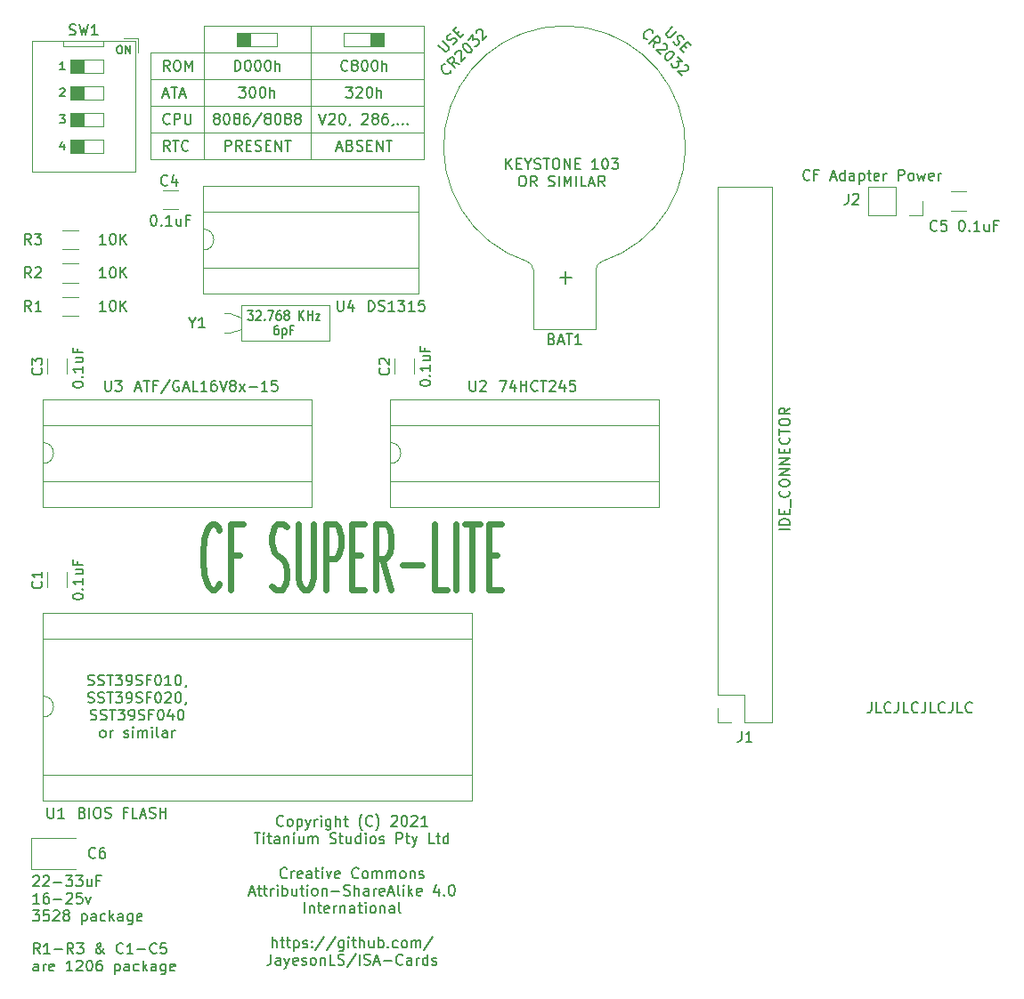
<source format=gto>
%TF.GenerationSoftware,KiCad,Pcbnew,(5.1.9)-1*%
%TF.CreationDate,2021-10-08T09:35:20+08:00*%
%TF.ProjectId,CFSuperLite,43465375-7065-4724-9c69-74652e6b6963,rev?*%
%TF.SameCoordinates,Original*%
%TF.FileFunction,Legend,Top*%
%TF.FilePolarity,Positive*%
%FSLAX46Y46*%
G04 Gerber Fmt 4.6, Leading zero omitted, Abs format (unit mm)*
G04 Created by KiCad (PCBNEW (5.1.9)-1) date 2021-10-08 09:35:20*
%MOMM*%
%LPD*%
G01*
G04 APERTURE LIST*
%ADD10C,0.150000*%
%ADD11C,0.120000*%
%ADD12C,0.100000*%
%ADD13C,0.562500*%
G04 APERTURE END LIST*
D10*
X99332023Y-131453380D02*
X98998690Y-130977190D01*
X98760595Y-131453380D02*
X98760595Y-130453380D01*
X99141547Y-130453380D01*
X99236785Y-130501000D01*
X99284404Y-130548619D01*
X99332023Y-130643857D01*
X99332023Y-130786714D01*
X99284404Y-130881952D01*
X99236785Y-130929571D01*
X99141547Y-130977190D01*
X98760595Y-130977190D01*
X100284404Y-131453380D02*
X99712976Y-131453380D01*
X99998690Y-131453380D02*
X99998690Y-130453380D01*
X99903452Y-130596238D01*
X99808214Y-130691476D01*
X99712976Y-130739095D01*
X100712976Y-131072428D02*
X101474880Y-131072428D01*
X102522500Y-131453380D02*
X102189166Y-130977190D01*
X101951071Y-131453380D02*
X101951071Y-130453380D01*
X102332023Y-130453380D01*
X102427261Y-130501000D01*
X102474880Y-130548619D01*
X102522500Y-130643857D01*
X102522500Y-130786714D01*
X102474880Y-130881952D01*
X102427261Y-130929571D01*
X102332023Y-130977190D01*
X101951071Y-130977190D01*
X102855833Y-130453380D02*
X103474880Y-130453380D01*
X103141547Y-130834333D01*
X103284404Y-130834333D01*
X103379642Y-130881952D01*
X103427261Y-130929571D01*
X103474880Y-131024809D01*
X103474880Y-131262904D01*
X103427261Y-131358142D01*
X103379642Y-131405761D01*
X103284404Y-131453380D01*
X102998690Y-131453380D01*
X102903452Y-131405761D01*
X102855833Y-131358142D01*
X105474880Y-131453380D02*
X105427261Y-131453380D01*
X105332023Y-131405761D01*
X105189166Y-131262904D01*
X104951071Y-130977190D01*
X104855833Y-130834333D01*
X104808214Y-130691476D01*
X104808214Y-130596238D01*
X104855833Y-130501000D01*
X104951071Y-130453380D01*
X104998690Y-130453380D01*
X105093928Y-130501000D01*
X105141547Y-130596238D01*
X105141547Y-130643857D01*
X105093928Y-130739095D01*
X105046309Y-130786714D01*
X104760595Y-130977190D01*
X104712976Y-131024809D01*
X104665357Y-131120047D01*
X104665357Y-131262904D01*
X104712976Y-131358142D01*
X104760595Y-131405761D01*
X104855833Y-131453380D01*
X104998690Y-131453380D01*
X105093928Y-131405761D01*
X105141547Y-131358142D01*
X105284404Y-131167666D01*
X105332023Y-131024809D01*
X105332023Y-130929571D01*
X107236785Y-131358142D02*
X107189166Y-131405761D01*
X107046309Y-131453380D01*
X106951071Y-131453380D01*
X106808214Y-131405761D01*
X106712976Y-131310523D01*
X106665357Y-131215285D01*
X106617738Y-131024809D01*
X106617738Y-130881952D01*
X106665357Y-130691476D01*
X106712976Y-130596238D01*
X106808214Y-130501000D01*
X106951071Y-130453380D01*
X107046309Y-130453380D01*
X107189166Y-130501000D01*
X107236785Y-130548619D01*
X108189166Y-131453380D02*
X107617738Y-131453380D01*
X107903452Y-131453380D02*
X107903452Y-130453380D01*
X107808214Y-130596238D01*
X107712976Y-130691476D01*
X107617738Y-130739095D01*
X108617738Y-131072428D02*
X109379642Y-131072428D01*
X110427261Y-131358142D02*
X110379642Y-131405761D01*
X110236785Y-131453380D01*
X110141547Y-131453380D01*
X109998690Y-131405761D01*
X109903452Y-131310523D01*
X109855833Y-131215285D01*
X109808214Y-131024809D01*
X109808214Y-130881952D01*
X109855833Y-130691476D01*
X109903452Y-130596238D01*
X109998690Y-130501000D01*
X110141547Y-130453380D01*
X110236785Y-130453380D01*
X110379642Y-130501000D01*
X110427261Y-130548619D01*
X111332023Y-130453380D02*
X110855833Y-130453380D01*
X110808214Y-130929571D01*
X110855833Y-130881952D01*
X110951071Y-130834333D01*
X111189166Y-130834333D01*
X111284404Y-130881952D01*
X111332023Y-130929571D01*
X111379642Y-131024809D01*
X111379642Y-131262904D01*
X111332023Y-131358142D01*
X111284404Y-131405761D01*
X111189166Y-131453380D01*
X110951071Y-131453380D01*
X110855833Y-131405761D01*
X110808214Y-131358142D01*
X99189166Y-133103380D02*
X99189166Y-132579571D01*
X99141547Y-132484333D01*
X99046309Y-132436714D01*
X98855833Y-132436714D01*
X98760595Y-132484333D01*
X99189166Y-133055761D02*
X99093928Y-133103380D01*
X98855833Y-133103380D01*
X98760595Y-133055761D01*
X98712976Y-132960523D01*
X98712976Y-132865285D01*
X98760595Y-132770047D01*
X98855833Y-132722428D01*
X99093928Y-132722428D01*
X99189166Y-132674809D01*
X99665357Y-133103380D02*
X99665357Y-132436714D01*
X99665357Y-132627190D02*
X99712976Y-132531952D01*
X99760595Y-132484333D01*
X99855833Y-132436714D01*
X99951071Y-132436714D01*
X100665357Y-133055761D02*
X100570119Y-133103380D01*
X100379642Y-133103380D01*
X100284404Y-133055761D01*
X100236785Y-132960523D01*
X100236785Y-132579571D01*
X100284404Y-132484333D01*
X100379642Y-132436714D01*
X100570119Y-132436714D01*
X100665357Y-132484333D01*
X100712976Y-132579571D01*
X100712976Y-132674809D01*
X100236785Y-132770047D01*
X102427261Y-133103380D02*
X101855833Y-133103380D01*
X102141547Y-133103380D02*
X102141547Y-132103380D01*
X102046309Y-132246238D01*
X101951071Y-132341476D01*
X101855833Y-132389095D01*
X102808214Y-132198619D02*
X102855833Y-132151000D01*
X102951071Y-132103380D01*
X103189166Y-132103380D01*
X103284404Y-132151000D01*
X103332023Y-132198619D01*
X103379642Y-132293857D01*
X103379642Y-132389095D01*
X103332023Y-132531952D01*
X102760595Y-133103380D01*
X103379642Y-133103380D01*
X103998690Y-132103380D02*
X104093928Y-132103380D01*
X104189166Y-132151000D01*
X104236785Y-132198619D01*
X104284404Y-132293857D01*
X104332023Y-132484333D01*
X104332023Y-132722428D01*
X104284404Y-132912904D01*
X104236785Y-133008142D01*
X104189166Y-133055761D01*
X104093928Y-133103380D01*
X103998690Y-133103380D01*
X103903452Y-133055761D01*
X103855833Y-133008142D01*
X103808214Y-132912904D01*
X103760595Y-132722428D01*
X103760595Y-132484333D01*
X103808214Y-132293857D01*
X103855833Y-132198619D01*
X103903452Y-132151000D01*
X103998690Y-132103380D01*
X105189166Y-132103380D02*
X104998690Y-132103380D01*
X104903452Y-132151000D01*
X104855833Y-132198619D01*
X104760595Y-132341476D01*
X104712976Y-132531952D01*
X104712976Y-132912904D01*
X104760595Y-133008142D01*
X104808214Y-133055761D01*
X104903452Y-133103380D01*
X105093928Y-133103380D01*
X105189166Y-133055761D01*
X105236785Y-133008142D01*
X105284404Y-132912904D01*
X105284404Y-132674809D01*
X105236785Y-132579571D01*
X105189166Y-132531952D01*
X105093928Y-132484333D01*
X104903452Y-132484333D01*
X104808214Y-132531952D01*
X104760595Y-132579571D01*
X104712976Y-132674809D01*
X106474880Y-132436714D02*
X106474880Y-133436714D01*
X106474880Y-132484333D02*
X106570119Y-132436714D01*
X106760595Y-132436714D01*
X106855833Y-132484333D01*
X106903452Y-132531952D01*
X106951071Y-132627190D01*
X106951071Y-132912904D01*
X106903452Y-133008142D01*
X106855833Y-133055761D01*
X106760595Y-133103380D01*
X106570119Y-133103380D01*
X106474880Y-133055761D01*
X107808214Y-133103380D02*
X107808214Y-132579571D01*
X107760595Y-132484333D01*
X107665357Y-132436714D01*
X107474880Y-132436714D01*
X107379642Y-132484333D01*
X107808214Y-133055761D02*
X107712976Y-133103380D01*
X107474880Y-133103380D01*
X107379642Y-133055761D01*
X107332023Y-132960523D01*
X107332023Y-132865285D01*
X107379642Y-132770047D01*
X107474880Y-132722428D01*
X107712976Y-132722428D01*
X107808214Y-132674809D01*
X108712976Y-133055761D02*
X108617738Y-133103380D01*
X108427261Y-133103380D01*
X108332023Y-133055761D01*
X108284404Y-133008142D01*
X108236785Y-132912904D01*
X108236785Y-132627190D01*
X108284404Y-132531952D01*
X108332023Y-132484333D01*
X108427261Y-132436714D01*
X108617738Y-132436714D01*
X108712976Y-132484333D01*
X109141547Y-133103380D02*
X109141547Y-132103380D01*
X109236785Y-132722428D02*
X109522500Y-133103380D01*
X109522500Y-132436714D02*
X109141547Y-132817666D01*
X110379642Y-133103380D02*
X110379642Y-132579571D01*
X110332023Y-132484333D01*
X110236785Y-132436714D01*
X110046309Y-132436714D01*
X109951071Y-132484333D01*
X110379642Y-133055761D02*
X110284404Y-133103380D01*
X110046309Y-133103380D01*
X109951071Y-133055761D01*
X109903452Y-132960523D01*
X109903452Y-132865285D01*
X109951071Y-132770047D01*
X110046309Y-132722428D01*
X110284404Y-132722428D01*
X110379642Y-132674809D01*
X111284404Y-132436714D02*
X111284404Y-133246238D01*
X111236785Y-133341476D01*
X111189166Y-133389095D01*
X111093928Y-133436714D01*
X110951071Y-133436714D01*
X110855833Y-133389095D01*
X111284404Y-133055761D02*
X111189166Y-133103380D01*
X110998690Y-133103380D01*
X110903452Y-133055761D01*
X110855833Y-133008142D01*
X110808214Y-132912904D01*
X110808214Y-132627190D01*
X110855833Y-132531952D01*
X110903452Y-132484333D01*
X110998690Y-132436714D01*
X111189166Y-132436714D01*
X111284404Y-132484333D01*
X112141547Y-133055761D02*
X112046309Y-133103380D01*
X111855833Y-133103380D01*
X111760595Y-133055761D01*
X111712976Y-132960523D01*
X111712976Y-132579571D01*
X111760595Y-132484333D01*
X111855833Y-132436714D01*
X112046309Y-132436714D01*
X112141547Y-132484333D01*
X112189166Y-132579571D01*
X112189166Y-132674809D01*
X111712976Y-132770047D01*
X98712976Y-124135619D02*
X98760595Y-124088000D01*
X98855833Y-124040380D01*
X99093928Y-124040380D01*
X99189166Y-124088000D01*
X99236785Y-124135619D01*
X99284404Y-124230857D01*
X99284404Y-124326095D01*
X99236785Y-124468952D01*
X98665357Y-125040380D01*
X99284404Y-125040380D01*
X99665357Y-124135619D02*
X99712976Y-124088000D01*
X99808214Y-124040380D01*
X100046309Y-124040380D01*
X100141547Y-124088000D01*
X100189166Y-124135619D01*
X100236785Y-124230857D01*
X100236785Y-124326095D01*
X100189166Y-124468952D01*
X99617738Y-125040380D01*
X100236785Y-125040380D01*
X100665357Y-124659428D02*
X101427261Y-124659428D01*
X101808214Y-124040380D02*
X102427261Y-124040380D01*
X102093928Y-124421333D01*
X102236785Y-124421333D01*
X102332023Y-124468952D01*
X102379642Y-124516571D01*
X102427261Y-124611809D01*
X102427261Y-124849904D01*
X102379642Y-124945142D01*
X102332023Y-124992761D01*
X102236785Y-125040380D01*
X101951071Y-125040380D01*
X101855833Y-124992761D01*
X101808214Y-124945142D01*
X102760595Y-124040380D02*
X103379642Y-124040380D01*
X103046309Y-124421333D01*
X103189166Y-124421333D01*
X103284404Y-124468952D01*
X103332023Y-124516571D01*
X103379642Y-124611809D01*
X103379642Y-124849904D01*
X103332023Y-124945142D01*
X103284404Y-124992761D01*
X103189166Y-125040380D01*
X102903452Y-125040380D01*
X102808214Y-124992761D01*
X102760595Y-124945142D01*
X104236785Y-124373714D02*
X104236785Y-125040380D01*
X103808214Y-124373714D02*
X103808214Y-124897523D01*
X103855833Y-124992761D01*
X103951071Y-125040380D01*
X104093928Y-125040380D01*
X104189166Y-124992761D01*
X104236785Y-124945142D01*
X105046309Y-124516571D02*
X104712976Y-124516571D01*
X104712976Y-125040380D02*
X104712976Y-124040380D01*
X105189166Y-124040380D01*
X99284404Y-126690380D02*
X98712976Y-126690380D01*
X98998690Y-126690380D02*
X98998690Y-125690380D01*
X98903452Y-125833238D01*
X98808214Y-125928476D01*
X98712976Y-125976095D01*
X100141547Y-125690380D02*
X99951071Y-125690380D01*
X99855833Y-125738000D01*
X99808214Y-125785619D01*
X99712976Y-125928476D01*
X99665357Y-126118952D01*
X99665357Y-126499904D01*
X99712976Y-126595142D01*
X99760595Y-126642761D01*
X99855833Y-126690380D01*
X100046309Y-126690380D01*
X100141547Y-126642761D01*
X100189166Y-126595142D01*
X100236785Y-126499904D01*
X100236785Y-126261809D01*
X100189166Y-126166571D01*
X100141547Y-126118952D01*
X100046309Y-126071333D01*
X99855833Y-126071333D01*
X99760595Y-126118952D01*
X99712976Y-126166571D01*
X99665357Y-126261809D01*
X100665357Y-126309428D02*
X101427261Y-126309428D01*
X101855833Y-125785619D02*
X101903452Y-125738000D01*
X101998690Y-125690380D01*
X102236785Y-125690380D01*
X102332023Y-125738000D01*
X102379642Y-125785619D01*
X102427261Y-125880857D01*
X102427261Y-125976095D01*
X102379642Y-126118952D01*
X101808214Y-126690380D01*
X102427261Y-126690380D01*
X103332023Y-125690380D02*
X102855833Y-125690380D01*
X102808214Y-126166571D01*
X102855833Y-126118952D01*
X102951071Y-126071333D01*
X103189166Y-126071333D01*
X103284404Y-126118952D01*
X103332023Y-126166571D01*
X103379642Y-126261809D01*
X103379642Y-126499904D01*
X103332023Y-126595142D01*
X103284404Y-126642761D01*
X103189166Y-126690380D01*
X102951071Y-126690380D01*
X102855833Y-126642761D01*
X102808214Y-126595142D01*
X103712976Y-126023714D02*
X103951071Y-126690380D01*
X104189166Y-126023714D01*
X98665357Y-127340380D02*
X99284404Y-127340380D01*
X98951071Y-127721333D01*
X99093928Y-127721333D01*
X99189166Y-127768952D01*
X99236785Y-127816571D01*
X99284404Y-127911809D01*
X99284404Y-128149904D01*
X99236785Y-128245142D01*
X99189166Y-128292761D01*
X99093928Y-128340380D01*
X98808214Y-128340380D01*
X98712976Y-128292761D01*
X98665357Y-128245142D01*
X100189166Y-127340380D02*
X99712976Y-127340380D01*
X99665357Y-127816571D01*
X99712976Y-127768952D01*
X99808214Y-127721333D01*
X100046309Y-127721333D01*
X100141547Y-127768952D01*
X100189166Y-127816571D01*
X100236785Y-127911809D01*
X100236785Y-128149904D01*
X100189166Y-128245142D01*
X100141547Y-128292761D01*
X100046309Y-128340380D01*
X99808214Y-128340380D01*
X99712976Y-128292761D01*
X99665357Y-128245142D01*
X100617738Y-127435619D02*
X100665357Y-127388000D01*
X100760595Y-127340380D01*
X100998690Y-127340380D01*
X101093928Y-127388000D01*
X101141547Y-127435619D01*
X101189166Y-127530857D01*
X101189166Y-127626095D01*
X101141547Y-127768952D01*
X100570119Y-128340380D01*
X101189166Y-128340380D01*
X101760595Y-127768952D02*
X101665357Y-127721333D01*
X101617738Y-127673714D01*
X101570119Y-127578476D01*
X101570119Y-127530857D01*
X101617738Y-127435619D01*
X101665357Y-127388000D01*
X101760595Y-127340380D01*
X101951071Y-127340380D01*
X102046309Y-127388000D01*
X102093928Y-127435619D01*
X102141547Y-127530857D01*
X102141547Y-127578476D01*
X102093928Y-127673714D01*
X102046309Y-127721333D01*
X101951071Y-127768952D01*
X101760595Y-127768952D01*
X101665357Y-127816571D01*
X101617738Y-127864190D01*
X101570119Y-127959428D01*
X101570119Y-128149904D01*
X101617738Y-128245142D01*
X101665357Y-128292761D01*
X101760595Y-128340380D01*
X101951071Y-128340380D01*
X102046309Y-128292761D01*
X102093928Y-128245142D01*
X102141547Y-128149904D01*
X102141547Y-127959428D01*
X102093928Y-127864190D01*
X102046309Y-127816571D01*
X101951071Y-127768952D01*
X103332023Y-127673714D02*
X103332023Y-128673714D01*
X103332023Y-127721333D02*
X103427261Y-127673714D01*
X103617738Y-127673714D01*
X103712976Y-127721333D01*
X103760595Y-127768952D01*
X103808214Y-127864190D01*
X103808214Y-128149904D01*
X103760595Y-128245142D01*
X103712976Y-128292761D01*
X103617738Y-128340380D01*
X103427261Y-128340380D01*
X103332023Y-128292761D01*
X104665357Y-128340380D02*
X104665357Y-127816571D01*
X104617738Y-127721333D01*
X104522500Y-127673714D01*
X104332023Y-127673714D01*
X104236785Y-127721333D01*
X104665357Y-128292761D02*
X104570119Y-128340380D01*
X104332023Y-128340380D01*
X104236785Y-128292761D01*
X104189166Y-128197523D01*
X104189166Y-128102285D01*
X104236785Y-128007047D01*
X104332023Y-127959428D01*
X104570119Y-127959428D01*
X104665357Y-127911809D01*
X105570119Y-128292761D02*
X105474880Y-128340380D01*
X105284404Y-128340380D01*
X105189166Y-128292761D01*
X105141547Y-128245142D01*
X105093928Y-128149904D01*
X105093928Y-127864190D01*
X105141547Y-127768952D01*
X105189166Y-127721333D01*
X105284404Y-127673714D01*
X105474880Y-127673714D01*
X105570119Y-127721333D01*
X105998690Y-128340380D02*
X105998690Y-127340380D01*
X106093928Y-127959428D02*
X106379642Y-128340380D01*
X106379642Y-127673714D02*
X105998690Y-128054666D01*
X107236785Y-128340380D02*
X107236785Y-127816571D01*
X107189166Y-127721333D01*
X107093928Y-127673714D01*
X106903452Y-127673714D01*
X106808214Y-127721333D01*
X107236785Y-128292761D02*
X107141547Y-128340380D01*
X106903452Y-128340380D01*
X106808214Y-128292761D01*
X106760595Y-128197523D01*
X106760595Y-128102285D01*
X106808214Y-128007047D01*
X106903452Y-127959428D01*
X107141547Y-127959428D01*
X107236785Y-127911809D01*
X108141547Y-127673714D02*
X108141547Y-128483238D01*
X108093928Y-128578476D01*
X108046309Y-128626095D01*
X107951071Y-128673714D01*
X107808214Y-128673714D01*
X107712976Y-128626095D01*
X108141547Y-128292761D02*
X108046309Y-128340380D01*
X107855833Y-128340380D01*
X107760595Y-128292761D01*
X107712976Y-128245142D01*
X107665357Y-128149904D01*
X107665357Y-127864190D01*
X107712976Y-127768952D01*
X107760595Y-127721333D01*
X107855833Y-127673714D01*
X108046309Y-127673714D01*
X108141547Y-127721333D01*
X108998690Y-128292761D02*
X108903452Y-128340380D01*
X108712976Y-128340380D01*
X108617738Y-128292761D01*
X108570119Y-128197523D01*
X108570119Y-127816571D01*
X108617738Y-127721333D01*
X108712976Y-127673714D01*
X108903452Y-127673714D01*
X108998690Y-127721333D01*
X109046309Y-127816571D01*
X109046309Y-127911809D01*
X108570119Y-128007047D01*
D11*
X114935000Y-43180000D02*
X135890000Y-43180000D01*
X109855000Y-55880000D02*
X109855000Y-45720000D01*
D10*
X137235782Y-44973041D02*
X137808201Y-45545461D01*
X137909217Y-45579133D01*
X137976560Y-45579133D01*
X138077575Y-45545461D01*
X138212262Y-45410774D01*
X138245934Y-45309759D01*
X138245934Y-45242415D01*
X138212262Y-45141400D01*
X137639843Y-44568980D01*
X138616324Y-44939369D02*
X138751011Y-44872026D01*
X138919369Y-44703667D01*
X138953041Y-44602652D01*
X138953041Y-44535308D01*
X138919369Y-44434293D01*
X138852026Y-44366949D01*
X138751011Y-44333278D01*
X138683667Y-44333278D01*
X138582652Y-44366949D01*
X138414293Y-44467965D01*
X138313278Y-44501636D01*
X138245934Y-44501636D01*
X138144919Y-44467965D01*
X138077575Y-44400621D01*
X138043904Y-44299606D01*
X138043904Y-44232262D01*
X138077575Y-44131247D01*
X138245934Y-43962888D01*
X138380621Y-43895545D01*
X138986713Y-43895545D02*
X139222415Y-43659843D01*
X139693820Y-43929217D02*
X139357102Y-44265934D01*
X138649995Y-43558827D01*
X138986713Y-43222110D01*
X138419344Y-47402458D02*
X138419344Y-47469801D01*
X138352000Y-47604488D01*
X138284657Y-47671832D01*
X138149970Y-47739175D01*
X138015283Y-47739175D01*
X137914267Y-47705503D01*
X137745909Y-47604488D01*
X137644893Y-47503473D01*
X137543878Y-47335114D01*
X137510206Y-47234099D01*
X137510206Y-47099412D01*
X137577550Y-46964725D01*
X137644893Y-46897381D01*
X137779580Y-46830038D01*
X137846924Y-46830038D01*
X139193794Y-46762694D02*
X138621374Y-46661679D01*
X138789733Y-47166755D02*
X138082626Y-46459649D01*
X138352000Y-46190275D01*
X138453015Y-46156603D01*
X138520359Y-46156603D01*
X138621374Y-46190275D01*
X138722389Y-46291290D01*
X138756061Y-46392305D01*
X138756061Y-46459649D01*
X138722389Y-46560664D01*
X138453015Y-46830038D01*
X138823405Y-45853557D02*
X138823405Y-45786214D01*
X138857076Y-45685198D01*
X139025435Y-45516840D01*
X139126450Y-45483168D01*
X139193794Y-45483168D01*
X139294809Y-45516840D01*
X139362153Y-45584183D01*
X139429496Y-45718870D01*
X139429496Y-46526992D01*
X139867229Y-46089259D01*
X139597855Y-44944420D02*
X139665198Y-44877076D01*
X139766214Y-44843405D01*
X139833557Y-44843405D01*
X139934572Y-44877076D01*
X140102931Y-44978092D01*
X140271290Y-45146450D01*
X140372305Y-45314809D01*
X140405977Y-45415824D01*
X140405977Y-45483168D01*
X140372305Y-45584183D01*
X140304962Y-45651527D01*
X140203946Y-45685198D01*
X140136603Y-45685198D01*
X140035588Y-45651527D01*
X139867229Y-45550511D01*
X139698870Y-45382153D01*
X139597855Y-45213794D01*
X139564183Y-45112779D01*
X139564183Y-45045435D01*
X139597855Y-44944420D01*
X140069259Y-44473015D02*
X140506992Y-44035283D01*
X140540664Y-44540359D01*
X140641679Y-44439344D01*
X140742694Y-44405672D01*
X140810038Y-44405672D01*
X140911053Y-44439344D01*
X141079412Y-44607702D01*
X141113084Y-44708718D01*
X141113084Y-44776061D01*
X141079412Y-44877076D01*
X140877381Y-45079107D01*
X140776366Y-45112779D01*
X140709023Y-45112779D01*
X140843710Y-43833252D02*
X140843710Y-43765909D01*
X140877381Y-43664893D01*
X141045740Y-43496535D01*
X141146755Y-43462863D01*
X141214099Y-43462863D01*
X141315114Y-43496535D01*
X141382458Y-43563878D01*
X141449801Y-43698565D01*
X141449801Y-44506687D01*
X141887534Y-44068954D01*
D11*
X109855000Y-55880000D02*
X135890000Y-55880000D01*
X135890000Y-53340000D02*
X109855000Y-53340000D01*
X109855000Y-50800000D02*
X135890000Y-50800000D01*
X135890000Y-48260000D02*
X109855000Y-48260000D01*
X109855000Y-45720000D02*
X135890000Y-45720000D01*
X128270000Y-45085000D02*
X128270000Y-43815000D01*
D12*
G36*
X132080000Y-45085000D02*
G01*
X130810000Y-45085000D01*
X130810000Y-43815000D01*
X132080000Y-43815000D01*
X132080000Y-45085000D01*
G37*
X132080000Y-45085000D02*
X130810000Y-45085000D01*
X130810000Y-43815000D01*
X132080000Y-43815000D01*
X132080000Y-45085000D01*
D11*
X132080000Y-45085000D02*
X128270000Y-45085000D01*
X132080000Y-43815000D02*
X132080000Y-45085000D01*
X128270000Y-43815000D02*
X132080000Y-43815000D01*
D12*
G36*
X119380000Y-45085000D02*
G01*
X118110000Y-45085000D01*
X118110000Y-43815000D01*
X119380000Y-43815000D01*
X119380000Y-45085000D01*
G37*
X119380000Y-45085000D02*
X118110000Y-45085000D01*
X118110000Y-43815000D01*
X119380000Y-43815000D01*
X119380000Y-45085000D01*
D11*
X121920000Y-45085000D02*
X118110000Y-45085000D01*
X121920000Y-43815000D02*
X121920000Y-45085000D01*
X118110000Y-43815000D02*
X121920000Y-43815000D01*
X118110000Y-45085000D02*
X118110000Y-43815000D01*
X125095000Y-55880000D02*
X125095000Y-43180000D01*
X114935000Y-43180000D02*
X114935000Y-55880000D01*
X135890000Y-55880000D02*
X135890000Y-43180000D01*
D10*
X111691663Y-52427142D02*
X111644044Y-52474761D01*
X111501187Y-52522380D01*
X111405949Y-52522380D01*
X111263092Y-52474761D01*
X111167854Y-52379523D01*
X111120235Y-52284285D01*
X111072616Y-52093809D01*
X111072616Y-51950952D01*
X111120235Y-51760476D01*
X111167854Y-51665238D01*
X111263092Y-51570000D01*
X111405949Y-51522380D01*
X111501187Y-51522380D01*
X111644044Y-51570000D01*
X111691663Y-51617619D01*
X112120235Y-52522380D02*
X112120235Y-51522380D01*
X112501187Y-51522380D01*
X112596425Y-51570000D01*
X112644044Y-51617619D01*
X112691663Y-51712857D01*
X112691663Y-51855714D01*
X112644044Y-51950952D01*
X112596425Y-51998571D01*
X112501187Y-52046190D01*
X112120235Y-52046190D01*
X113120235Y-51522380D02*
X113120235Y-52331904D01*
X113167854Y-52427142D01*
X113215473Y-52474761D01*
X113310711Y-52522380D01*
X113501187Y-52522380D01*
X113596425Y-52474761D01*
X113644044Y-52427142D01*
X113691663Y-52331904D01*
X113691663Y-51522380D01*
X116062619Y-51950952D02*
X115967380Y-51903333D01*
X115919761Y-51855714D01*
X115872142Y-51760476D01*
X115872142Y-51712857D01*
X115919761Y-51617619D01*
X115967380Y-51570000D01*
X116062619Y-51522380D01*
X116253095Y-51522380D01*
X116348333Y-51570000D01*
X116395952Y-51617619D01*
X116443571Y-51712857D01*
X116443571Y-51760476D01*
X116395952Y-51855714D01*
X116348333Y-51903333D01*
X116253095Y-51950952D01*
X116062619Y-51950952D01*
X115967380Y-51998571D01*
X115919761Y-52046190D01*
X115872142Y-52141428D01*
X115872142Y-52331904D01*
X115919761Y-52427142D01*
X115967380Y-52474761D01*
X116062619Y-52522380D01*
X116253095Y-52522380D01*
X116348333Y-52474761D01*
X116395952Y-52427142D01*
X116443571Y-52331904D01*
X116443571Y-52141428D01*
X116395952Y-52046190D01*
X116348333Y-51998571D01*
X116253095Y-51950952D01*
X117062619Y-51522380D02*
X117157857Y-51522380D01*
X117253095Y-51570000D01*
X117300714Y-51617619D01*
X117348333Y-51712857D01*
X117395952Y-51903333D01*
X117395952Y-52141428D01*
X117348333Y-52331904D01*
X117300714Y-52427142D01*
X117253095Y-52474761D01*
X117157857Y-52522380D01*
X117062619Y-52522380D01*
X116967380Y-52474761D01*
X116919761Y-52427142D01*
X116872142Y-52331904D01*
X116824523Y-52141428D01*
X116824523Y-51903333D01*
X116872142Y-51712857D01*
X116919761Y-51617619D01*
X116967380Y-51570000D01*
X117062619Y-51522380D01*
X117967380Y-51950952D02*
X117872142Y-51903333D01*
X117824523Y-51855714D01*
X117776904Y-51760476D01*
X117776904Y-51712857D01*
X117824523Y-51617619D01*
X117872142Y-51570000D01*
X117967380Y-51522380D01*
X118157857Y-51522380D01*
X118253095Y-51570000D01*
X118300714Y-51617619D01*
X118348333Y-51712857D01*
X118348333Y-51760476D01*
X118300714Y-51855714D01*
X118253095Y-51903333D01*
X118157857Y-51950952D01*
X117967380Y-51950952D01*
X117872142Y-51998571D01*
X117824523Y-52046190D01*
X117776904Y-52141428D01*
X117776904Y-52331904D01*
X117824523Y-52427142D01*
X117872142Y-52474761D01*
X117967380Y-52522380D01*
X118157857Y-52522380D01*
X118253095Y-52474761D01*
X118300714Y-52427142D01*
X118348333Y-52331904D01*
X118348333Y-52141428D01*
X118300714Y-52046190D01*
X118253095Y-51998571D01*
X118157857Y-51950952D01*
X119205476Y-51522380D02*
X119015000Y-51522380D01*
X118919761Y-51570000D01*
X118872142Y-51617619D01*
X118776904Y-51760476D01*
X118729285Y-51950952D01*
X118729285Y-52331904D01*
X118776904Y-52427142D01*
X118824523Y-52474761D01*
X118919761Y-52522380D01*
X119110238Y-52522380D01*
X119205476Y-52474761D01*
X119253095Y-52427142D01*
X119300714Y-52331904D01*
X119300714Y-52093809D01*
X119253095Y-51998571D01*
X119205476Y-51950952D01*
X119110238Y-51903333D01*
X118919761Y-51903333D01*
X118824523Y-51950952D01*
X118776904Y-51998571D01*
X118729285Y-52093809D01*
X120443571Y-51474761D02*
X119586428Y-52760476D01*
X120919761Y-51950952D02*
X120824523Y-51903333D01*
X120776904Y-51855714D01*
X120729285Y-51760476D01*
X120729285Y-51712857D01*
X120776904Y-51617619D01*
X120824523Y-51570000D01*
X120919761Y-51522380D01*
X121110238Y-51522380D01*
X121205476Y-51570000D01*
X121253095Y-51617619D01*
X121300714Y-51712857D01*
X121300714Y-51760476D01*
X121253095Y-51855714D01*
X121205476Y-51903333D01*
X121110238Y-51950952D01*
X120919761Y-51950952D01*
X120824523Y-51998571D01*
X120776904Y-52046190D01*
X120729285Y-52141428D01*
X120729285Y-52331904D01*
X120776904Y-52427142D01*
X120824523Y-52474761D01*
X120919761Y-52522380D01*
X121110238Y-52522380D01*
X121205476Y-52474761D01*
X121253095Y-52427142D01*
X121300714Y-52331904D01*
X121300714Y-52141428D01*
X121253095Y-52046190D01*
X121205476Y-51998571D01*
X121110238Y-51950952D01*
X121919761Y-51522380D02*
X122015000Y-51522380D01*
X122110238Y-51570000D01*
X122157857Y-51617619D01*
X122205476Y-51712857D01*
X122253095Y-51903333D01*
X122253095Y-52141428D01*
X122205476Y-52331904D01*
X122157857Y-52427142D01*
X122110238Y-52474761D01*
X122015000Y-52522380D01*
X121919761Y-52522380D01*
X121824523Y-52474761D01*
X121776904Y-52427142D01*
X121729285Y-52331904D01*
X121681666Y-52141428D01*
X121681666Y-51903333D01*
X121729285Y-51712857D01*
X121776904Y-51617619D01*
X121824523Y-51570000D01*
X121919761Y-51522380D01*
X122824523Y-51950952D02*
X122729285Y-51903333D01*
X122681666Y-51855714D01*
X122634047Y-51760476D01*
X122634047Y-51712857D01*
X122681666Y-51617619D01*
X122729285Y-51570000D01*
X122824523Y-51522380D01*
X123015000Y-51522380D01*
X123110238Y-51570000D01*
X123157857Y-51617619D01*
X123205476Y-51712857D01*
X123205476Y-51760476D01*
X123157857Y-51855714D01*
X123110238Y-51903333D01*
X123015000Y-51950952D01*
X122824523Y-51950952D01*
X122729285Y-51998571D01*
X122681666Y-52046190D01*
X122634047Y-52141428D01*
X122634047Y-52331904D01*
X122681666Y-52427142D01*
X122729285Y-52474761D01*
X122824523Y-52522380D01*
X123015000Y-52522380D01*
X123110238Y-52474761D01*
X123157857Y-52427142D01*
X123205476Y-52331904D01*
X123205476Y-52141428D01*
X123157857Y-52046190D01*
X123110238Y-51998571D01*
X123015000Y-51950952D01*
X123776904Y-51950952D02*
X123681666Y-51903333D01*
X123634047Y-51855714D01*
X123586428Y-51760476D01*
X123586428Y-51712857D01*
X123634047Y-51617619D01*
X123681666Y-51570000D01*
X123776904Y-51522380D01*
X123967380Y-51522380D01*
X124062619Y-51570000D01*
X124110238Y-51617619D01*
X124157857Y-51712857D01*
X124157857Y-51760476D01*
X124110238Y-51855714D01*
X124062619Y-51903333D01*
X123967380Y-51950952D01*
X123776904Y-51950952D01*
X123681666Y-51998571D01*
X123634047Y-52046190D01*
X123586428Y-52141428D01*
X123586428Y-52331904D01*
X123634047Y-52427142D01*
X123681666Y-52474761D01*
X123776904Y-52522380D01*
X123967380Y-52522380D01*
X124062619Y-52474761D01*
X124110238Y-52427142D01*
X124157857Y-52331904D01*
X124157857Y-52141428D01*
X124110238Y-52046190D01*
X124062619Y-51998571D01*
X123967380Y-51950952D01*
X125889285Y-51522380D02*
X126222619Y-52522380D01*
X126555952Y-51522380D01*
X126841666Y-51617619D02*
X126889285Y-51570000D01*
X126984523Y-51522380D01*
X127222619Y-51522380D01*
X127317857Y-51570000D01*
X127365476Y-51617619D01*
X127413095Y-51712857D01*
X127413095Y-51808095D01*
X127365476Y-51950952D01*
X126794047Y-52522380D01*
X127413095Y-52522380D01*
X128032142Y-51522380D02*
X128127380Y-51522380D01*
X128222619Y-51570000D01*
X128270238Y-51617619D01*
X128317857Y-51712857D01*
X128365476Y-51903333D01*
X128365476Y-52141428D01*
X128317857Y-52331904D01*
X128270238Y-52427142D01*
X128222619Y-52474761D01*
X128127380Y-52522380D01*
X128032142Y-52522380D01*
X127936904Y-52474761D01*
X127889285Y-52427142D01*
X127841666Y-52331904D01*
X127794047Y-52141428D01*
X127794047Y-51903333D01*
X127841666Y-51712857D01*
X127889285Y-51617619D01*
X127936904Y-51570000D01*
X128032142Y-51522380D01*
X128841666Y-52474761D02*
X128841666Y-52522380D01*
X128794047Y-52617619D01*
X128746428Y-52665238D01*
X129984523Y-51617619D02*
X130032142Y-51570000D01*
X130127380Y-51522380D01*
X130365476Y-51522380D01*
X130460714Y-51570000D01*
X130508333Y-51617619D01*
X130555952Y-51712857D01*
X130555952Y-51808095D01*
X130508333Y-51950952D01*
X129936904Y-52522380D01*
X130555952Y-52522380D01*
X131127380Y-51950952D02*
X131032142Y-51903333D01*
X130984523Y-51855714D01*
X130936904Y-51760476D01*
X130936904Y-51712857D01*
X130984523Y-51617619D01*
X131032142Y-51570000D01*
X131127380Y-51522380D01*
X131317857Y-51522380D01*
X131413095Y-51570000D01*
X131460714Y-51617619D01*
X131508333Y-51712857D01*
X131508333Y-51760476D01*
X131460714Y-51855714D01*
X131413095Y-51903333D01*
X131317857Y-51950952D01*
X131127380Y-51950952D01*
X131032142Y-51998571D01*
X130984523Y-52046190D01*
X130936904Y-52141428D01*
X130936904Y-52331904D01*
X130984523Y-52427142D01*
X131032142Y-52474761D01*
X131127380Y-52522380D01*
X131317857Y-52522380D01*
X131413095Y-52474761D01*
X131460714Y-52427142D01*
X131508333Y-52331904D01*
X131508333Y-52141428D01*
X131460714Y-52046190D01*
X131413095Y-51998571D01*
X131317857Y-51950952D01*
X132365476Y-51522380D02*
X132175000Y-51522380D01*
X132079761Y-51570000D01*
X132032142Y-51617619D01*
X131936904Y-51760476D01*
X131889285Y-51950952D01*
X131889285Y-52331904D01*
X131936904Y-52427142D01*
X131984523Y-52474761D01*
X132079761Y-52522380D01*
X132270238Y-52522380D01*
X132365476Y-52474761D01*
X132413095Y-52427142D01*
X132460714Y-52331904D01*
X132460714Y-52093809D01*
X132413095Y-51998571D01*
X132365476Y-51950952D01*
X132270238Y-51903333D01*
X132079761Y-51903333D01*
X131984523Y-51950952D01*
X131936904Y-51998571D01*
X131889285Y-52093809D01*
X132936904Y-52474761D02*
X132936904Y-52522380D01*
X132889285Y-52617619D01*
X132841666Y-52665238D01*
X133365476Y-52427142D02*
X133413095Y-52474761D01*
X133365476Y-52522380D01*
X133317857Y-52474761D01*
X133365476Y-52427142D01*
X133365476Y-52522380D01*
X133841666Y-52427142D02*
X133889285Y-52474761D01*
X133841666Y-52522380D01*
X133794047Y-52474761D01*
X133841666Y-52427142D01*
X133841666Y-52522380D01*
X134317857Y-52427142D02*
X134365476Y-52474761D01*
X134317857Y-52522380D01*
X134270238Y-52474761D01*
X134317857Y-52427142D01*
X134317857Y-52522380D01*
X178396952Y-107529380D02*
X178396952Y-108243666D01*
X178349333Y-108386523D01*
X178254095Y-108481761D01*
X178111238Y-108529380D01*
X178016000Y-108529380D01*
X179349333Y-108529380D02*
X178873142Y-108529380D01*
X178873142Y-107529380D01*
X180254095Y-108434142D02*
X180206476Y-108481761D01*
X180063619Y-108529380D01*
X179968380Y-108529380D01*
X179825523Y-108481761D01*
X179730285Y-108386523D01*
X179682666Y-108291285D01*
X179635047Y-108100809D01*
X179635047Y-107957952D01*
X179682666Y-107767476D01*
X179730285Y-107672238D01*
X179825523Y-107577000D01*
X179968380Y-107529380D01*
X180063619Y-107529380D01*
X180206476Y-107577000D01*
X180254095Y-107624619D01*
X180968380Y-107529380D02*
X180968380Y-108243666D01*
X180920761Y-108386523D01*
X180825523Y-108481761D01*
X180682666Y-108529380D01*
X180587428Y-108529380D01*
X181920761Y-108529380D02*
X181444571Y-108529380D01*
X181444571Y-107529380D01*
X182825523Y-108434142D02*
X182777904Y-108481761D01*
X182635047Y-108529380D01*
X182539809Y-108529380D01*
X182396952Y-108481761D01*
X182301714Y-108386523D01*
X182254095Y-108291285D01*
X182206476Y-108100809D01*
X182206476Y-107957952D01*
X182254095Y-107767476D01*
X182301714Y-107672238D01*
X182396952Y-107577000D01*
X182539809Y-107529380D01*
X182635047Y-107529380D01*
X182777904Y-107577000D01*
X182825523Y-107624619D01*
X183539809Y-107529380D02*
X183539809Y-108243666D01*
X183492190Y-108386523D01*
X183396952Y-108481761D01*
X183254095Y-108529380D01*
X183158857Y-108529380D01*
X184492190Y-108529380D02*
X184016000Y-108529380D01*
X184016000Y-107529380D01*
X185396952Y-108434142D02*
X185349333Y-108481761D01*
X185206476Y-108529380D01*
X185111238Y-108529380D01*
X184968380Y-108481761D01*
X184873142Y-108386523D01*
X184825523Y-108291285D01*
X184777904Y-108100809D01*
X184777904Y-107957952D01*
X184825523Y-107767476D01*
X184873142Y-107672238D01*
X184968380Y-107577000D01*
X185111238Y-107529380D01*
X185206476Y-107529380D01*
X185349333Y-107577000D01*
X185396952Y-107624619D01*
X186111238Y-107529380D02*
X186111238Y-108243666D01*
X186063619Y-108386523D01*
X185968380Y-108481761D01*
X185825523Y-108529380D01*
X185730285Y-108529380D01*
X187063619Y-108529380D02*
X186587428Y-108529380D01*
X186587428Y-107529380D01*
X187968380Y-108434142D02*
X187920761Y-108481761D01*
X187777904Y-108529380D01*
X187682666Y-108529380D01*
X187539809Y-108481761D01*
X187444571Y-108386523D01*
X187396952Y-108291285D01*
X187349333Y-108100809D01*
X187349333Y-107957952D01*
X187396952Y-107767476D01*
X187444571Y-107672238D01*
X187539809Y-107577000D01*
X187682666Y-107529380D01*
X187777904Y-107529380D01*
X187920761Y-107577000D01*
X187968380Y-107624619D01*
X143661476Y-56777380D02*
X143661476Y-55777380D01*
X144232904Y-56777380D02*
X143804333Y-56205952D01*
X144232904Y-55777380D02*
X143661476Y-56348809D01*
X144661476Y-56253571D02*
X144994809Y-56253571D01*
X145137666Y-56777380D02*
X144661476Y-56777380D01*
X144661476Y-55777380D01*
X145137666Y-55777380D01*
X145756714Y-56301190D02*
X145756714Y-56777380D01*
X145423380Y-55777380D02*
X145756714Y-56301190D01*
X146090047Y-55777380D01*
X146375761Y-56729761D02*
X146518619Y-56777380D01*
X146756714Y-56777380D01*
X146851952Y-56729761D01*
X146899571Y-56682142D01*
X146947190Y-56586904D01*
X146947190Y-56491666D01*
X146899571Y-56396428D01*
X146851952Y-56348809D01*
X146756714Y-56301190D01*
X146566238Y-56253571D01*
X146471000Y-56205952D01*
X146423380Y-56158333D01*
X146375761Y-56063095D01*
X146375761Y-55967857D01*
X146423380Y-55872619D01*
X146471000Y-55825000D01*
X146566238Y-55777380D01*
X146804333Y-55777380D01*
X146947190Y-55825000D01*
X147232904Y-55777380D02*
X147804333Y-55777380D01*
X147518619Y-56777380D02*
X147518619Y-55777380D01*
X148328142Y-55777380D02*
X148518619Y-55777380D01*
X148613857Y-55825000D01*
X148709095Y-55920238D01*
X148756714Y-56110714D01*
X148756714Y-56444047D01*
X148709095Y-56634523D01*
X148613857Y-56729761D01*
X148518619Y-56777380D01*
X148328142Y-56777380D01*
X148232904Y-56729761D01*
X148137666Y-56634523D01*
X148090047Y-56444047D01*
X148090047Y-56110714D01*
X148137666Y-55920238D01*
X148232904Y-55825000D01*
X148328142Y-55777380D01*
X149185285Y-56777380D02*
X149185285Y-55777380D01*
X149756714Y-56777380D01*
X149756714Y-55777380D01*
X150232904Y-56253571D02*
X150566238Y-56253571D01*
X150709095Y-56777380D02*
X150232904Y-56777380D01*
X150232904Y-55777380D01*
X150709095Y-55777380D01*
X152423380Y-56777380D02*
X151851952Y-56777380D01*
X152137666Y-56777380D02*
X152137666Y-55777380D01*
X152042428Y-55920238D01*
X151947190Y-56015476D01*
X151851952Y-56063095D01*
X153042428Y-55777380D02*
X153137666Y-55777380D01*
X153232904Y-55825000D01*
X153280523Y-55872619D01*
X153328142Y-55967857D01*
X153375761Y-56158333D01*
X153375761Y-56396428D01*
X153328142Y-56586904D01*
X153280523Y-56682142D01*
X153232904Y-56729761D01*
X153137666Y-56777380D01*
X153042428Y-56777380D01*
X152947190Y-56729761D01*
X152899571Y-56682142D01*
X152851952Y-56586904D01*
X152804333Y-56396428D01*
X152804333Y-56158333D01*
X152851952Y-55967857D01*
X152899571Y-55872619D01*
X152947190Y-55825000D01*
X153042428Y-55777380D01*
X153709095Y-55777380D02*
X154328142Y-55777380D01*
X153994809Y-56158333D01*
X154137666Y-56158333D01*
X154232904Y-56205952D01*
X154280523Y-56253571D01*
X154328142Y-56348809D01*
X154328142Y-56586904D01*
X154280523Y-56682142D01*
X154232904Y-56729761D01*
X154137666Y-56777380D01*
X153851952Y-56777380D01*
X153756714Y-56729761D01*
X153709095Y-56682142D01*
X145137666Y-57427380D02*
X145328142Y-57427380D01*
X145423380Y-57475000D01*
X145518619Y-57570238D01*
X145566238Y-57760714D01*
X145566238Y-58094047D01*
X145518619Y-58284523D01*
X145423380Y-58379761D01*
X145328142Y-58427380D01*
X145137666Y-58427380D01*
X145042428Y-58379761D01*
X144947190Y-58284523D01*
X144899571Y-58094047D01*
X144899571Y-57760714D01*
X144947190Y-57570238D01*
X145042428Y-57475000D01*
X145137666Y-57427380D01*
X146566238Y-58427380D02*
X146232904Y-57951190D01*
X145994809Y-58427380D02*
X145994809Y-57427380D01*
X146375761Y-57427380D01*
X146471000Y-57475000D01*
X146518619Y-57522619D01*
X146566238Y-57617857D01*
X146566238Y-57760714D01*
X146518619Y-57855952D01*
X146471000Y-57903571D01*
X146375761Y-57951190D01*
X145994809Y-57951190D01*
X147709095Y-58379761D02*
X147851952Y-58427380D01*
X148090047Y-58427380D01*
X148185285Y-58379761D01*
X148232904Y-58332142D01*
X148280523Y-58236904D01*
X148280523Y-58141666D01*
X148232904Y-58046428D01*
X148185285Y-57998809D01*
X148090047Y-57951190D01*
X147899571Y-57903571D01*
X147804333Y-57855952D01*
X147756714Y-57808333D01*
X147709095Y-57713095D01*
X147709095Y-57617857D01*
X147756714Y-57522619D01*
X147804333Y-57475000D01*
X147899571Y-57427380D01*
X148137666Y-57427380D01*
X148280523Y-57475000D01*
X148709095Y-58427380D02*
X148709095Y-57427380D01*
X149185285Y-58427380D02*
X149185285Y-57427380D01*
X149518619Y-58141666D01*
X149851952Y-57427380D01*
X149851952Y-58427380D01*
X150328142Y-58427380D02*
X150328142Y-57427380D01*
X151280523Y-58427380D02*
X150804333Y-58427380D01*
X150804333Y-57427380D01*
X151566238Y-58141666D02*
X152042428Y-58141666D01*
X151471000Y-58427380D02*
X151804333Y-57427380D01*
X152137666Y-58427380D01*
X153042428Y-58427380D02*
X152709095Y-57951190D01*
X152471000Y-58427380D02*
X152471000Y-57427380D01*
X152851952Y-57427380D01*
X152947190Y-57475000D01*
X152994809Y-57522619D01*
X153042428Y-57617857D01*
X153042428Y-57760714D01*
X152994809Y-57855952D01*
X152947190Y-57903571D01*
X152851952Y-57951190D01*
X152471000Y-57951190D01*
D13*
X116400952Y-96212142D02*
X116281904Y-96509761D01*
X115924761Y-96807380D01*
X115686666Y-96807380D01*
X115329523Y-96509761D01*
X115091428Y-95914523D01*
X114972380Y-95319285D01*
X114853333Y-94128809D01*
X114853333Y-93235952D01*
X114972380Y-92045476D01*
X115091428Y-91450238D01*
X115329523Y-90855000D01*
X115686666Y-90557380D01*
X115924761Y-90557380D01*
X116281904Y-90855000D01*
X116400952Y-91152619D01*
X118305714Y-93533571D02*
X117472380Y-93533571D01*
X117472380Y-96807380D02*
X117472380Y-90557380D01*
X118662857Y-90557380D01*
X121400952Y-96509761D02*
X121758095Y-96807380D01*
X122353333Y-96807380D01*
X122591428Y-96509761D01*
X122710476Y-96212142D01*
X122829523Y-95616904D01*
X122829523Y-95021666D01*
X122710476Y-94426428D01*
X122591428Y-94128809D01*
X122353333Y-93831190D01*
X121877142Y-93533571D01*
X121639047Y-93235952D01*
X121520000Y-92938333D01*
X121400952Y-92343095D01*
X121400952Y-91747857D01*
X121520000Y-91152619D01*
X121639047Y-90855000D01*
X121877142Y-90557380D01*
X122472380Y-90557380D01*
X122829523Y-90855000D01*
X123900952Y-90557380D02*
X123900952Y-95616904D01*
X124020000Y-96212142D01*
X124139047Y-96509761D01*
X124377142Y-96807380D01*
X124853333Y-96807380D01*
X125091428Y-96509761D01*
X125210476Y-96212142D01*
X125329523Y-95616904D01*
X125329523Y-90557380D01*
X126520000Y-96807380D02*
X126520000Y-90557380D01*
X127472380Y-90557380D01*
X127710476Y-90855000D01*
X127829523Y-91152619D01*
X127948571Y-91747857D01*
X127948571Y-92640714D01*
X127829523Y-93235952D01*
X127710476Y-93533571D01*
X127472380Y-93831190D01*
X126520000Y-93831190D01*
X129020000Y-93533571D02*
X129853333Y-93533571D01*
X130210476Y-96807380D02*
X129020000Y-96807380D01*
X129020000Y-90557380D01*
X130210476Y-90557380D01*
X132710476Y-96807380D02*
X131877142Y-93831190D01*
X131281904Y-96807380D02*
X131281904Y-90557380D01*
X132234285Y-90557380D01*
X132472380Y-90855000D01*
X132591428Y-91152619D01*
X132710476Y-91747857D01*
X132710476Y-92640714D01*
X132591428Y-93235952D01*
X132472380Y-93533571D01*
X132234285Y-93831190D01*
X131281904Y-93831190D01*
X133781904Y-94426428D02*
X135686666Y-94426428D01*
X138067619Y-96807380D02*
X136877142Y-96807380D01*
X136877142Y-90557380D01*
X138900952Y-96807380D02*
X138900952Y-90557380D01*
X139734285Y-90557380D02*
X141162857Y-90557380D01*
X140448571Y-96807380D02*
X140448571Y-90557380D01*
X141996190Y-93533571D02*
X142829523Y-93533571D01*
X143186666Y-96807380D02*
X141996190Y-96807380D01*
X141996190Y-90557380D01*
X143186666Y-90557380D01*
D10*
X122002619Y-71643142D02*
X121850238Y-71643142D01*
X121774047Y-71686000D01*
X121735952Y-71728857D01*
X121659761Y-71857428D01*
X121621666Y-72028857D01*
X121621666Y-72371714D01*
X121659761Y-72457428D01*
X121697857Y-72500285D01*
X121774047Y-72543142D01*
X121926428Y-72543142D01*
X122002619Y-72500285D01*
X122040714Y-72457428D01*
X122078809Y-72371714D01*
X122078809Y-72157428D01*
X122040714Y-72071714D01*
X122002619Y-72028857D01*
X121926428Y-71986000D01*
X121774047Y-71986000D01*
X121697857Y-72028857D01*
X121659761Y-72071714D01*
X121621666Y-72157428D01*
X122421666Y-71943142D02*
X122421666Y-72843142D01*
X122421666Y-71986000D02*
X122497857Y-71943142D01*
X122650238Y-71943142D01*
X122726428Y-71986000D01*
X122764523Y-72028857D01*
X122802619Y-72114571D01*
X122802619Y-72371714D01*
X122764523Y-72457428D01*
X122726428Y-72500285D01*
X122650238Y-72543142D01*
X122497857Y-72543142D01*
X122421666Y-72500285D01*
X123412142Y-72071714D02*
X123145476Y-72071714D01*
X123145476Y-72543142D02*
X123145476Y-71643142D01*
X123526428Y-71643142D01*
X122472380Y-119233142D02*
X122424761Y-119280761D01*
X122281904Y-119328380D01*
X122186666Y-119328380D01*
X122043809Y-119280761D01*
X121948571Y-119185523D01*
X121900952Y-119090285D01*
X121853333Y-118899809D01*
X121853333Y-118756952D01*
X121900952Y-118566476D01*
X121948571Y-118471238D01*
X122043809Y-118376000D01*
X122186666Y-118328380D01*
X122281904Y-118328380D01*
X122424761Y-118376000D01*
X122472380Y-118423619D01*
X123043809Y-119328380D02*
X122948571Y-119280761D01*
X122900952Y-119233142D01*
X122853333Y-119137904D01*
X122853333Y-118852190D01*
X122900952Y-118756952D01*
X122948571Y-118709333D01*
X123043809Y-118661714D01*
X123186666Y-118661714D01*
X123281904Y-118709333D01*
X123329523Y-118756952D01*
X123377142Y-118852190D01*
X123377142Y-119137904D01*
X123329523Y-119233142D01*
X123281904Y-119280761D01*
X123186666Y-119328380D01*
X123043809Y-119328380D01*
X123805714Y-118661714D02*
X123805714Y-119661714D01*
X123805714Y-118709333D02*
X123900952Y-118661714D01*
X124091428Y-118661714D01*
X124186666Y-118709333D01*
X124234285Y-118756952D01*
X124281904Y-118852190D01*
X124281904Y-119137904D01*
X124234285Y-119233142D01*
X124186666Y-119280761D01*
X124091428Y-119328380D01*
X123900952Y-119328380D01*
X123805714Y-119280761D01*
X124615238Y-118661714D02*
X124853333Y-119328380D01*
X125091428Y-118661714D02*
X124853333Y-119328380D01*
X124758095Y-119566476D01*
X124710476Y-119614095D01*
X124615238Y-119661714D01*
X125472380Y-119328380D02*
X125472380Y-118661714D01*
X125472380Y-118852190D02*
X125520000Y-118756952D01*
X125567619Y-118709333D01*
X125662857Y-118661714D01*
X125758095Y-118661714D01*
X126091428Y-119328380D02*
X126091428Y-118661714D01*
X126091428Y-118328380D02*
X126043809Y-118376000D01*
X126091428Y-118423619D01*
X126139047Y-118376000D01*
X126091428Y-118328380D01*
X126091428Y-118423619D01*
X126996190Y-118661714D02*
X126996190Y-119471238D01*
X126948571Y-119566476D01*
X126900952Y-119614095D01*
X126805714Y-119661714D01*
X126662857Y-119661714D01*
X126567619Y-119614095D01*
X126996190Y-119280761D02*
X126900952Y-119328380D01*
X126710476Y-119328380D01*
X126615238Y-119280761D01*
X126567619Y-119233142D01*
X126520000Y-119137904D01*
X126520000Y-118852190D01*
X126567619Y-118756952D01*
X126615238Y-118709333D01*
X126710476Y-118661714D01*
X126900952Y-118661714D01*
X126996190Y-118709333D01*
X127472380Y-119328380D02*
X127472380Y-118328380D01*
X127900952Y-119328380D02*
X127900952Y-118804571D01*
X127853333Y-118709333D01*
X127758095Y-118661714D01*
X127615238Y-118661714D01*
X127520000Y-118709333D01*
X127472380Y-118756952D01*
X128234285Y-118661714D02*
X128615238Y-118661714D01*
X128377142Y-118328380D02*
X128377142Y-119185523D01*
X128424761Y-119280761D01*
X128520000Y-119328380D01*
X128615238Y-119328380D01*
X129996190Y-119709333D02*
X129948571Y-119661714D01*
X129853333Y-119518857D01*
X129805714Y-119423619D01*
X129758095Y-119280761D01*
X129710476Y-119042666D01*
X129710476Y-118852190D01*
X129758095Y-118614095D01*
X129805714Y-118471238D01*
X129853333Y-118376000D01*
X129948571Y-118233142D01*
X129996190Y-118185523D01*
X130948571Y-119233142D02*
X130900952Y-119280761D01*
X130758095Y-119328380D01*
X130662857Y-119328380D01*
X130520000Y-119280761D01*
X130424761Y-119185523D01*
X130377142Y-119090285D01*
X130329523Y-118899809D01*
X130329523Y-118756952D01*
X130377142Y-118566476D01*
X130424761Y-118471238D01*
X130520000Y-118376000D01*
X130662857Y-118328380D01*
X130758095Y-118328380D01*
X130900952Y-118376000D01*
X130948571Y-118423619D01*
X131281904Y-119709333D02*
X131329523Y-119661714D01*
X131424761Y-119518857D01*
X131472380Y-119423619D01*
X131520000Y-119280761D01*
X131567619Y-119042666D01*
X131567619Y-118852190D01*
X131520000Y-118614095D01*
X131472380Y-118471238D01*
X131424761Y-118376000D01*
X131329523Y-118233142D01*
X131281904Y-118185523D01*
X132758095Y-118423619D02*
X132805714Y-118376000D01*
X132900952Y-118328380D01*
X133139047Y-118328380D01*
X133234285Y-118376000D01*
X133281904Y-118423619D01*
X133329523Y-118518857D01*
X133329523Y-118614095D01*
X133281904Y-118756952D01*
X132710476Y-119328380D01*
X133329523Y-119328380D01*
X133948571Y-118328380D02*
X134043809Y-118328380D01*
X134139047Y-118376000D01*
X134186666Y-118423619D01*
X134234285Y-118518857D01*
X134281904Y-118709333D01*
X134281904Y-118947428D01*
X134234285Y-119137904D01*
X134186666Y-119233142D01*
X134139047Y-119280761D01*
X134043809Y-119328380D01*
X133948571Y-119328380D01*
X133853333Y-119280761D01*
X133805714Y-119233142D01*
X133758095Y-119137904D01*
X133710476Y-118947428D01*
X133710476Y-118709333D01*
X133758095Y-118518857D01*
X133805714Y-118423619D01*
X133853333Y-118376000D01*
X133948571Y-118328380D01*
X134662857Y-118423619D02*
X134710476Y-118376000D01*
X134805714Y-118328380D01*
X135043809Y-118328380D01*
X135139047Y-118376000D01*
X135186666Y-118423619D01*
X135234285Y-118518857D01*
X135234285Y-118614095D01*
X135186666Y-118756952D01*
X134615238Y-119328380D01*
X135234285Y-119328380D01*
X136186666Y-119328380D02*
X135615238Y-119328380D01*
X135900952Y-119328380D02*
X135900952Y-118328380D01*
X135805714Y-118471238D01*
X135710476Y-118566476D01*
X135615238Y-118614095D01*
X119734285Y-119978380D02*
X120305714Y-119978380D01*
X120020000Y-120978380D02*
X120020000Y-119978380D01*
X120639047Y-120978380D02*
X120639047Y-120311714D01*
X120639047Y-119978380D02*
X120591428Y-120026000D01*
X120639047Y-120073619D01*
X120686666Y-120026000D01*
X120639047Y-119978380D01*
X120639047Y-120073619D01*
X120972380Y-120311714D02*
X121353333Y-120311714D01*
X121115238Y-119978380D02*
X121115238Y-120835523D01*
X121162857Y-120930761D01*
X121258095Y-120978380D01*
X121353333Y-120978380D01*
X122115238Y-120978380D02*
X122115238Y-120454571D01*
X122067619Y-120359333D01*
X121972380Y-120311714D01*
X121781904Y-120311714D01*
X121686666Y-120359333D01*
X122115238Y-120930761D02*
X122020000Y-120978380D01*
X121781904Y-120978380D01*
X121686666Y-120930761D01*
X121639047Y-120835523D01*
X121639047Y-120740285D01*
X121686666Y-120645047D01*
X121781904Y-120597428D01*
X122020000Y-120597428D01*
X122115238Y-120549809D01*
X122591428Y-120311714D02*
X122591428Y-120978380D01*
X122591428Y-120406952D02*
X122639047Y-120359333D01*
X122734285Y-120311714D01*
X122877142Y-120311714D01*
X122972380Y-120359333D01*
X123020000Y-120454571D01*
X123020000Y-120978380D01*
X123496190Y-120978380D02*
X123496190Y-120311714D01*
X123496190Y-119978380D02*
X123448571Y-120026000D01*
X123496190Y-120073619D01*
X123543809Y-120026000D01*
X123496190Y-119978380D01*
X123496190Y-120073619D01*
X124400952Y-120311714D02*
X124400952Y-120978380D01*
X123972380Y-120311714D02*
X123972380Y-120835523D01*
X124020000Y-120930761D01*
X124115238Y-120978380D01*
X124258095Y-120978380D01*
X124353333Y-120930761D01*
X124400952Y-120883142D01*
X124877142Y-120978380D02*
X124877142Y-120311714D01*
X124877142Y-120406952D02*
X124924761Y-120359333D01*
X125019999Y-120311714D01*
X125162857Y-120311714D01*
X125258095Y-120359333D01*
X125305714Y-120454571D01*
X125305714Y-120978380D01*
X125305714Y-120454571D02*
X125353333Y-120359333D01*
X125448571Y-120311714D01*
X125591428Y-120311714D01*
X125686666Y-120359333D01*
X125734285Y-120454571D01*
X125734285Y-120978380D01*
X126924761Y-120930761D02*
X127067619Y-120978380D01*
X127305714Y-120978380D01*
X127400952Y-120930761D01*
X127448571Y-120883142D01*
X127496190Y-120787904D01*
X127496190Y-120692666D01*
X127448571Y-120597428D01*
X127400952Y-120549809D01*
X127305714Y-120502190D01*
X127115238Y-120454571D01*
X127019999Y-120406952D01*
X126972380Y-120359333D01*
X126924761Y-120264095D01*
X126924761Y-120168857D01*
X126972380Y-120073619D01*
X127019999Y-120026000D01*
X127115238Y-119978380D01*
X127353333Y-119978380D01*
X127496190Y-120026000D01*
X127781904Y-120311714D02*
X128162857Y-120311714D01*
X127924761Y-119978380D02*
X127924761Y-120835523D01*
X127972380Y-120930761D01*
X128067619Y-120978380D01*
X128162857Y-120978380D01*
X128924761Y-120311714D02*
X128924761Y-120978380D01*
X128496190Y-120311714D02*
X128496190Y-120835523D01*
X128543809Y-120930761D01*
X128639047Y-120978380D01*
X128781904Y-120978380D01*
X128877142Y-120930761D01*
X128924761Y-120883142D01*
X129829523Y-120978380D02*
X129829523Y-119978380D01*
X129829523Y-120930761D02*
X129734285Y-120978380D01*
X129543809Y-120978380D01*
X129448571Y-120930761D01*
X129400952Y-120883142D01*
X129353333Y-120787904D01*
X129353333Y-120502190D01*
X129400952Y-120406952D01*
X129448571Y-120359333D01*
X129543809Y-120311714D01*
X129734285Y-120311714D01*
X129829523Y-120359333D01*
X130305714Y-120978380D02*
X130305714Y-120311714D01*
X130305714Y-119978380D02*
X130258095Y-120026000D01*
X130305714Y-120073619D01*
X130353333Y-120026000D01*
X130305714Y-119978380D01*
X130305714Y-120073619D01*
X130924761Y-120978380D02*
X130829523Y-120930761D01*
X130781904Y-120883142D01*
X130734285Y-120787904D01*
X130734285Y-120502190D01*
X130781904Y-120406952D01*
X130829523Y-120359333D01*
X130924761Y-120311714D01*
X131067619Y-120311714D01*
X131162857Y-120359333D01*
X131210476Y-120406952D01*
X131258095Y-120502190D01*
X131258095Y-120787904D01*
X131210476Y-120883142D01*
X131162857Y-120930761D01*
X131067619Y-120978380D01*
X130924761Y-120978380D01*
X131639047Y-120930761D02*
X131734285Y-120978380D01*
X131924761Y-120978380D01*
X132019999Y-120930761D01*
X132067619Y-120835523D01*
X132067619Y-120787904D01*
X132019999Y-120692666D01*
X131924761Y-120645047D01*
X131781904Y-120645047D01*
X131686666Y-120597428D01*
X131639047Y-120502190D01*
X131639047Y-120454571D01*
X131686666Y-120359333D01*
X131781904Y-120311714D01*
X131924761Y-120311714D01*
X132019999Y-120359333D01*
X133258095Y-120978380D02*
X133258095Y-119978380D01*
X133639047Y-119978380D01*
X133734285Y-120026000D01*
X133781904Y-120073619D01*
X133829523Y-120168857D01*
X133829523Y-120311714D01*
X133781904Y-120406952D01*
X133734285Y-120454571D01*
X133639047Y-120502190D01*
X133258095Y-120502190D01*
X134115238Y-120311714D02*
X134496190Y-120311714D01*
X134258095Y-119978380D02*
X134258095Y-120835523D01*
X134305714Y-120930761D01*
X134400952Y-120978380D01*
X134496190Y-120978380D01*
X134734285Y-120311714D02*
X134972380Y-120978380D01*
X135210476Y-120311714D02*
X134972380Y-120978380D01*
X134877142Y-121216476D01*
X134829523Y-121264095D01*
X134734285Y-121311714D01*
X136829523Y-120978380D02*
X136353333Y-120978380D01*
X136353333Y-119978380D01*
X137020000Y-120311714D02*
X137400952Y-120311714D01*
X137162857Y-119978380D02*
X137162857Y-120835523D01*
X137210476Y-120930761D01*
X137305714Y-120978380D01*
X137400952Y-120978380D01*
X138162857Y-120978380D02*
X138162857Y-119978380D01*
X138162857Y-120930761D02*
X138067619Y-120978380D01*
X137877142Y-120978380D01*
X137781904Y-120930761D01*
X137734285Y-120883142D01*
X137686666Y-120787904D01*
X137686666Y-120502190D01*
X137734285Y-120406952D01*
X137781904Y-120359333D01*
X137877142Y-120311714D01*
X138067619Y-120311714D01*
X138162857Y-120359333D01*
X122829523Y-124183142D02*
X122781904Y-124230761D01*
X122639047Y-124278380D01*
X122543809Y-124278380D01*
X122400952Y-124230761D01*
X122305714Y-124135523D01*
X122258095Y-124040285D01*
X122210476Y-123849809D01*
X122210476Y-123706952D01*
X122258095Y-123516476D01*
X122305714Y-123421238D01*
X122400952Y-123326000D01*
X122543809Y-123278380D01*
X122639047Y-123278380D01*
X122781904Y-123326000D01*
X122829523Y-123373619D01*
X123258095Y-124278380D02*
X123258095Y-123611714D01*
X123258095Y-123802190D02*
X123305714Y-123706952D01*
X123353333Y-123659333D01*
X123448571Y-123611714D01*
X123543809Y-123611714D01*
X124258095Y-124230761D02*
X124162857Y-124278380D01*
X123972380Y-124278380D01*
X123877142Y-124230761D01*
X123829523Y-124135523D01*
X123829523Y-123754571D01*
X123877142Y-123659333D01*
X123972380Y-123611714D01*
X124162857Y-123611714D01*
X124258095Y-123659333D01*
X124305714Y-123754571D01*
X124305714Y-123849809D01*
X123829523Y-123945047D01*
X125162857Y-124278380D02*
X125162857Y-123754571D01*
X125115238Y-123659333D01*
X125020000Y-123611714D01*
X124829523Y-123611714D01*
X124734285Y-123659333D01*
X125162857Y-124230761D02*
X125067619Y-124278380D01*
X124829523Y-124278380D01*
X124734285Y-124230761D01*
X124686666Y-124135523D01*
X124686666Y-124040285D01*
X124734285Y-123945047D01*
X124829523Y-123897428D01*
X125067619Y-123897428D01*
X125162857Y-123849809D01*
X125496190Y-123611714D02*
X125877142Y-123611714D01*
X125639047Y-123278380D02*
X125639047Y-124135523D01*
X125686666Y-124230761D01*
X125781904Y-124278380D01*
X125877142Y-124278380D01*
X126210476Y-124278380D02*
X126210476Y-123611714D01*
X126210476Y-123278380D02*
X126162857Y-123326000D01*
X126210476Y-123373619D01*
X126258095Y-123326000D01*
X126210476Y-123278380D01*
X126210476Y-123373619D01*
X126591428Y-123611714D02*
X126829523Y-124278380D01*
X127067619Y-123611714D01*
X127829523Y-124230761D02*
X127734285Y-124278380D01*
X127543809Y-124278380D01*
X127448571Y-124230761D01*
X127400952Y-124135523D01*
X127400952Y-123754571D01*
X127448571Y-123659333D01*
X127543809Y-123611714D01*
X127734285Y-123611714D01*
X127829523Y-123659333D01*
X127877142Y-123754571D01*
X127877142Y-123849809D01*
X127400952Y-123945047D01*
X129639047Y-124183142D02*
X129591428Y-124230761D01*
X129448571Y-124278380D01*
X129353333Y-124278380D01*
X129210476Y-124230761D01*
X129115238Y-124135523D01*
X129067619Y-124040285D01*
X129020000Y-123849809D01*
X129020000Y-123706952D01*
X129067619Y-123516476D01*
X129115238Y-123421238D01*
X129210476Y-123326000D01*
X129353333Y-123278380D01*
X129448571Y-123278380D01*
X129591428Y-123326000D01*
X129639047Y-123373619D01*
X130210476Y-124278380D02*
X130115238Y-124230761D01*
X130067619Y-124183142D01*
X130020000Y-124087904D01*
X130020000Y-123802190D01*
X130067619Y-123706952D01*
X130115238Y-123659333D01*
X130210476Y-123611714D01*
X130353333Y-123611714D01*
X130448571Y-123659333D01*
X130496190Y-123706952D01*
X130543809Y-123802190D01*
X130543809Y-124087904D01*
X130496190Y-124183142D01*
X130448571Y-124230761D01*
X130353333Y-124278380D01*
X130210476Y-124278380D01*
X130972380Y-124278380D02*
X130972380Y-123611714D01*
X130972380Y-123706952D02*
X131020000Y-123659333D01*
X131115238Y-123611714D01*
X131258095Y-123611714D01*
X131353333Y-123659333D01*
X131400952Y-123754571D01*
X131400952Y-124278380D01*
X131400952Y-123754571D02*
X131448571Y-123659333D01*
X131543809Y-123611714D01*
X131686666Y-123611714D01*
X131781904Y-123659333D01*
X131829523Y-123754571D01*
X131829523Y-124278380D01*
X132305714Y-124278380D02*
X132305714Y-123611714D01*
X132305714Y-123706952D02*
X132353333Y-123659333D01*
X132448571Y-123611714D01*
X132591428Y-123611714D01*
X132686666Y-123659333D01*
X132734285Y-123754571D01*
X132734285Y-124278380D01*
X132734285Y-123754571D02*
X132781904Y-123659333D01*
X132877142Y-123611714D01*
X133020000Y-123611714D01*
X133115238Y-123659333D01*
X133162857Y-123754571D01*
X133162857Y-124278380D01*
X133781904Y-124278380D02*
X133686666Y-124230761D01*
X133639047Y-124183142D01*
X133591428Y-124087904D01*
X133591428Y-123802190D01*
X133639047Y-123706952D01*
X133686666Y-123659333D01*
X133781904Y-123611714D01*
X133924761Y-123611714D01*
X134020000Y-123659333D01*
X134067619Y-123706952D01*
X134115238Y-123802190D01*
X134115238Y-124087904D01*
X134067619Y-124183142D01*
X134020000Y-124230761D01*
X133924761Y-124278380D01*
X133781904Y-124278380D01*
X134543809Y-123611714D02*
X134543809Y-124278380D01*
X134543809Y-123706952D02*
X134591428Y-123659333D01*
X134686666Y-123611714D01*
X134829523Y-123611714D01*
X134924761Y-123659333D01*
X134972380Y-123754571D01*
X134972380Y-124278380D01*
X135400952Y-124230761D02*
X135496190Y-124278380D01*
X135686666Y-124278380D01*
X135781904Y-124230761D01*
X135829523Y-124135523D01*
X135829523Y-124087904D01*
X135781904Y-123992666D01*
X135686666Y-123945047D01*
X135543809Y-123945047D01*
X135448571Y-123897428D01*
X135400952Y-123802190D01*
X135400952Y-123754571D01*
X135448571Y-123659333D01*
X135543809Y-123611714D01*
X135686666Y-123611714D01*
X135781904Y-123659333D01*
X119258095Y-125642666D02*
X119734285Y-125642666D01*
X119162857Y-125928380D02*
X119496190Y-124928380D01*
X119829523Y-125928380D01*
X120020000Y-125261714D02*
X120400952Y-125261714D01*
X120162857Y-124928380D02*
X120162857Y-125785523D01*
X120210476Y-125880761D01*
X120305714Y-125928380D01*
X120400952Y-125928380D01*
X120591428Y-125261714D02*
X120972380Y-125261714D01*
X120734285Y-124928380D02*
X120734285Y-125785523D01*
X120781904Y-125880761D01*
X120877142Y-125928380D01*
X120972380Y-125928380D01*
X121305714Y-125928380D02*
X121305714Y-125261714D01*
X121305714Y-125452190D02*
X121353333Y-125356952D01*
X121400952Y-125309333D01*
X121496190Y-125261714D01*
X121591428Y-125261714D01*
X121924761Y-125928380D02*
X121924761Y-125261714D01*
X121924761Y-124928380D02*
X121877142Y-124976000D01*
X121924761Y-125023619D01*
X121972380Y-124976000D01*
X121924761Y-124928380D01*
X121924761Y-125023619D01*
X122400952Y-125928380D02*
X122400952Y-124928380D01*
X122400952Y-125309333D02*
X122496190Y-125261714D01*
X122686666Y-125261714D01*
X122781904Y-125309333D01*
X122829523Y-125356952D01*
X122877142Y-125452190D01*
X122877142Y-125737904D01*
X122829523Y-125833142D01*
X122781904Y-125880761D01*
X122686666Y-125928380D01*
X122496190Y-125928380D01*
X122400952Y-125880761D01*
X123734285Y-125261714D02*
X123734285Y-125928380D01*
X123305714Y-125261714D02*
X123305714Y-125785523D01*
X123353333Y-125880761D01*
X123448571Y-125928380D01*
X123591428Y-125928380D01*
X123686666Y-125880761D01*
X123734285Y-125833142D01*
X124067619Y-125261714D02*
X124448571Y-125261714D01*
X124210476Y-124928380D02*
X124210476Y-125785523D01*
X124258095Y-125880761D01*
X124353333Y-125928380D01*
X124448571Y-125928380D01*
X124781904Y-125928380D02*
X124781904Y-125261714D01*
X124781904Y-124928380D02*
X124734285Y-124976000D01*
X124781904Y-125023619D01*
X124829523Y-124976000D01*
X124781904Y-124928380D01*
X124781904Y-125023619D01*
X125400952Y-125928380D02*
X125305714Y-125880761D01*
X125258095Y-125833142D01*
X125210476Y-125737904D01*
X125210476Y-125452190D01*
X125258095Y-125356952D01*
X125305714Y-125309333D01*
X125400952Y-125261714D01*
X125543809Y-125261714D01*
X125639047Y-125309333D01*
X125686666Y-125356952D01*
X125734285Y-125452190D01*
X125734285Y-125737904D01*
X125686666Y-125833142D01*
X125639047Y-125880761D01*
X125543809Y-125928380D01*
X125400952Y-125928380D01*
X126162857Y-125261714D02*
X126162857Y-125928380D01*
X126162857Y-125356952D02*
X126210476Y-125309333D01*
X126305714Y-125261714D01*
X126448571Y-125261714D01*
X126543809Y-125309333D01*
X126591428Y-125404571D01*
X126591428Y-125928380D01*
X127067619Y-125547428D02*
X127829523Y-125547428D01*
X128258095Y-125880761D02*
X128400952Y-125928380D01*
X128639047Y-125928380D01*
X128734285Y-125880761D01*
X128781904Y-125833142D01*
X128829523Y-125737904D01*
X128829523Y-125642666D01*
X128781904Y-125547428D01*
X128734285Y-125499809D01*
X128639047Y-125452190D01*
X128448571Y-125404571D01*
X128353333Y-125356952D01*
X128305714Y-125309333D01*
X128258095Y-125214095D01*
X128258095Y-125118857D01*
X128305714Y-125023619D01*
X128353333Y-124976000D01*
X128448571Y-124928380D01*
X128686666Y-124928380D01*
X128829523Y-124976000D01*
X129258095Y-125928380D02*
X129258095Y-124928380D01*
X129686666Y-125928380D02*
X129686666Y-125404571D01*
X129639047Y-125309333D01*
X129543809Y-125261714D01*
X129400952Y-125261714D01*
X129305714Y-125309333D01*
X129258095Y-125356952D01*
X130591428Y-125928380D02*
X130591428Y-125404571D01*
X130543809Y-125309333D01*
X130448571Y-125261714D01*
X130258095Y-125261714D01*
X130162857Y-125309333D01*
X130591428Y-125880761D02*
X130496190Y-125928380D01*
X130258095Y-125928380D01*
X130162857Y-125880761D01*
X130115238Y-125785523D01*
X130115238Y-125690285D01*
X130162857Y-125595047D01*
X130258095Y-125547428D01*
X130496190Y-125547428D01*
X130591428Y-125499809D01*
X131067619Y-125928380D02*
X131067619Y-125261714D01*
X131067619Y-125452190D02*
X131115238Y-125356952D01*
X131162857Y-125309333D01*
X131258095Y-125261714D01*
X131353333Y-125261714D01*
X132067619Y-125880761D02*
X131972380Y-125928380D01*
X131781904Y-125928380D01*
X131686666Y-125880761D01*
X131639047Y-125785523D01*
X131639047Y-125404571D01*
X131686666Y-125309333D01*
X131781904Y-125261714D01*
X131972380Y-125261714D01*
X132067619Y-125309333D01*
X132115238Y-125404571D01*
X132115238Y-125499809D01*
X131639047Y-125595047D01*
X132496190Y-125642666D02*
X132972380Y-125642666D01*
X132400952Y-125928380D02*
X132734285Y-124928380D01*
X133067619Y-125928380D01*
X133543809Y-125928380D02*
X133448571Y-125880761D01*
X133400952Y-125785523D01*
X133400952Y-124928380D01*
X133924761Y-125928380D02*
X133924761Y-125261714D01*
X133924761Y-124928380D02*
X133877142Y-124976000D01*
X133924761Y-125023619D01*
X133972380Y-124976000D01*
X133924761Y-124928380D01*
X133924761Y-125023619D01*
X134400952Y-125928380D02*
X134400952Y-124928380D01*
X134496190Y-125547428D02*
X134781904Y-125928380D01*
X134781904Y-125261714D02*
X134400952Y-125642666D01*
X135591428Y-125880761D02*
X135496190Y-125928380D01*
X135305714Y-125928380D01*
X135210476Y-125880761D01*
X135162857Y-125785523D01*
X135162857Y-125404571D01*
X135210476Y-125309333D01*
X135305714Y-125261714D01*
X135496190Y-125261714D01*
X135591428Y-125309333D01*
X135639047Y-125404571D01*
X135639047Y-125499809D01*
X135162857Y-125595047D01*
X137258095Y-125261714D02*
X137258095Y-125928380D01*
X137020000Y-124880761D02*
X136781904Y-125595047D01*
X137400952Y-125595047D01*
X137781904Y-125833142D02*
X137829523Y-125880761D01*
X137781904Y-125928380D01*
X137734285Y-125880761D01*
X137781904Y-125833142D01*
X137781904Y-125928380D01*
X138448571Y-124928380D02*
X138543809Y-124928380D01*
X138639047Y-124976000D01*
X138686666Y-125023619D01*
X138734285Y-125118857D01*
X138781904Y-125309333D01*
X138781904Y-125547428D01*
X138734285Y-125737904D01*
X138686666Y-125833142D01*
X138639047Y-125880761D01*
X138543809Y-125928380D01*
X138448571Y-125928380D01*
X138353333Y-125880761D01*
X138305714Y-125833142D01*
X138258095Y-125737904D01*
X138210476Y-125547428D01*
X138210476Y-125309333D01*
X138258095Y-125118857D01*
X138305714Y-125023619D01*
X138353333Y-124976000D01*
X138448571Y-124928380D01*
X124496190Y-127578380D02*
X124496190Y-126578380D01*
X124972380Y-126911714D02*
X124972380Y-127578380D01*
X124972380Y-127006952D02*
X125020000Y-126959333D01*
X125115238Y-126911714D01*
X125258095Y-126911714D01*
X125353333Y-126959333D01*
X125400952Y-127054571D01*
X125400952Y-127578380D01*
X125734285Y-126911714D02*
X126115238Y-126911714D01*
X125877142Y-126578380D02*
X125877142Y-127435523D01*
X125924761Y-127530761D01*
X126020000Y-127578380D01*
X126115238Y-127578380D01*
X126829523Y-127530761D02*
X126734285Y-127578380D01*
X126543809Y-127578380D01*
X126448571Y-127530761D01*
X126400952Y-127435523D01*
X126400952Y-127054571D01*
X126448571Y-126959333D01*
X126543809Y-126911714D01*
X126734285Y-126911714D01*
X126829523Y-126959333D01*
X126877142Y-127054571D01*
X126877142Y-127149809D01*
X126400952Y-127245047D01*
X127305714Y-127578380D02*
X127305714Y-126911714D01*
X127305714Y-127102190D02*
X127353333Y-127006952D01*
X127400952Y-126959333D01*
X127496190Y-126911714D01*
X127591428Y-126911714D01*
X127924761Y-126911714D02*
X127924761Y-127578380D01*
X127924761Y-127006952D02*
X127972380Y-126959333D01*
X128067619Y-126911714D01*
X128210476Y-126911714D01*
X128305714Y-126959333D01*
X128353333Y-127054571D01*
X128353333Y-127578380D01*
X129258095Y-127578380D02*
X129258095Y-127054571D01*
X129210476Y-126959333D01*
X129115238Y-126911714D01*
X128924761Y-126911714D01*
X128829523Y-126959333D01*
X129258095Y-127530761D02*
X129162857Y-127578380D01*
X128924761Y-127578380D01*
X128829523Y-127530761D01*
X128781904Y-127435523D01*
X128781904Y-127340285D01*
X128829523Y-127245047D01*
X128924761Y-127197428D01*
X129162857Y-127197428D01*
X129258095Y-127149809D01*
X129591428Y-126911714D02*
X129972380Y-126911714D01*
X129734285Y-126578380D02*
X129734285Y-127435523D01*
X129781904Y-127530761D01*
X129877142Y-127578380D01*
X129972380Y-127578380D01*
X130305714Y-127578380D02*
X130305714Y-126911714D01*
X130305714Y-126578380D02*
X130258095Y-126626000D01*
X130305714Y-126673619D01*
X130353333Y-126626000D01*
X130305714Y-126578380D01*
X130305714Y-126673619D01*
X130924761Y-127578380D02*
X130829523Y-127530761D01*
X130781904Y-127483142D01*
X130734285Y-127387904D01*
X130734285Y-127102190D01*
X130781904Y-127006952D01*
X130829523Y-126959333D01*
X130924761Y-126911714D01*
X131067619Y-126911714D01*
X131162857Y-126959333D01*
X131210476Y-127006952D01*
X131258095Y-127102190D01*
X131258095Y-127387904D01*
X131210476Y-127483142D01*
X131162857Y-127530761D01*
X131067619Y-127578380D01*
X130924761Y-127578380D01*
X131686666Y-126911714D02*
X131686666Y-127578380D01*
X131686666Y-127006952D02*
X131734285Y-126959333D01*
X131829523Y-126911714D01*
X131972380Y-126911714D01*
X132067619Y-126959333D01*
X132115238Y-127054571D01*
X132115238Y-127578380D01*
X133020000Y-127578380D02*
X133020000Y-127054571D01*
X132972380Y-126959333D01*
X132877142Y-126911714D01*
X132686666Y-126911714D01*
X132591428Y-126959333D01*
X133020000Y-127530761D02*
X132924761Y-127578380D01*
X132686666Y-127578380D01*
X132591428Y-127530761D01*
X132543809Y-127435523D01*
X132543809Y-127340285D01*
X132591428Y-127245047D01*
X132686666Y-127197428D01*
X132924761Y-127197428D01*
X133020000Y-127149809D01*
X133639047Y-127578380D02*
X133543809Y-127530761D01*
X133496190Y-127435523D01*
X133496190Y-126578380D01*
X121448571Y-130878380D02*
X121448571Y-129878380D01*
X121877142Y-130878380D02*
X121877142Y-130354571D01*
X121829523Y-130259333D01*
X121734285Y-130211714D01*
X121591428Y-130211714D01*
X121496190Y-130259333D01*
X121448571Y-130306952D01*
X122210476Y-130211714D02*
X122591428Y-130211714D01*
X122353333Y-129878380D02*
X122353333Y-130735523D01*
X122400952Y-130830761D01*
X122496190Y-130878380D01*
X122591428Y-130878380D01*
X122781904Y-130211714D02*
X123162857Y-130211714D01*
X122924761Y-129878380D02*
X122924761Y-130735523D01*
X122972380Y-130830761D01*
X123067619Y-130878380D01*
X123162857Y-130878380D01*
X123496190Y-130211714D02*
X123496190Y-131211714D01*
X123496190Y-130259333D02*
X123591428Y-130211714D01*
X123781904Y-130211714D01*
X123877142Y-130259333D01*
X123924761Y-130306952D01*
X123972380Y-130402190D01*
X123972380Y-130687904D01*
X123924761Y-130783142D01*
X123877142Y-130830761D01*
X123781904Y-130878380D01*
X123591428Y-130878380D01*
X123496190Y-130830761D01*
X124353333Y-130830761D02*
X124448571Y-130878380D01*
X124639047Y-130878380D01*
X124734285Y-130830761D01*
X124781904Y-130735523D01*
X124781904Y-130687904D01*
X124734285Y-130592666D01*
X124639047Y-130545047D01*
X124496190Y-130545047D01*
X124400952Y-130497428D01*
X124353333Y-130402190D01*
X124353333Y-130354571D01*
X124400952Y-130259333D01*
X124496190Y-130211714D01*
X124639047Y-130211714D01*
X124734285Y-130259333D01*
X125210476Y-130783142D02*
X125258095Y-130830761D01*
X125210476Y-130878380D01*
X125162857Y-130830761D01*
X125210476Y-130783142D01*
X125210476Y-130878380D01*
X125210476Y-130259333D02*
X125258095Y-130306952D01*
X125210476Y-130354571D01*
X125162857Y-130306952D01*
X125210476Y-130259333D01*
X125210476Y-130354571D01*
X126400952Y-129830761D02*
X125543809Y-131116476D01*
X127448571Y-129830761D02*
X126591428Y-131116476D01*
X128210476Y-130211714D02*
X128210476Y-131021238D01*
X128162857Y-131116476D01*
X128115238Y-131164095D01*
X128020000Y-131211714D01*
X127877142Y-131211714D01*
X127781904Y-131164095D01*
X128210476Y-130830761D02*
X128115238Y-130878380D01*
X127924761Y-130878380D01*
X127829523Y-130830761D01*
X127781904Y-130783142D01*
X127734285Y-130687904D01*
X127734285Y-130402190D01*
X127781904Y-130306952D01*
X127829523Y-130259333D01*
X127924761Y-130211714D01*
X128115238Y-130211714D01*
X128210476Y-130259333D01*
X128686666Y-130878380D02*
X128686666Y-130211714D01*
X128686666Y-129878380D02*
X128639047Y-129926000D01*
X128686666Y-129973619D01*
X128734285Y-129926000D01*
X128686666Y-129878380D01*
X128686666Y-129973619D01*
X129020000Y-130211714D02*
X129400952Y-130211714D01*
X129162857Y-129878380D02*
X129162857Y-130735523D01*
X129210476Y-130830761D01*
X129305714Y-130878380D01*
X129400952Y-130878380D01*
X129734285Y-130878380D02*
X129734285Y-129878380D01*
X130162857Y-130878380D02*
X130162857Y-130354571D01*
X130115238Y-130259333D01*
X130020000Y-130211714D01*
X129877142Y-130211714D01*
X129781904Y-130259333D01*
X129734285Y-130306952D01*
X131067619Y-130211714D02*
X131067619Y-130878380D01*
X130639047Y-130211714D02*
X130639047Y-130735523D01*
X130686666Y-130830761D01*
X130781904Y-130878380D01*
X130924761Y-130878380D01*
X131020000Y-130830761D01*
X131067619Y-130783142D01*
X131543809Y-130878380D02*
X131543809Y-129878380D01*
X131543809Y-130259333D02*
X131639047Y-130211714D01*
X131829523Y-130211714D01*
X131924761Y-130259333D01*
X131972380Y-130306952D01*
X132020000Y-130402190D01*
X132020000Y-130687904D01*
X131972380Y-130783142D01*
X131924761Y-130830761D01*
X131829523Y-130878380D01*
X131639047Y-130878380D01*
X131543809Y-130830761D01*
X132448571Y-130783142D02*
X132496190Y-130830761D01*
X132448571Y-130878380D01*
X132400952Y-130830761D01*
X132448571Y-130783142D01*
X132448571Y-130878380D01*
X133353333Y-130830761D02*
X133258095Y-130878380D01*
X133067619Y-130878380D01*
X132972380Y-130830761D01*
X132924761Y-130783142D01*
X132877142Y-130687904D01*
X132877142Y-130402190D01*
X132924761Y-130306952D01*
X132972380Y-130259333D01*
X133067619Y-130211714D01*
X133258095Y-130211714D01*
X133353333Y-130259333D01*
X133924761Y-130878380D02*
X133829523Y-130830761D01*
X133781904Y-130783142D01*
X133734285Y-130687904D01*
X133734285Y-130402190D01*
X133781904Y-130306952D01*
X133829523Y-130259333D01*
X133924761Y-130211714D01*
X134067619Y-130211714D01*
X134162857Y-130259333D01*
X134210476Y-130306952D01*
X134258095Y-130402190D01*
X134258095Y-130687904D01*
X134210476Y-130783142D01*
X134162857Y-130830761D01*
X134067619Y-130878380D01*
X133924761Y-130878380D01*
X134686666Y-130878380D02*
X134686666Y-130211714D01*
X134686666Y-130306952D02*
X134734285Y-130259333D01*
X134829523Y-130211714D01*
X134972380Y-130211714D01*
X135067619Y-130259333D01*
X135115238Y-130354571D01*
X135115238Y-130878380D01*
X135115238Y-130354571D02*
X135162857Y-130259333D01*
X135258095Y-130211714D01*
X135400952Y-130211714D01*
X135496190Y-130259333D01*
X135543809Y-130354571D01*
X135543809Y-130878380D01*
X136734285Y-129830761D02*
X135877142Y-131116476D01*
X121305714Y-131528380D02*
X121305714Y-132242666D01*
X121258095Y-132385523D01*
X121162857Y-132480761D01*
X121020000Y-132528380D01*
X120924761Y-132528380D01*
X122210476Y-132528380D02*
X122210476Y-132004571D01*
X122162857Y-131909333D01*
X122067619Y-131861714D01*
X121877142Y-131861714D01*
X121781904Y-131909333D01*
X122210476Y-132480761D02*
X122115238Y-132528380D01*
X121877142Y-132528380D01*
X121781904Y-132480761D01*
X121734285Y-132385523D01*
X121734285Y-132290285D01*
X121781904Y-132195047D01*
X121877142Y-132147428D01*
X122115238Y-132147428D01*
X122210476Y-132099809D01*
X122591428Y-131861714D02*
X122829523Y-132528380D01*
X123067619Y-131861714D02*
X122829523Y-132528380D01*
X122734285Y-132766476D01*
X122686666Y-132814095D01*
X122591428Y-132861714D01*
X123829523Y-132480761D02*
X123734285Y-132528380D01*
X123543809Y-132528380D01*
X123448571Y-132480761D01*
X123400952Y-132385523D01*
X123400952Y-132004571D01*
X123448571Y-131909333D01*
X123543809Y-131861714D01*
X123734285Y-131861714D01*
X123829523Y-131909333D01*
X123877142Y-132004571D01*
X123877142Y-132099809D01*
X123400952Y-132195047D01*
X124258095Y-132480761D02*
X124353333Y-132528380D01*
X124543809Y-132528380D01*
X124639047Y-132480761D01*
X124686666Y-132385523D01*
X124686666Y-132337904D01*
X124639047Y-132242666D01*
X124543809Y-132195047D01*
X124400952Y-132195047D01*
X124305714Y-132147428D01*
X124258095Y-132052190D01*
X124258095Y-132004571D01*
X124305714Y-131909333D01*
X124400952Y-131861714D01*
X124543809Y-131861714D01*
X124639047Y-131909333D01*
X125258095Y-132528380D02*
X125162857Y-132480761D01*
X125115238Y-132433142D01*
X125067619Y-132337904D01*
X125067619Y-132052190D01*
X125115238Y-131956952D01*
X125162857Y-131909333D01*
X125258095Y-131861714D01*
X125400952Y-131861714D01*
X125496190Y-131909333D01*
X125543809Y-131956952D01*
X125591428Y-132052190D01*
X125591428Y-132337904D01*
X125543809Y-132433142D01*
X125496190Y-132480761D01*
X125400952Y-132528380D01*
X125258095Y-132528380D01*
X126020000Y-131861714D02*
X126020000Y-132528380D01*
X126020000Y-131956952D02*
X126067619Y-131909333D01*
X126162857Y-131861714D01*
X126305714Y-131861714D01*
X126400952Y-131909333D01*
X126448571Y-132004571D01*
X126448571Y-132528380D01*
X127400952Y-132528380D02*
X126924761Y-132528380D01*
X126924761Y-131528380D01*
X127686666Y-132480761D02*
X127829523Y-132528380D01*
X128067619Y-132528380D01*
X128162857Y-132480761D01*
X128210476Y-132433142D01*
X128258095Y-132337904D01*
X128258095Y-132242666D01*
X128210476Y-132147428D01*
X128162857Y-132099809D01*
X128067619Y-132052190D01*
X127877142Y-132004571D01*
X127781904Y-131956952D01*
X127734285Y-131909333D01*
X127686666Y-131814095D01*
X127686666Y-131718857D01*
X127734285Y-131623619D01*
X127781904Y-131576000D01*
X127877142Y-131528380D01*
X128115238Y-131528380D01*
X128258095Y-131576000D01*
X129400952Y-131480761D02*
X128543809Y-132766476D01*
X129734285Y-132528380D02*
X129734285Y-131528380D01*
X130162857Y-132480761D02*
X130305714Y-132528380D01*
X130543809Y-132528380D01*
X130639047Y-132480761D01*
X130686666Y-132433142D01*
X130734285Y-132337904D01*
X130734285Y-132242666D01*
X130686666Y-132147428D01*
X130639047Y-132099809D01*
X130543809Y-132052190D01*
X130353333Y-132004571D01*
X130258095Y-131956952D01*
X130210476Y-131909333D01*
X130162857Y-131814095D01*
X130162857Y-131718857D01*
X130210476Y-131623619D01*
X130258095Y-131576000D01*
X130353333Y-131528380D01*
X130591428Y-131528380D01*
X130734285Y-131576000D01*
X131115238Y-132242666D02*
X131591428Y-132242666D01*
X131020000Y-132528380D02*
X131353333Y-131528380D01*
X131686666Y-132528380D01*
X132020000Y-132147428D02*
X132781904Y-132147428D01*
X133829523Y-132433142D02*
X133781904Y-132480761D01*
X133639047Y-132528380D01*
X133543809Y-132528380D01*
X133400952Y-132480761D01*
X133305714Y-132385523D01*
X133258095Y-132290285D01*
X133210476Y-132099809D01*
X133210476Y-131956952D01*
X133258095Y-131766476D01*
X133305714Y-131671238D01*
X133400952Y-131576000D01*
X133543809Y-131528380D01*
X133639047Y-131528380D01*
X133781904Y-131576000D01*
X133829523Y-131623619D01*
X134686666Y-132528380D02*
X134686666Y-132004571D01*
X134639047Y-131909333D01*
X134543809Y-131861714D01*
X134353333Y-131861714D01*
X134258095Y-131909333D01*
X134686666Y-132480761D02*
X134591428Y-132528380D01*
X134353333Y-132528380D01*
X134258095Y-132480761D01*
X134210476Y-132385523D01*
X134210476Y-132290285D01*
X134258095Y-132195047D01*
X134353333Y-132147428D01*
X134591428Y-132147428D01*
X134686666Y-132099809D01*
X135162857Y-132528380D02*
X135162857Y-131861714D01*
X135162857Y-132052190D02*
X135210476Y-131956952D01*
X135258095Y-131909333D01*
X135353333Y-131861714D01*
X135448571Y-131861714D01*
X136210476Y-132528380D02*
X136210476Y-131528380D01*
X136210476Y-132480761D02*
X136115238Y-132528380D01*
X135924761Y-132528380D01*
X135829523Y-132480761D01*
X135781904Y-132433142D01*
X135734285Y-132337904D01*
X135734285Y-132052190D01*
X135781904Y-131956952D01*
X135829523Y-131909333D01*
X135924761Y-131861714D01*
X136115238Y-131861714D01*
X136210476Y-131909333D01*
X136639047Y-132480761D02*
X136734285Y-132528380D01*
X136924761Y-132528380D01*
X137020000Y-132480761D01*
X137067619Y-132385523D01*
X137067619Y-132337904D01*
X137020000Y-132242666D01*
X136924761Y-132195047D01*
X136781904Y-132195047D01*
X136686666Y-132147428D01*
X136639047Y-132052190D01*
X136639047Y-132004571D01*
X136686666Y-131909333D01*
X136781904Y-131861714D01*
X136924761Y-131861714D01*
X137020000Y-131909333D01*
X127603571Y-54776666D02*
X128079761Y-54776666D01*
X127508333Y-55062380D02*
X127841666Y-54062380D01*
X128175000Y-55062380D01*
X128841666Y-54538571D02*
X128984523Y-54586190D01*
X129032142Y-54633809D01*
X129079761Y-54729047D01*
X129079761Y-54871904D01*
X129032142Y-54967142D01*
X128984523Y-55014761D01*
X128889285Y-55062380D01*
X128508333Y-55062380D01*
X128508333Y-54062380D01*
X128841666Y-54062380D01*
X128936904Y-54110000D01*
X128984523Y-54157619D01*
X129032142Y-54252857D01*
X129032142Y-54348095D01*
X128984523Y-54443333D01*
X128936904Y-54490952D01*
X128841666Y-54538571D01*
X128508333Y-54538571D01*
X129460714Y-55014761D02*
X129603571Y-55062380D01*
X129841666Y-55062380D01*
X129936904Y-55014761D01*
X129984523Y-54967142D01*
X130032142Y-54871904D01*
X130032142Y-54776666D01*
X129984523Y-54681428D01*
X129936904Y-54633809D01*
X129841666Y-54586190D01*
X129651190Y-54538571D01*
X129555952Y-54490952D01*
X129508333Y-54443333D01*
X129460714Y-54348095D01*
X129460714Y-54252857D01*
X129508333Y-54157619D01*
X129555952Y-54110000D01*
X129651190Y-54062380D01*
X129889285Y-54062380D01*
X130032142Y-54110000D01*
X130460714Y-54538571D02*
X130794047Y-54538571D01*
X130936904Y-55062380D02*
X130460714Y-55062380D01*
X130460714Y-54062380D01*
X130936904Y-54062380D01*
X131365476Y-55062380D02*
X131365476Y-54062380D01*
X131936904Y-55062380D01*
X131936904Y-54062380D01*
X132270238Y-54062380D02*
X132841666Y-54062380D01*
X132555952Y-55062380D02*
X132555952Y-54062380D01*
X116967380Y-55062380D02*
X116967380Y-54062380D01*
X117348333Y-54062380D01*
X117443571Y-54110000D01*
X117491190Y-54157619D01*
X117538809Y-54252857D01*
X117538809Y-54395714D01*
X117491190Y-54490952D01*
X117443571Y-54538571D01*
X117348333Y-54586190D01*
X116967380Y-54586190D01*
X118538809Y-55062380D02*
X118205476Y-54586190D01*
X117967380Y-55062380D02*
X117967380Y-54062380D01*
X118348333Y-54062380D01*
X118443571Y-54110000D01*
X118491190Y-54157619D01*
X118538809Y-54252857D01*
X118538809Y-54395714D01*
X118491190Y-54490952D01*
X118443571Y-54538571D01*
X118348333Y-54586190D01*
X117967380Y-54586190D01*
X118967380Y-54538571D02*
X119300714Y-54538571D01*
X119443571Y-55062380D02*
X118967380Y-55062380D01*
X118967380Y-54062380D01*
X119443571Y-54062380D01*
X119824523Y-55014761D02*
X119967380Y-55062380D01*
X120205476Y-55062380D01*
X120300714Y-55014761D01*
X120348333Y-54967142D01*
X120395952Y-54871904D01*
X120395952Y-54776666D01*
X120348333Y-54681428D01*
X120300714Y-54633809D01*
X120205476Y-54586190D01*
X120015000Y-54538571D01*
X119919761Y-54490952D01*
X119872142Y-54443333D01*
X119824523Y-54348095D01*
X119824523Y-54252857D01*
X119872142Y-54157619D01*
X119919761Y-54110000D01*
X120015000Y-54062380D01*
X120253095Y-54062380D01*
X120395952Y-54110000D01*
X120824523Y-54538571D02*
X121157857Y-54538571D01*
X121300714Y-55062380D02*
X120824523Y-55062380D01*
X120824523Y-54062380D01*
X121300714Y-54062380D01*
X121729285Y-55062380D02*
X121729285Y-54062380D01*
X122300714Y-55062380D01*
X122300714Y-54062380D01*
X122634047Y-54062380D02*
X123205476Y-54062380D01*
X122919761Y-55062380D02*
X122919761Y-54062380D01*
X128603571Y-47347142D02*
X128555952Y-47394761D01*
X128413095Y-47442380D01*
X128317857Y-47442380D01*
X128175000Y-47394761D01*
X128079761Y-47299523D01*
X128032142Y-47204285D01*
X127984523Y-47013809D01*
X127984523Y-46870952D01*
X128032142Y-46680476D01*
X128079761Y-46585238D01*
X128175000Y-46490000D01*
X128317857Y-46442380D01*
X128413095Y-46442380D01*
X128555952Y-46490000D01*
X128603571Y-46537619D01*
X129175000Y-46870952D02*
X129079761Y-46823333D01*
X129032142Y-46775714D01*
X128984523Y-46680476D01*
X128984523Y-46632857D01*
X129032142Y-46537619D01*
X129079761Y-46490000D01*
X129175000Y-46442380D01*
X129365476Y-46442380D01*
X129460714Y-46490000D01*
X129508333Y-46537619D01*
X129555952Y-46632857D01*
X129555952Y-46680476D01*
X129508333Y-46775714D01*
X129460714Y-46823333D01*
X129365476Y-46870952D01*
X129175000Y-46870952D01*
X129079761Y-46918571D01*
X129032142Y-46966190D01*
X128984523Y-47061428D01*
X128984523Y-47251904D01*
X129032142Y-47347142D01*
X129079761Y-47394761D01*
X129175000Y-47442380D01*
X129365476Y-47442380D01*
X129460714Y-47394761D01*
X129508333Y-47347142D01*
X129555952Y-47251904D01*
X129555952Y-47061428D01*
X129508333Y-46966190D01*
X129460714Y-46918571D01*
X129365476Y-46870952D01*
X130175000Y-46442380D02*
X130270238Y-46442380D01*
X130365476Y-46490000D01*
X130413095Y-46537619D01*
X130460714Y-46632857D01*
X130508333Y-46823333D01*
X130508333Y-47061428D01*
X130460714Y-47251904D01*
X130413095Y-47347142D01*
X130365476Y-47394761D01*
X130270238Y-47442380D01*
X130175000Y-47442380D01*
X130079761Y-47394761D01*
X130032142Y-47347142D01*
X129984523Y-47251904D01*
X129936904Y-47061428D01*
X129936904Y-46823333D01*
X129984523Y-46632857D01*
X130032142Y-46537619D01*
X130079761Y-46490000D01*
X130175000Y-46442380D01*
X131127380Y-46442380D02*
X131222619Y-46442380D01*
X131317857Y-46490000D01*
X131365476Y-46537619D01*
X131413095Y-46632857D01*
X131460714Y-46823333D01*
X131460714Y-47061428D01*
X131413095Y-47251904D01*
X131365476Y-47347142D01*
X131317857Y-47394761D01*
X131222619Y-47442380D01*
X131127380Y-47442380D01*
X131032142Y-47394761D01*
X130984523Y-47347142D01*
X130936904Y-47251904D01*
X130889285Y-47061428D01*
X130889285Y-46823333D01*
X130936904Y-46632857D01*
X130984523Y-46537619D01*
X131032142Y-46490000D01*
X131127380Y-46442380D01*
X131889285Y-47442380D02*
X131889285Y-46442380D01*
X132317857Y-47442380D02*
X132317857Y-46918571D01*
X132270238Y-46823333D01*
X132175000Y-46775714D01*
X132032142Y-46775714D01*
X131936904Y-46823333D01*
X131889285Y-46870952D01*
X117872142Y-47442380D02*
X117872142Y-46442380D01*
X118110238Y-46442380D01*
X118253095Y-46490000D01*
X118348333Y-46585238D01*
X118395952Y-46680476D01*
X118443571Y-46870952D01*
X118443571Y-47013809D01*
X118395952Y-47204285D01*
X118348333Y-47299523D01*
X118253095Y-47394761D01*
X118110238Y-47442380D01*
X117872142Y-47442380D01*
X119062619Y-46442380D02*
X119157857Y-46442380D01*
X119253095Y-46490000D01*
X119300714Y-46537619D01*
X119348333Y-46632857D01*
X119395952Y-46823333D01*
X119395952Y-47061428D01*
X119348333Y-47251904D01*
X119300714Y-47347142D01*
X119253095Y-47394761D01*
X119157857Y-47442380D01*
X119062619Y-47442380D01*
X118967380Y-47394761D01*
X118919761Y-47347142D01*
X118872142Y-47251904D01*
X118824523Y-47061428D01*
X118824523Y-46823333D01*
X118872142Y-46632857D01*
X118919761Y-46537619D01*
X118967380Y-46490000D01*
X119062619Y-46442380D01*
X120015000Y-46442380D02*
X120110238Y-46442380D01*
X120205476Y-46490000D01*
X120253095Y-46537619D01*
X120300714Y-46632857D01*
X120348333Y-46823333D01*
X120348333Y-47061428D01*
X120300714Y-47251904D01*
X120253095Y-47347142D01*
X120205476Y-47394761D01*
X120110238Y-47442380D01*
X120015000Y-47442380D01*
X119919761Y-47394761D01*
X119872142Y-47347142D01*
X119824523Y-47251904D01*
X119776904Y-47061428D01*
X119776904Y-46823333D01*
X119824523Y-46632857D01*
X119872142Y-46537619D01*
X119919761Y-46490000D01*
X120015000Y-46442380D01*
X120967380Y-46442380D02*
X121062619Y-46442380D01*
X121157857Y-46490000D01*
X121205476Y-46537619D01*
X121253095Y-46632857D01*
X121300714Y-46823333D01*
X121300714Y-47061428D01*
X121253095Y-47251904D01*
X121205476Y-47347142D01*
X121157857Y-47394761D01*
X121062619Y-47442380D01*
X120967380Y-47442380D01*
X120872142Y-47394761D01*
X120824523Y-47347142D01*
X120776904Y-47251904D01*
X120729285Y-47061428D01*
X120729285Y-46823333D01*
X120776904Y-46632857D01*
X120824523Y-46537619D01*
X120872142Y-46490000D01*
X120967380Y-46442380D01*
X121729285Y-47442380D02*
X121729285Y-46442380D01*
X122157857Y-47442380D02*
X122157857Y-46918571D01*
X122110238Y-46823333D01*
X122015000Y-46775714D01*
X121872142Y-46775714D01*
X121776904Y-46823333D01*
X121729285Y-46870952D01*
X128436904Y-48982380D02*
X129055952Y-48982380D01*
X128722619Y-49363333D01*
X128865476Y-49363333D01*
X128960714Y-49410952D01*
X129008333Y-49458571D01*
X129055952Y-49553809D01*
X129055952Y-49791904D01*
X129008333Y-49887142D01*
X128960714Y-49934761D01*
X128865476Y-49982380D01*
X128579761Y-49982380D01*
X128484523Y-49934761D01*
X128436904Y-49887142D01*
X129436904Y-49077619D02*
X129484523Y-49030000D01*
X129579761Y-48982380D01*
X129817857Y-48982380D01*
X129913095Y-49030000D01*
X129960714Y-49077619D01*
X130008333Y-49172857D01*
X130008333Y-49268095D01*
X129960714Y-49410952D01*
X129389285Y-49982380D01*
X130008333Y-49982380D01*
X130627380Y-48982380D02*
X130722619Y-48982380D01*
X130817857Y-49030000D01*
X130865476Y-49077619D01*
X130913095Y-49172857D01*
X130960714Y-49363333D01*
X130960714Y-49601428D01*
X130913095Y-49791904D01*
X130865476Y-49887142D01*
X130817857Y-49934761D01*
X130722619Y-49982380D01*
X130627380Y-49982380D01*
X130532142Y-49934761D01*
X130484523Y-49887142D01*
X130436904Y-49791904D01*
X130389285Y-49601428D01*
X130389285Y-49363333D01*
X130436904Y-49172857D01*
X130484523Y-49077619D01*
X130532142Y-49030000D01*
X130627380Y-48982380D01*
X131389285Y-49982380D02*
X131389285Y-48982380D01*
X131817857Y-49982380D02*
X131817857Y-49458571D01*
X131770238Y-49363333D01*
X131675000Y-49315714D01*
X131532142Y-49315714D01*
X131436904Y-49363333D01*
X131389285Y-49410952D01*
X118276904Y-48982380D02*
X118895952Y-48982380D01*
X118562619Y-49363333D01*
X118705476Y-49363333D01*
X118800714Y-49410952D01*
X118848333Y-49458571D01*
X118895952Y-49553809D01*
X118895952Y-49791904D01*
X118848333Y-49887142D01*
X118800714Y-49934761D01*
X118705476Y-49982380D01*
X118419761Y-49982380D01*
X118324523Y-49934761D01*
X118276904Y-49887142D01*
X119515000Y-48982380D02*
X119610238Y-48982380D01*
X119705476Y-49030000D01*
X119753095Y-49077619D01*
X119800714Y-49172857D01*
X119848333Y-49363333D01*
X119848333Y-49601428D01*
X119800714Y-49791904D01*
X119753095Y-49887142D01*
X119705476Y-49934761D01*
X119610238Y-49982380D01*
X119515000Y-49982380D01*
X119419761Y-49934761D01*
X119372142Y-49887142D01*
X119324523Y-49791904D01*
X119276904Y-49601428D01*
X119276904Y-49363333D01*
X119324523Y-49172857D01*
X119372142Y-49077619D01*
X119419761Y-49030000D01*
X119515000Y-48982380D01*
X120467380Y-48982380D02*
X120562619Y-48982380D01*
X120657857Y-49030000D01*
X120705476Y-49077619D01*
X120753095Y-49172857D01*
X120800714Y-49363333D01*
X120800714Y-49601428D01*
X120753095Y-49791904D01*
X120705476Y-49887142D01*
X120657857Y-49934761D01*
X120562619Y-49982380D01*
X120467380Y-49982380D01*
X120372142Y-49934761D01*
X120324523Y-49887142D01*
X120276904Y-49791904D01*
X120229285Y-49601428D01*
X120229285Y-49363333D01*
X120276904Y-49172857D01*
X120324523Y-49077619D01*
X120372142Y-49030000D01*
X120467380Y-48982380D01*
X121229285Y-49982380D02*
X121229285Y-48982380D01*
X121657857Y-49982380D02*
X121657857Y-49458571D01*
X121610238Y-49363333D01*
X121515000Y-49315714D01*
X121372142Y-49315714D01*
X121276904Y-49363333D01*
X121229285Y-49410952D01*
X111691663Y-55062380D02*
X111358330Y-54586190D01*
X111120235Y-55062380D02*
X111120235Y-54062380D01*
X111501187Y-54062380D01*
X111596425Y-54110000D01*
X111644044Y-54157619D01*
X111691663Y-54252857D01*
X111691663Y-54395714D01*
X111644044Y-54490952D01*
X111596425Y-54538571D01*
X111501187Y-54586190D01*
X111120235Y-54586190D01*
X111977378Y-54062380D02*
X112548806Y-54062380D01*
X112263092Y-55062380D02*
X112263092Y-54062380D01*
X113453568Y-54967142D02*
X113405949Y-55014761D01*
X113263092Y-55062380D01*
X113167854Y-55062380D01*
X113024997Y-55014761D01*
X112929759Y-54919523D01*
X112882140Y-54824285D01*
X112834520Y-54633809D01*
X112834520Y-54490952D01*
X112882140Y-54300476D01*
X112929759Y-54205238D01*
X113024997Y-54110000D01*
X113167854Y-54062380D01*
X113263092Y-54062380D01*
X113405949Y-54110000D01*
X113453568Y-54157619D01*
X111691663Y-47442380D02*
X111358330Y-46966190D01*
X111120235Y-47442380D02*
X111120235Y-46442380D01*
X111501187Y-46442380D01*
X111596425Y-46490000D01*
X111644044Y-46537619D01*
X111691663Y-46632857D01*
X111691663Y-46775714D01*
X111644044Y-46870952D01*
X111596425Y-46918571D01*
X111501187Y-46966190D01*
X111120235Y-46966190D01*
X112310711Y-46442380D02*
X112501187Y-46442380D01*
X112596425Y-46490000D01*
X112691663Y-46585238D01*
X112739282Y-46775714D01*
X112739282Y-47109047D01*
X112691663Y-47299523D01*
X112596425Y-47394761D01*
X112501187Y-47442380D01*
X112310711Y-47442380D01*
X112215473Y-47394761D01*
X112120235Y-47299523D01*
X112072616Y-47109047D01*
X112072616Y-46775714D01*
X112120235Y-46585238D01*
X112215473Y-46490000D01*
X112310711Y-46442380D01*
X113167854Y-47442380D02*
X113167854Y-46442380D01*
X113501187Y-47156666D01*
X113834520Y-46442380D01*
X113834520Y-47442380D01*
X111072616Y-49696666D02*
X111548806Y-49696666D01*
X110977378Y-49982380D02*
X111310711Y-48982380D01*
X111644044Y-49982380D01*
X111834520Y-48982380D02*
X112405949Y-48982380D01*
X112120235Y-49982380D02*
X112120235Y-48982380D01*
X112691663Y-49696666D02*
X113167854Y-49696666D01*
X112596425Y-49982380D02*
X112929759Y-48982380D01*
X113263092Y-49982380D01*
X159496958Y-43255782D02*
X158924538Y-43828201D01*
X158890866Y-43929217D01*
X158890866Y-43996560D01*
X158924538Y-44097575D01*
X159059225Y-44232262D01*
X159160240Y-44265934D01*
X159227584Y-44265934D01*
X159328599Y-44232262D01*
X159901019Y-43659843D01*
X159530630Y-44636324D02*
X159597973Y-44771011D01*
X159766332Y-44939369D01*
X159867347Y-44973041D01*
X159934691Y-44973041D01*
X160035706Y-44939369D01*
X160103050Y-44872026D01*
X160136721Y-44771011D01*
X160136721Y-44703667D01*
X160103050Y-44602652D01*
X160002034Y-44434293D01*
X159968363Y-44333278D01*
X159968363Y-44265934D01*
X160002034Y-44164919D01*
X160069378Y-44097575D01*
X160170393Y-44063904D01*
X160237737Y-44063904D01*
X160338752Y-44097575D01*
X160507111Y-44265934D01*
X160574454Y-44400621D01*
X160574454Y-45006713D02*
X160810156Y-45242415D01*
X160540782Y-45713820D02*
X160204065Y-45377102D01*
X160911172Y-44669995D01*
X161247889Y-45006713D01*
X157067541Y-44439344D02*
X157000198Y-44439344D01*
X156865511Y-44372000D01*
X156798167Y-44304657D01*
X156730824Y-44169970D01*
X156730824Y-44035283D01*
X156764496Y-43934267D01*
X156865511Y-43765909D01*
X156966526Y-43664893D01*
X157134885Y-43563878D01*
X157235900Y-43530206D01*
X157370587Y-43530206D01*
X157505274Y-43597550D01*
X157572618Y-43664893D01*
X157639961Y-43799580D01*
X157639961Y-43866924D01*
X157707305Y-45213794D02*
X157808320Y-44641374D01*
X157303244Y-44809733D02*
X158010350Y-44102626D01*
X158279724Y-44372000D01*
X158313396Y-44473015D01*
X158313396Y-44540359D01*
X158279724Y-44641374D01*
X158178709Y-44742389D01*
X158077694Y-44776061D01*
X158010350Y-44776061D01*
X157909335Y-44742389D01*
X157639961Y-44473015D01*
X158616442Y-44843405D02*
X158683785Y-44843405D01*
X158784801Y-44877076D01*
X158953159Y-45045435D01*
X158986831Y-45146450D01*
X158986831Y-45213794D01*
X158953159Y-45314809D01*
X158885816Y-45382153D01*
X158751129Y-45449496D01*
X157943007Y-45449496D01*
X158380740Y-45887229D01*
X159525579Y-45617855D02*
X159592923Y-45685198D01*
X159626594Y-45786214D01*
X159626594Y-45853557D01*
X159592923Y-45954572D01*
X159491907Y-46122931D01*
X159323549Y-46291290D01*
X159155190Y-46392305D01*
X159054175Y-46425977D01*
X158986831Y-46425977D01*
X158885816Y-46392305D01*
X158818472Y-46324962D01*
X158784801Y-46223946D01*
X158784801Y-46156603D01*
X158818472Y-46055588D01*
X158919488Y-45887229D01*
X159087846Y-45718870D01*
X159256205Y-45617855D01*
X159357220Y-45584183D01*
X159424564Y-45584183D01*
X159525579Y-45617855D01*
X159996984Y-46089259D02*
X160434716Y-46526992D01*
X159929640Y-46560664D01*
X160030655Y-46661679D01*
X160064327Y-46762694D01*
X160064327Y-46830038D01*
X160030655Y-46931053D01*
X159862297Y-47099412D01*
X159761281Y-47133084D01*
X159693938Y-47133084D01*
X159592923Y-47099412D01*
X159390892Y-46897381D01*
X159357220Y-46796366D01*
X159357220Y-46729023D01*
X160636747Y-46863710D02*
X160704090Y-46863710D01*
X160805106Y-46897381D01*
X160973464Y-47065740D01*
X161007136Y-47166755D01*
X161007136Y-47234099D01*
X160973464Y-47335114D01*
X160906121Y-47402458D01*
X160771434Y-47469801D01*
X159963312Y-47469801D01*
X160401045Y-47907534D01*
X103918333Y-105879761D02*
X104061190Y-105927380D01*
X104299285Y-105927380D01*
X104394523Y-105879761D01*
X104442142Y-105832142D01*
X104489761Y-105736904D01*
X104489761Y-105641666D01*
X104442142Y-105546428D01*
X104394523Y-105498809D01*
X104299285Y-105451190D01*
X104108809Y-105403571D01*
X104013571Y-105355952D01*
X103965952Y-105308333D01*
X103918333Y-105213095D01*
X103918333Y-105117857D01*
X103965952Y-105022619D01*
X104013571Y-104975000D01*
X104108809Y-104927380D01*
X104346904Y-104927380D01*
X104489761Y-104975000D01*
X104870714Y-105879761D02*
X105013571Y-105927380D01*
X105251666Y-105927380D01*
X105346904Y-105879761D01*
X105394523Y-105832142D01*
X105442142Y-105736904D01*
X105442142Y-105641666D01*
X105394523Y-105546428D01*
X105346904Y-105498809D01*
X105251666Y-105451190D01*
X105061190Y-105403571D01*
X104965952Y-105355952D01*
X104918333Y-105308333D01*
X104870714Y-105213095D01*
X104870714Y-105117857D01*
X104918333Y-105022619D01*
X104965952Y-104975000D01*
X105061190Y-104927380D01*
X105299285Y-104927380D01*
X105442142Y-104975000D01*
X105727857Y-104927380D02*
X106299285Y-104927380D01*
X106013571Y-105927380D02*
X106013571Y-104927380D01*
X106537380Y-104927380D02*
X107156428Y-104927380D01*
X106823095Y-105308333D01*
X106965952Y-105308333D01*
X107061190Y-105355952D01*
X107108809Y-105403571D01*
X107156428Y-105498809D01*
X107156428Y-105736904D01*
X107108809Y-105832142D01*
X107061190Y-105879761D01*
X106965952Y-105927380D01*
X106680238Y-105927380D01*
X106585000Y-105879761D01*
X106537380Y-105832142D01*
X107632619Y-105927380D02*
X107823095Y-105927380D01*
X107918333Y-105879761D01*
X107965952Y-105832142D01*
X108061190Y-105689285D01*
X108108809Y-105498809D01*
X108108809Y-105117857D01*
X108061190Y-105022619D01*
X108013571Y-104975000D01*
X107918333Y-104927380D01*
X107727857Y-104927380D01*
X107632619Y-104975000D01*
X107585000Y-105022619D01*
X107537380Y-105117857D01*
X107537380Y-105355952D01*
X107585000Y-105451190D01*
X107632619Y-105498809D01*
X107727857Y-105546428D01*
X107918333Y-105546428D01*
X108013571Y-105498809D01*
X108061190Y-105451190D01*
X108108809Y-105355952D01*
X108489761Y-105879761D02*
X108632619Y-105927380D01*
X108870714Y-105927380D01*
X108965952Y-105879761D01*
X109013571Y-105832142D01*
X109061190Y-105736904D01*
X109061190Y-105641666D01*
X109013571Y-105546428D01*
X108965952Y-105498809D01*
X108870714Y-105451190D01*
X108680238Y-105403571D01*
X108585000Y-105355952D01*
X108537380Y-105308333D01*
X108489761Y-105213095D01*
X108489761Y-105117857D01*
X108537380Y-105022619D01*
X108585000Y-104975000D01*
X108680238Y-104927380D01*
X108918333Y-104927380D01*
X109061190Y-104975000D01*
X109823095Y-105403571D02*
X109489761Y-105403571D01*
X109489761Y-105927380D02*
X109489761Y-104927380D01*
X109965952Y-104927380D01*
X110537380Y-104927380D02*
X110632619Y-104927380D01*
X110727857Y-104975000D01*
X110775476Y-105022619D01*
X110823095Y-105117857D01*
X110870714Y-105308333D01*
X110870714Y-105546428D01*
X110823095Y-105736904D01*
X110775476Y-105832142D01*
X110727857Y-105879761D01*
X110632619Y-105927380D01*
X110537380Y-105927380D01*
X110442142Y-105879761D01*
X110394523Y-105832142D01*
X110346904Y-105736904D01*
X110299285Y-105546428D01*
X110299285Y-105308333D01*
X110346904Y-105117857D01*
X110394523Y-105022619D01*
X110442142Y-104975000D01*
X110537380Y-104927380D01*
X111823095Y-105927380D02*
X111251666Y-105927380D01*
X111537380Y-105927380D02*
X111537380Y-104927380D01*
X111442142Y-105070238D01*
X111346904Y-105165476D01*
X111251666Y-105213095D01*
X112442142Y-104927380D02*
X112537380Y-104927380D01*
X112632619Y-104975000D01*
X112680238Y-105022619D01*
X112727857Y-105117857D01*
X112775476Y-105308333D01*
X112775476Y-105546428D01*
X112727857Y-105736904D01*
X112680238Y-105832142D01*
X112632619Y-105879761D01*
X112537380Y-105927380D01*
X112442142Y-105927380D01*
X112346904Y-105879761D01*
X112299285Y-105832142D01*
X112251666Y-105736904D01*
X112204047Y-105546428D01*
X112204047Y-105308333D01*
X112251666Y-105117857D01*
X112299285Y-105022619D01*
X112346904Y-104975000D01*
X112442142Y-104927380D01*
X113251666Y-105879761D02*
X113251666Y-105927380D01*
X113204047Y-106022619D01*
X113156428Y-106070238D01*
X103918333Y-107529761D02*
X104061190Y-107577380D01*
X104299285Y-107577380D01*
X104394523Y-107529761D01*
X104442142Y-107482142D01*
X104489761Y-107386904D01*
X104489761Y-107291666D01*
X104442142Y-107196428D01*
X104394523Y-107148809D01*
X104299285Y-107101190D01*
X104108809Y-107053571D01*
X104013571Y-107005952D01*
X103965952Y-106958333D01*
X103918333Y-106863095D01*
X103918333Y-106767857D01*
X103965952Y-106672619D01*
X104013571Y-106625000D01*
X104108809Y-106577380D01*
X104346904Y-106577380D01*
X104489761Y-106625000D01*
X104870714Y-107529761D02*
X105013571Y-107577380D01*
X105251666Y-107577380D01*
X105346904Y-107529761D01*
X105394523Y-107482142D01*
X105442142Y-107386904D01*
X105442142Y-107291666D01*
X105394523Y-107196428D01*
X105346904Y-107148809D01*
X105251666Y-107101190D01*
X105061190Y-107053571D01*
X104965952Y-107005952D01*
X104918333Y-106958333D01*
X104870714Y-106863095D01*
X104870714Y-106767857D01*
X104918333Y-106672619D01*
X104965952Y-106625000D01*
X105061190Y-106577380D01*
X105299285Y-106577380D01*
X105442142Y-106625000D01*
X105727857Y-106577380D02*
X106299285Y-106577380D01*
X106013571Y-107577380D02*
X106013571Y-106577380D01*
X106537380Y-106577380D02*
X107156428Y-106577380D01*
X106823095Y-106958333D01*
X106965952Y-106958333D01*
X107061190Y-107005952D01*
X107108809Y-107053571D01*
X107156428Y-107148809D01*
X107156428Y-107386904D01*
X107108809Y-107482142D01*
X107061190Y-107529761D01*
X106965952Y-107577380D01*
X106680238Y-107577380D01*
X106585000Y-107529761D01*
X106537380Y-107482142D01*
X107632619Y-107577380D02*
X107823095Y-107577380D01*
X107918333Y-107529761D01*
X107965952Y-107482142D01*
X108061190Y-107339285D01*
X108108809Y-107148809D01*
X108108809Y-106767857D01*
X108061190Y-106672619D01*
X108013571Y-106625000D01*
X107918333Y-106577380D01*
X107727857Y-106577380D01*
X107632619Y-106625000D01*
X107585000Y-106672619D01*
X107537380Y-106767857D01*
X107537380Y-107005952D01*
X107585000Y-107101190D01*
X107632619Y-107148809D01*
X107727857Y-107196428D01*
X107918333Y-107196428D01*
X108013571Y-107148809D01*
X108061190Y-107101190D01*
X108108809Y-107005952D01*
X108489761Y-107529761D02*
X108632619Y-107577380D01*
X108870714Y-107577380D01*
X108965952Y-107529761D01*
X109013571Y-107482142D01*
X109061190Y-107386904D01*
X109061190Y-107291666D01*
X109013571Y-107196428D01*
X108965952Y-107148809D01*
X108870714Y-107101190D01*
X108680238Y-107053571D01*
X108585000Y-107005952D01*
X108537380Y-106958333D01*
X108489761Y-106863095D01*
X108489761Y-106767857D01*
X108537380Y-106672619D01*
X108585000Y-106625000D01*
X108680238Y-106577380D01*
X108918333Y-106577380D01*
X109061190Y-106625000D01*
X109823095Y-107053571D02*
X109489761Y-107053571D01*
X109489761Y-107577380D02*
X109489761Y-106577380D01*
X109965952Y-106577380D01*
X110537380Y-106577380D02*
X110632619Y-106577380D01*
X110727857Y-106625000D01*
X110775476Y-106672619D01*
X110823095Y-106767857D01*
X110870714Y-106958333D01*
X110870714Y-107196428D01*
X110823095Y-107386904D01*
X110775476Y-107482142D01*
X110727857Y-107529761D01*
X110632619Y-107577380D01*
X110537380Y-107577380D01*
X110442142Y-107529761D01*
X110394523Y-107482142D01*
X110346904Y-107386904D01*
X110299285Y-107196428D01*
X110299285Y-106958333D01*
X110346904Y-106767857D01*
X110394523Y-106672619D01*
X110442142Y-106625000D01*
X110537380Y-106577380D01*
X111251666Y-106672619D02*
X111299285Y-106625000D01*
X111394523Y-106577380D01*
X111632619Y-106577380D01*
X111727857Y-106625000D01*
X111775476Y-106672619D01*
X111823095Y-106767857D01*
X111823095Y-106863095D01*
X111775476Y-107005952D01*
X111204047Y-107577380D01*
X111823095Y-107577380D01*
X112442142Y-106577380D02*
X112537380Y-106577380D01*
X112632619Y-106625000D01*
X112680238Y-106672619D01*
X112727857Y-106767857D01*
X112775476Y-106958333D01*
X112775476Y-107196428D01*
X112727857Y-107386904D01*
X112680238Y-107482142D01*
X112632619Y-107529761D01*
X112537380Y-107577380D01*
X112442142Y-107577380D01*
X112346904Y-107529761D01*
X112299285Y-107482142D01*
X112251666Y-107386904D01*
X112204047Y-107196428D01*
X112204047Y-106958333D01*
X112251666Y-106767857D01*
X112299285Y-106672619D01*
X112346904Y-106625000D01*
X112442142Y-106577380D01*
X113251666Y-107529761D02*
X113251666Y-107577380D01*
X113204047Y-107672619D01*
X113156428Y-107720238D01*
X104156428Y-109179761D02*
X104299285Y-109227380D01*
X104537380Y-109227380D01*
X104632619Y-109179761D01*
X104680238Y-109132142D01*
X104727857Y-109036904D01*
X104727857Y-108941666D01*
X104680238Y-108846428D01*
X104632619Y-108798809D01*
X104537380Y-108751190D01*
X104346904Y-108703571D01*
X104251666Y-108655952D01*
X104204047Y-108608333D01*
X104156428Y-108513095D01*
X104156428Y-108417857D01*
X104204047Y-108322619D01*
X104251666Y-108275000D01*
X104346904Y-108227380D01*
X104585000Y-108227380D01*
X104727857Y-108275000D01*
X105108809Y-109179761D02*
X105251666Y-109227380D01*
X105489761Y-109227380D01*
X105585000Y-109179761D01*
X105632619Y-109132142D01*
X105680238Y-109036904D01*
X105680238Y-108941666D01*
X105632619Y-108846428D01*
X105585000Y-108798809D01*
X105489761Y-108751190D01*
X105299285Y-108703571D01*
X105204047Y-108655952D01*
X105156428Y-108608333D01*
X105108809Y-108513095D01*
X105108809Y-108417857D01*
X105156428Y-108322619D01*
X105204047Y-108275000D01*
X105299285Y-108227380D01*
X105537380Y-108227380D01*
X105680238Y-108275000D01*
X105965952Y-108227380D02*
X106537380Y-108227380D01*
X106251666Y-109227380D02*
X106251666Y-108227380D01*
X106775476Y-108227380D02*
X107394523Y-108227380D01*
X107061190Y-108608333D01*
X107204047Y-108608333D01*
X107299285Y-108655952D01*
X107346904Y-108703571D01*
X107394523Y-108798809D01*
X107394523Y-109036904D01*
X107346904Y-109132142D01*
X107299285Y-109179761D01*
X107204047Y-109227380D01*
X106918333Y-109227380D01*
X106823095Y-109179761D01*
X106775476Y-109132142D01*
X107870714Y-109227380D02*
X108061190Y-109227380D01*
X108156428Y-109179761D01*
X108204047Y-109132142D01*
X108299285Y-108989285D01*
X108346904Y-108798809D01*
X108346904Y-108417857D01*
X108299285Y-108322619D01*
X108251666Y-108275000D01*
X108156428Y-108227380D01*
X107965952Y-108227380D01*
X107870714Y-108275000D01*
X107823095Y-108322619D01*
X107775476Y-108417857D01*
X107775476Y-108655952D01*
X107823095Y-108751190D01*
X107870714Y-108798809D01*
X107965952Y-108846428D01*
X108156428Y-108846428D01*
X108251666Y-108798809D01*
X108299285Y-108751190D01*
X108346904Y-108655952D01*
X108727857Y-109179761D02*
X108870714Y-109227380D01*
X109108809Y-109227380D01*
X109204047Y-109179761D01*
X109251666Y-109132142D01*
X109299285Y-109036904D01*
X109299285Y-108941666D01*
X109251666Y-108846428D01*
X109204047Y-108798809D01*
X109108809Y-108751190D01*
X108918333Y-108703571D01*
X108823095Y-108655952D01*
X108775476Y-108608333D01*
X108727857Y-108513095D01*
X108727857Y-108417857D01*
X108775476Y-108322619D01*
X108823095Y-108275000D01*
X108918333Y-108227380D01*
X109156428Y-108227380D01*
X109299285Y-108275000D01*
X110061190Y-108703571D02*
X109727857Y-108703571D01*
X109727857Y-109227380D02*
X109727857Y-108227380D01*
X110204047Y-108227380D01*
X110775476Y-108227380D02*
X110870714Y-108227380D01*
X110965952Y-108275000D01*
X111013571Y-108322619D01*
X111061190Y-108417857D01*
X111108809Y-108608333D01*
X111108809Y-108846428D01*
X111061190Y-109036904D01*
X111013571Y-109132142D01*
X110965952Y-109179761D01*
X110870714Y-109227380D01*
X110775476Y-109227380D01*
X110680238Y-109179761D01*
X110632619Y-109132142D01*
X110585000Y-109036904D01*
X110537380Y-108846428D01*
X110537380Y-108608333D01*
X110585000Y-108417857D01*
X110632619Y-108322619D01*
X110680238Y-108275000D01*
X110775476Y-108227380D01*
X111965952Y-108560714D02*
X111965952Y-109227380D01*
X111727857Y-108179761D02*
X111489761Y-108894047D01*
X112108809Y-108894047D01*
X112680238Y-108227380D02*
X112775476Y-108227380D01*
X112870714Y-108275000D01*
X112918333Y-108322619D01*
X112965952Y-108417857D01*
X113013571Y-108608333D01*
X113013571Y-108846428D01*
X112965952Y-109036904D01*
X112918333Y-109132142D01*
X112870714Y-109179761D01*
X112775476Y-109227380D01*
X112680238Y-109227380D01*
X112585000Y-109179761D01*
X112537380Y-109132142D01*
X112489761Y-109036904D01*
X112442142Y-108846428D01*
X112442142Y-108608333D01*
X112489761Y-108417857D01*
X112537380Y-108322619D01*
X112585000Y-108275000D01*
X112680238Y-108227380D01*
X105251666Y-110877380D02*
X105156428Y-110829761D01*
X105108809Y-110782142D01*
X105061190Y-110686904D01*
X105061190Y-110401190D01*
X105108809Y-110305952D01*
X105156428Y-110258333D01*
X105251666Y-110210714D01*
X105394523Y-110210714D01*
X105489761Y-110258333D01*
X105537380Y-110305952D01*
X105585000Y-110401190D01*
X105585000Y-110686904D01*
X105537380Y-110782142D01*
X105489761Y-110829761D01*
X105394523Y-110877380D01*
X105251666Y-110877380D01*
X106013571Y-110877380D02*
X106013571Y-110210714D01*
X106013571Y-110401190D02*
X106061190Y-110305952D01*
X106108809Y-110258333D01*
X106204047Y-110210714D01*
X106299285Y-110210714D01*
X107346904Y-110829761D02*
X107442142Y-110877380D01*
X107632619Y-110877380D01*
X107727857Y-110829761D01*
X107775476Y-110734523D01*
X107775476Y-110686904D01*
X107727857Y-110591666D01*
X107632619Y-110544047D01*
X107489761Y-110544047D01*
X107394523Y-110496428D01*
X107346904Y-110401190D01*
X107346904Y-110353571D01*
X107394523Y-110258333D01*
X107489761Y-110210714D01*
X107632619Y-110210714D01*
X107727857Y-110258333D01*
X108204047Y-110877380D02*
X108204047Y-110210714D01*
X108204047Y-109877380D02*
X108156428Y-109925000D01*
X108204047Y-109972619D01*
X108251666Y-109925000D01*
X108204047Y-109877380D01*
X108204047Y-109972619D01*
X108680238Y-110877380D02*
X108680238Y-110210714D01*
X108680238Y-110305952D02*
X108727857Y-110258333D01*
X108823095Y-110210714D01*
X108965952Y-110210714D01*
X109061190Y-110258333D01*
X109108809Y-110353571D01*
X109108809Y-110877380D01*
X109108809Y-110353571D02*
X109156428Y-110258333D01*
X109251666Y-110210714D01*
X109394523Y-110210714D01*
X109489761Y-110258333D01*
X109537380Y-110353571D01*
X109537380Y-110877380D01*
X110013571Y-110877380D02*
X110013571Y-110210714D01*
X110013571Y-109877380D02*
X109965952Y-109925000D01*
X110013571Y-109972619D01*
X110061190Y-109925000D01*
X110013571Y-109877380D01*
X110013571Y-109972619D01*
X110632619Y-110877380D02*
X110537380Y-110829761D01*
X110489761Y-110734523D01*
X110489761Y-109877380D01*
X111442142Y-110877380D02*
X111442142Y-110353571D01*
X111394523Y-110258333D01*
X111299285Y-110210714D01*
X111108809Y-110210714D01*
X111013571Y-110258333D01*
X111442142Y-110829761D02*
X111346904Y-110877380D01*
X111108809Y-110877380D01*
X111013571Y-110829761D01*
X110965952Y-110734523D01*
X110965952Y-110639285D01*
X111013571Y-110544047D01*
X111108809Y-110496428D01*
X111346904Y-110496428D01*
X111442142Y-110448809D01*
X111918333Y-110877380D02*
X111918333Y-110210714D01*
X111918333Y-110401190D02*
X111965952Y-110305952D01*
X112013571Y-110258333D01*
X112108809Y-110210714D01*
X112204047Y-110210714D01*
D11*
%TO.C,C4*%
X112471252Y-58780000D02*
X111048748Y-58780000D01*
X112471252Y-60600000D02*
X111048748Y-60600000D01*
%TO.C,C2*%
X134895000Y-76276252D02*
X134895000Y-74853748D01*
X133075000Y-76276252D02*
X133075000Y-74853748D01*
%TO.C,C1*%
X101875000Y-96596252D02*
X101875000Y-95173748D01*
X100055000Y-96596252D02*
X100055000Y-95173748D01*
%TO.C,C3*%
X101875000Y-76276252D02*
X101875000Y-74853748D01*
X100055000Y-76276252D02*
X100055000Y-74853748D01*
%TO.C,R1*%
X101507936Y-70760000D02*
X102962064Y-70760000D01*
X101507936Y-68940000D02*
X102962064Y-68940000D01*
%TO.C,R2*%
X101507936Y-67585000D02*
X102962064Y-67585000D01*
X101507936Y-65765000D02*
X102962064Y-65765000D01*
%TO.C,R3*%
X101507936Y-64410000D02*
X102962064Y-64410000D01*
X101507936Y-62590000D02*
X102962064Y-62590000D01*
%TO.C,C5*%
X185978748Y-60727000D02*
X187401252Y-60727000D01*
X185978748Y-58907000D02*
X187401252Y-58907000D01*
%TO.C,BAT1*%
X146225000Y-72050000D02*
X146225000Y-66350000D01*
X152225000Y-72050000D02*
X146225000Y-72050000D01*
X152225000Y-72050000D02*
X152225000Y-66350000D01*
X145698616Y-65598246D02*
G75*
G02*
X146225000Y-66350000I-273616J-751754D01*
G01*
X149270281Y-43154329D02*
G75*
G03*
X145725000Y-65600000I-45281J-11495671D01*
G01*
X152751384Y-65598246D02*
G75*
G03*
X152225000Y-66350000I273616J-751754D01*
G01*
X149179719Y-43154329D02*
G75*
G02*
X152725000Y-65600000I45281J-11495671D01*
G01*
%TO.C,U1*%
X99635000Y-108950000D02*
X99635000Y-114410000D01*
X99635000Y-114410000D02*
X140395000Y-114410000D01*
X140395000Y-114410000D02*
X140395000Y-101490000D01*
X140395000Y-101490000D02*
X99635000Y-101490000D01*
X99635000Y-101490000D02*
X99635000Y-106950000D01*
X99575000Y-116900000D02*
X140455000Y-116900000D01*
X140455000Y-116900000D02*
X140455000Y-99000000D01*
X140455000Y-99000000D02*
X99575000Y-99000000D01*
X99575000Y-99000000D02*
X99575000Y-116900000D01*
X99635000Y-106950000D02*
G75*
G02*
X99635000Y-108950000I0J-1000000D01*
G01*
%TO.C,SW1*%
X108695000Y-44330000D02*
X108695000Y-45713000D01*
X108695000Y-44330000D02*
X107311000Y-44330000D01*
X98555000Y-44570000D02*
X98555000Y-57030000D01*
X108455000Y-44570000D02*
X108455000Y-57030000D01*
X108455000Y-57030000D02*
X98555000Y-57030000D01*
X108455000Y-44570000D02*
X98555000Y-44570000D01*
X102235000Y-46355000D02*
X105410000Y-46355000D01*
X105410000Y-46355000D02*
X105410000Y-47625000D01*
X105410000Y-47625000D02*
X102235000Y-47625000D01*
X102235000Y-47625000D02*
X102235000Y-46355000D01*
D12*
G36*
X103505000Y-47625000D02*
G01*
X102235000Y-47625000D01*
X102235000Y-46355000D01*
X103505000Y-46355000D01*
X103505000Y-47625000D01*
G37*
X103505000Y-47625000D02*
X102235000Y-47625000D01*
X102235000Y-46355000D01*
X103505000Y-46355000D01*
X103505000Y-47625000D01*
D11*
X105410000Y-48895000D02*
X105410000Y-50165000D01*
D12*
G36*
X103505000Y-50165000D02*
G01*
X102235000Y-50165000D01*
X102235000Y-48895000D01*
X103505000Y-48895000D01*
X103505000Y-50165000D01*
G37*
X103505000Y-50165000D02*
X102235000Y-50165000D01*
X102235000Y-48895000D01*
X103505000Y-48895000D01*
X103505000Y-50165000D01*
D11*
X105410000Y-50165000D02*
X102235000Y-50165000D01*
X102235000Y-50165000D02*
X102235000Y-48895000D01*
X102235000Y-48895000D02*
X105410000Y-48895000D01*
D12*
G36*
X103505000Y-52705000D02*
G01*
X102235000Y-52705000D01*
X102235000Y-51435000D01*
X103505000Y-51435000D01*
X103505000Y-52705000D01*
G37*
X103505000Y-52705000D02*
X102235000Y-52705000D01*
X102235000Y-51435000D01*
X103505000Y-51435000D01*
X103505000Y-52705000D01*
D11*
X105410000Y-51435000D02*
X105410000Y-52705000D01*
X102235000Y-51435000D02*
X105410000Y-51435000D01*
X105410000Y-52705000D02*
X102235000Y-52705000D01*
X102235000Y-52705000D02*
X102235000Y-51435000D01*
X105410000Y-53975000D02*
X105410000Y-55245000D01*
D12*
G36*
X103505000Y-55245000D02*
G01*
X102235000Y-55245000D01*
X102235000Y-53975000D01*
X103505000Y-53975000D01*
X103505000Y-55245000D01*
G37*
X103505000Y-55245000D02*
X102235000Y-55245000D01*
X102235000Y-53975000D01*
X103505000Y-53975000D01*
X103505000Y-55245000D01*
D11*
X105410000Y-55245000D02*
X102235000Y-55245000D01*
X102235000Y-53975000D02*
X105410000Y-53975000D01*
X102235000Y-55245000D02*
X102235000Y-53975000D01*
X105410000Y-44570000D02*
X105410000Y-45085000D01*
X105410000Y-45085000D02*
X101600000Y-45085000D01*
X101600000Y-45085000D02*
X101600000Y-44570000D01*
%TO.C,C6*%
X98505000Y-123430000D02*
X102715000Y-123430000D01*
X98505000Y-120410000D02*
X98505000Y-123430000D01*
X102715000Y-120410000D02*
X98505000Y-120410000D01*
%TO.C,U3*%
X99635000Y-84820000D02*
X99635000Y-86470000D01*
X99635000Y-86470000D02*
X125155000Y-86470000D01*
X125155000Y-86470000D02*
X125155000Y-81170000D01*
X125155000Y-81170000D02*
X99635000Y-81170000D01*
X99635000Y-81170000D02*
X99635000Y-82820000D01*
X99575000Y-88960000D02*
X125215000Y-88960000D01*
X125215000Y-88960000D02*
X125215000Y-78680000D01*
X125215000Y-78680000D02*
X99575000Y-78680000D01*
X99575000Y-78680000D02*
X99575000Y-88960000D01*
X99635000Y-82820000D02*
G75*
G02*
X99635000Y-84820000I0J-1000000D01*
G01*
%TO.C,J2*%
X180681000Y-58487000D02*
X180681000Y-61147000D01*
X180681000Y-58487000D02*
X178081000Y-58487000D01*
X178081000Y-58487000D02*
X178081000Y-61147000D01*
X180681000Y-61147000D02*
X178081000Y-61147000D01*
X183281000Y-61147000D02*
X181951000Y-61147000D01*
X183281000Y-59817000D02*
X183281000Y-61147000D01*
%TO.C,J1*%
X168970000Y-109407000D02*
X166370000Y-109407000D01*
X168970000Y-109407000D02*
X168970000Y-58487000D01*
X168970000Y-58487000D02*
X163770000Y-58487000D01*
X163770000Y-106807000D02*
X163770000Y-58487000D01*
X166370000Y-106807000D02*
X163770000Y-106807000D01*
X166370000Y-109407000D02*
X166370000Y-106807000D01*
X163770000Y-109407000D02*
X163770000Y-108077000D01*
X165100000Y-109407000D02*
X163770000Y-109407000D01*
%TO.C,U4*%
X114875000Y-64500000D02*
X114875000Y-66150000D01*
X114875000Y-66150000D02*
X135315000Y-66150000D01*
X135315000Y-66150000D02*
X135315000Y-60850000D01*
X135315000Y-60850000D02*
X114875000Y-60850000D01*
X114875000Y-60850000D02*
X114875000Y-62500000D01*
X114815000Y-68640000D02*
X135375000Y-68640000D01*
X135375000Y-68640000D02*
X135375000Y-58360000D01*
X135375000Y-58360000D02*
X114815000Y-58360000D01*
X114815000Y-58360000D02*
X114815000Y-68640000D01*
X114875000Y-62500000D02*
G75*
G02*
X114875000Y-64500000I0J-1000000D01*
G01*
%TO.C,Y1*%
X117355000Y-70490000D02*
X116905000Y-70490000D01*
X118505000Y-70895000D02*
X117355000Y-70490000D01*
X117355000Y-72390000D02*
X116905000Y-72390000D01*
X118505000Y-71985000D02*
X117355000Y-72390000D01*
X118505000Y-69740000D02*
X118505000Y-73140000D01*
X126905000Y-69740000D02*
X118505000Y-69740000D01*
X126905000Y-73140000D02*
X126905000Y-69740000D01*
X118505000Y-73140000D02*
X126905000Y-73140000D01*
%TO.C,U2*%
X132655000Y-84820000D02*
X132655000Y-86470000D01*
X132655000Y-86470000D02*
X158175000Y-86470000D01*
X158175000Y-86470000D02*
X158175000Y-81170000D01*
X158175000Y-81170000D02*
X132655000Y-81170000D01*
X132655000Y-81170000D02*
X132655000Y-82820000D01*
X132595000Y-88960000D02*
X158235000Y-88960000D01*
X158235000Y-88960000D02*
X158235000Y-78680000D01*
X158235000Y-78680000D02*
X132595000Y-78680000D01*
X132595000Y-78680000D02*
X132595000Y-88960000D01*
X132655000Y-82820000D02*
G75*
G02*
X132655000Y-84820000I0J-1000000D01*
G01*
%TO.C,C4*%
D10*
X111466333Y-58269142D02*
X111418714Y-58316761D01*
X111275857Y-58364380D01*
X111180619Y-58364380D01*
X111037761Y-58316761D01*
X110942523Y-58221523D01*
X110894904Y-58126285D01*
X110847285Y-57935809D01*
X110847285Y-57792952D01*
X110894904Y-57602476D01*
X110942523Y-57507238D01*
X111037761Y-57412000D01*
X111180619Y-57364380D01*
X111275857Y-57364380D01*
X111418714Y-57412000D01*
X111466333Y-57459619D01*
X112323476Y-57697714D02*
X112323476Y-58364380D01*
X112085380Y-57316761D02*
X111847285Y-58031047D01*
X112466333Y-58031047D01*
X110117142Y-61174380D02*
X110212380Y-61174380D01*
X110307619Y-61222000D01*
X110355238Y-61269619D01*
X110402857Y-61364857D01*
X110450476Y-61555333D01*
X110450476Y-61793428D01*
X110402857Y-61983904D01*
X110355238Y-62079142D01*
X110307619Y-62126761D01*
X110212380Y-62174380D01*
X110117142Y-62174380D01*
X110021904Y-62126761D01*
X109974285Y-62079142D01*
X109926666Y-61983904D01*
X109879047Y-61793428D01*
X109879047Y-61555333D01*
X109926666Y-61364857D01*
X109974285Y-61269619D01*
X110021904Y-61222000D01*
X110117142Y-61174380D01*
X110879047Y-62079142D02*
X110926666Y-62126761D01*
X110879047Y-62174380D01*
X110831428Y-62126761D01*
X110879047Y-62079142D01*
X110879047Y-62174380D01*
X111879047Y-62174380D02*
X111307619Y-62174380D01*
X111593333Y-62174380D02*
X111593333Y-61174380D01*
X111498095Y-61317238D01*
X111402857Y-61412476D01*
X111307619Y-61460095D01*
X112736190Y-61507714D02*
X112736190Y-62174380D01*
X112307619Y-61507714D02*
X112307619Y-62031523D01*
X112355238Y-62126761D01*
X112450476Y-62174380D01*
X112593333Y-62174380D01*
X112688571Y-62126761D01*
X112736190Y-62079142D01*
X113545714Y-61650571D02*
X113212380Y-61650571D01*
X113212380Y-62174380D02*
X113212380Y-61174380D01*
X113688571Y-61174380D01*
%TO.C,C2*%
X132492142Y-75731666D02*
X132539761Y-75779285D01*
X132587380Y-75922142D01*
X132587380Y-76017380D01*
X132539761Y-76160238D01*
X132444523Y-76255476D01*
X132349285Y-76303095D01*
X132158809Y-76350714D01*
X132015952Y-76350714D01*
X131825476Y-76303095D01*
X131730238Y-76255476D01*
X131635000Y-76160238D01*
X131587380Y-76017380D01*
X131587380Y-75922142D01*
X131635000Y-75779285D01*
X131682619Y-75731666D01*
X131682619Y-75350714D02*
X131635000Y-75303095D01*
X131587380Y-75207857D01*
X131587380Y-74969761D01*
X131635000Y-74874523D01*
X131682619Y-74826904D01*
X131777857Y-74779285D01*
X131873095Y-74779285D01*
X132015952Y-74826904D01*
X132587380Y-75398333D01*
X132587380Y-74779285D01*
X135469380Y-77207857D02*
X135469380Y-77112619D01*
X135517000Y-77017380D01*
X135564619Y-76969761D01*
X135659857Y-76922142D01*
X135850333Y-76874523D01*
X136088428Y-76874523D01*
X136278904Y-76922142D01*
X136374142Y-76969761D01*
X136421761Y-77017380D01*
X136469380Y-77112619D01*
X136469380Y-77207857D01*
X136421761Y-77303095D01*
X136374142Y-77350714D01*
X136278904Y-77398333D01*
X136088428Y-77445952D01*
X135850333Y-77445952D01*
X135659857Y-77398333D01*
X135564619Y-77350714D01*
X135517000Y-77303095D01*
X135469380Y-77207857D01*
X136374142Y-76445952D02*
X136421761Y-76398333D01*
X136469380Y-76445952D01*
X136421761Y-76493571D01*
X136374142Y-76445952D01*
X136469380Y-76445952D01*
X136469380Y-75445952D02*
X136469380Y-76017380D01*
X136469380Y-75731666D02*
X135469380Y-75731666D01*
X135612238Y-75826904D01*
X135707476Y-75922142D01*
X135755095Y-76017380D01*
X135802714Y-74588809D02*
X136469380Y-74588809D01*
X135802714Y-75017380D02*
X136326523Y-75017380D01*
X136421761Y-74969761D01*
X136469380Y-74874523D01*
X136469380Y-74731666D01*
X136421761Y-74636428D01*
X136374142Y-74588809D01*
X135945571Y-73779285D02*
X135945571Y-74112619D01*
X136469380Y-74112619D02*
X135469380Y-74112619D01*
X135469380Y-73636428D01*
%TO.C,C1*%
X99472142Y-96051666D02*
X99519761Y-96099285D01*
X99567380Y-96242142D01*
X99567380Y-96337380D01*
X99519761Y-96480238D01*
X99424523Y-96575476D01*
X99329285Y-96623095D01*
X99138809Y-96670714D01*
X98995952Y-96670714D01*
X98805476Y-96623095D01*
X98710238Y-96575476D01*
X98615000Y-96480238D01*
X98567380Y-96337380D01*
X98567380Y-96242142D01*
X98615000Y-96099285D01*
X98662619Y-96051666D01*
X99567380Y-95099285D02*
X99567380Y-95670714D01*
X99567380Y-95385000D02*
X98567380Y-95385000D01*
X98710238Y-95480238D01*
X98805476Y-95575476D01*
X98853095Y-95670714D01*
X102449380Y-97527857D02*
X102449380Y-97432619D01*
X102497000Y-97337380D01*
X102544619Y-97289761D01*
X102639857Y-97242142D01*
X102830333Y-97194523D01*
X103068428Y-97194523D01*
X103258904Y-97242142D01*
X103354142Y-97289761D01*
X103401761Y-97337380D01*
X103449380Y-97432619D01*
X103449380Y-97527857D01*
X103401761Y-97623095D01*
X103354142Y-97670714D01*
X103258904Y-97718333D01*
X103068428Y-97765952D01*
X102830333Y-97765952D01*
X102639857Y-97718333D01*
X102544619Y-97670714D01*
X102497000Y-97623095D01*
X102449380Y-97527857D01*
X103354142Y-96765952D02*
X103401761Y-96718333D01*
X103449380Y-96765952D01*
X103401761Y-96813571D01*
X103354142Y-96765952D01*
X103449380Y-96765952D01*
X103449380Y-95765952D02*
X103449380Y-96337380D01*
X103449380Y-96051666D02*
X102449380Y-96051666D01*
X102592238Y-96146904D01*
X102687476Y-96242142D01*
X102735095Y-96337380D01*
X102782714Y-94908809D02*
X103449380Y-94908809D01*
X102782714Y-95337380D02*
X103306523Y-95337380D01*
X103401761Y-95289761D01*
X103449380Y-95194523D01*
X103449380Y-95051666D01*
X103401761Y-94956428D01*
X103354142Y-94908809D01*
X102925571Y-94099285D02*
X102925571Y-94432619D01*
X103449380Y-94432619D02*
X102449380Y-94432619D01*
X102449380Y-93956428D01*
%TO.C,C3*%
X99472142Y-75731666D02*
X99519761Y-75779285D01*
X99567380Y-75922142D01*
X99567380Y-76017380D01*
X99519761Y-76160238D01*
X99424523Y-76255476D01*
X99329285Y-76303095D01*
X99138809Y-76350714D01*
X98995952Y-76350714D01*
X98805476Y-76303095D01*
X98710238Y-76255476D01*
X98615000Y-76160238D01*
X98567380Y-76017380D01*
X98567380Y-75922142D01*
X98615000Y-75779285D01*
X98662619Y-75731666D01*
X98567380Y-75398333D02*
X98567380Y-74779285D01*
X98948333Y-75112619D01*
X98948333Y-74969761D01*
X98995952Y-74874523D01*
X99043571Y-74826904D01*
X99138809Y-74779285D01*
X99376904Y-74779285D01*
X99472142Y-74826904D01*
X99519761Y-74874523D01*
X99567380Y-74969761D01*
X99567380Y-75255476D01*
X99519761Y-75350714D01*
X99472142Y-75398333D01*
X102449380Y-77334857D02*
X102449380Y-77239619D01*
X102497000Y-77144380D01*
X102544619Y-77096761D01*
X102639857Y-77049142D01*
X102830333Y-77001523D01*
X103068428Y-77001523D01*
X103258904Y-77049142D01*
X103354142Y-77096761D01*
X103401761Y-77144380D01*
X103449380Y-77239619D01*
X103449380Y-77334857D01*
X103401761Y-77430095D01*
X103354142Y-77477714D01*
X103258904Y-77525333D01*
X103068428Y-77572952D01*
X102830333Y-77572952D01*
X102639857Y-77525333D01*
X102544619Y-77477714D01*
X102497000Y-77430095D01*
X102449380Y-77334857D01*
X103354142Y-76572952D02*
X103401761Y-76525333D01*
X103449380Y-76572952D01*
X103401761Y-76620571D01*
X103354142Y-76572952D01*
X103449380Y-76572952D01*
X103449380Y-75572952D02*
X103449380Y-76144380D01*
X103449380Y-75858666D02*
X102449380Y-75858666D01*
X102592238Y-75953904D01*
X102687476Y-76049142D01*
X102735095Y-76144380D01*
X102782714Y-74715809D02*
X103449380Y-74715809D01*
X102782714Y-75144380D02*
X103306523Y-75144380D01*
X103401761Y-75096761D01*
X103449380Y-75001523D01*
X103449380Y-74858666D01*
X103401761Y-74763428D01*
X103354142Y-74715809D01*
X102925571Y-73906285D02*
X102925571Y-74239619D01*
X103449380Y-74239619D02*
X102449380Y-74239619D01*
X102449380Y-73763428D01*
%TO.C,R1*%
X98512333Y-70302380D02*
X98179000Y-69826190D01*
X97940904Y-70302380D02*
X97940904Y-69302380D01*
X98321857Y-69302380D01*
X98417095Y-69350000D01*
X98464714Y-69397619D01*
X98512333Y-69492857D01*
X98512333Y-69635714D01*
X98464714Y-69730952D01*
X98417095Y-69778571D01*
X98321857Y-69826190D01*
X97940904Y-69826190D01*
X99464714Y-70302380D02*
X98893285Y-70302380D01*
X99179000Y-70302380D02*
X99179000Y-69302380D01*
X99083761Y-69445238D01*
X98988523Y-69540476D01*
X98893285Y-69588095D01*
X105608523Y-70302380D02*
X105037095Y-70302380D01*
X105322809Y-70302380D02*
X105322809Y-69302380D01*
X105227571Y-69445238D01*
X105132333Y-69540476D01*
X105037095Y-69588095D01*
X106227571Y-69302380D02*
X106322809Y-69302380D01*
X106418047Y-69350000D01*
X106465666Y-69397619D01*
X106513285Y-69492857D01*
X106560904Y-69683333D01*
X106560904Y-69921428D01*
X106513285Y-70111904D01*
X106465666Y-70207142D01*
X106418047Y-70254761D01*
X106322809Y-70302380D01*
X106227571Y-70302380D01*
X106132333Y-70254761D01*
X106084714Y-70207142D01*
X106037095Y-70111904D01*
X105989476Y-69921428D01*
X105989476Y-69683333D01*
X106037095Y-69492857D01*
X106084714Y-69397619D01*
X106132333Y-69350000D01*
X106227571Y-69302380D01*
X106989476Y-70302380D02*
X106989476Y-69302380D01*
X107560904Y-70302380D02*
X107132333Y-69730952D01*
X107560904Y-69302380D02*
X106989476Y-69873809D01*
%TO.C,R2*%
X98512333Y-67127380D02*
X98179000Y-66651190D01*
X97940904Y-67127380D02*
X97940904Y-66127380D01*
X98321857Y-66127380D01*
X98417095Y-66175000D01*
X98464714Y-66222619D01*
X98512333Y-66317857D01*
X98512333Y-66460714D01*
X98464714Y-66555952D01*
X98417095Y-66603571D01*
X98321857Y-66651190D01*
X97940904Y-66651190D01*
X98893285Y-66222619D02*
X98940904Y-66175000D01*
X99036142Y-66127380D01*
X99274238Y-66127380D01*
X99369476Y-66175000D01*
X99417095Y-66222619D01*
X99464714Y-66317857D01*
X99464714Y-66413095D01*
X99417095Y-66555952D01*
X98845666Y-67127380D01*
X99464714Y-67127380D01*
X105608523Y-67127380D02*
X105037095Y-67127380D01*
X105322809Y-67127380D02*
X105322809Y-66127380D01*
X105227571Y-66270238D01*
X105132333Y-66365476D01*
X105037095Y-66413095D01*
X106227571Y-66127380D02*
X106322809Y-66127380D01*
X106418047Y-66175000D01*
X106465666Y-66222619D01*
X106513285Y-66317857D01*
X106560904Y-66508333D01*
X106560904Y-66746428D01*
X106513285Y-66936904D01*
X106465666Y-67032142D01*
X106418047Y-67079761D01*
X106322809Y-67127380D01*
X106227571Y-67127380D01*
X106132333Y-67079761D01*
X106084714Y-67032142D01*
X106037095Y-66936904D01*
X105989476Y-66746428D01*
X105989476Y-66508333D01*
X106037095Y-66317857D01*
X106084714Y-66222619D01*
X106132333Y-66175000D01*
X106227571Y-66127380D01*
X106989476Y-67127380D02*
X106989476Y-66127380D01*
X107560904Y-67127380D02*
X107132333Y-66555952D01*
X107560904Y-66127380D02*
X106989476Y-66698809D01*
%TO.C,R3*%
X98512333Y-63952380D02*
X98179000Y-63476190D01*
X97940904Y-63952380D02*
X97940904Y-62952380D01*
X98321857Y-62952380D01*
X98417095Y-63000000D01*
X98464714Y-63047619D01*
X98512333Y-63142857D01*
X98512333Y-63285714D01*
X98464714Y-63380952D01*
X98417095Y-63428571D01*
X98321857Y-63476190D01*
X97940904Y-63476190D01*
X98845666Y-62952380D02*
X99464714Y-62952380D01*
X99131380Y-63333333D01*
X99274238Y-63333333D01*
X99369476Y-63380952D01*
X99417095Y-63428571D01*
X99464714Y-63523809D01*
X99464714Y-63761904D01*
X99417095Y-63857142D01*
X99369476Y-63904761D01*
X99274238Y-63952380D01*
X98988523Y-63952380D01*
X98893285Y-63904761D01*
X98845666Y-63857142D01*
X105608523Y-63952380D02*
X105037095Y-63952380D01*
X105322809Y-63952380D02*
X105322809Y-62952380D01*
X105227571Y-63095238D01*
X105132333Y-63190476D01*
X105037095Y-63238095D01*
X106227571Y-62952380D02*
X106322809Y-62952380D01*
X106418047Y-63000000D01*
X106465666Y-63047619D01*
X106513285Y-63142857D01*
X106560904Y-63333333D01*
X106560904Y-63571428D01*
X106513285Y-63761904D01*
X106465666Y-63857142D01*
X106418047Y-63904761D01*
X106322809Y-63952380D01*
X106227571Y-63952380D01*
X106132333Y-63904761D01*
X106084714Y-63857142D01*
X106037095Y-63761904D01*
X105989476Y-63571428D01*
X105989476Y-63333333D01*
X106037095Y-63142857D01*
X106084714Y-63047619D01*
X106132333Y-63000000D01*
X106227571Y-62952380D01*
X106989476Y-63952380D02*
X106989476Y-62952380D01*
X107560904Y-63952380D02*
X107132333Y-63380952D01*
X107560904Y-62952380D02*
X106989476Y-63523809D01*
%TO.C,C5*%
X184618333Y-62587142D02*
X184570714Y-62634761D01*
X184427857Y-62682380D01*
X184332619Y-62682380D01*
X184189761Y-62634761D01*
X184094523Y-62539523D01*
X184046904Y-62444285D01*
X183999285Y-62253809D01*
X183999285Y-62110952D01*
X184046904Y-61920476D01*
X184094523Y-61825238D01*
X184189761Y-61730000D01*
X184332619Y-61682380D01*
X184427857Y-61682380D01*
X184570714Y-61730000D01*
X184618333Y-61777619D01*
X185523095Y-61682380D02*
X185046904Y-61682380D01*
X184999285Y-62158571D01*
X185046904Y-62110952D01*
X185142142Y-62063333D01*
X185380238Y-62063333D01*
X185475476Y-62110952D01*
X185523095Y-62158571D01*
X185570714Y-62253809D01*
X185570714Y-62491904D01*
X185523095Y-62587142D01*
X185475476Y-62634761D01*
X185380238Y-62682380D01*
X185142142Y-62682380D01*
X185046904Y-62634761D01*
X184999285Y-62587142D01*
X186952142Y-61682380D02*
X187047380Y-61682380D01*
X187142619Y-61730000D01*
X187190238Y-61777619D01*
X187237857Y-61872857D01*
X187285476Y-62063333D01*
X187285476Y-62301428D01*
X187237857Y-62491904D01*
X187190238Y-62587142D01*
X187142619Y-62634761D01*
X187047380Y-62682380D01*
X186952142Y-62682380D01*
X186856904Y-62634761D01*
X186809285Y-62587142D01*
X186761666Y-62491904D01*
X186714047Y-62301428D01*
X186714047Y-62063333D01*
X186761666Y-61872857D01*
X186809285Y-61777619D01*
X186856904Y-61730000D01*
X186952142Y-61682380D01*
X187714047Y-62587142D02*
X187761666Y-62634761D01*
X187714047Y-62682380D01*
X187666428Y-62634761D01*
X187714047Y-62587142D01*
X187714047Y-62682380D01*
X188714047Y-62682380D02*
X188142619Y-62682380D01*
X188428333Y-62682380D02*
X188428333Y-61682380D01*
X188333095Y-61825238D01*
X188237857Y-61920476D01*
X188142619Y-61968095D01*
X189571190Y-62015714D02*
X189571190Y-62682380D01*
X189142619Y-62015714D02*
X189142619Y-62539523D01*
X189190238Y-62634761D01*
X189285476Y-62682380D01*
X189428333Y-62682380D01*
X189523571Y-62634761D01*
X189571190Y-62587142D01*
X190380714Y-62158571D02*
X190047380Y-62158571D01*
X190047380Y-62682380D02*
X190047380Y-61682380D01*
X190523571Y-61682380D01*
%TO.C,BAT1*%
X148010714Y-72953571D02*
X148153571Y-73001190D01*
X148201190Y-73048809D01*
X148248809Y-73144047D01*
X148248809Y-73286904D01*
X148201190Y-73382142D01*
X148153571Y-73429761D01*
X148058333Y-73477380D01*
X147677380Y-73477380D01*
X147677380Y-72477380D01*
X148010714Y-72477380D01*
X148105952Y-72525000D01*
X148153571Y-72572619D01*
X148201190Y-72667857D01*
X148201190Y-72763095D01*
X148153571Y-72858333D01*
X148105952Y-72905952D01*
X148010714Y-72953571D01*
X147677380Y-72953571D01*
X148629761Y-73191666D02*
X149105952Y-73191666D01*
X148534523Y-73477380D02*
X148867857Y-72477380D01*
X149201190Y-73477380D01*
X149391666Y-72477380D02*
X149963095Y-72477380D01*
X149677380Y-73477380D02*
X149677380Y-72477380D01*
X150820238Y-73477380D02*
X150248809Y-73477380D01*
X150534523Y-73477380D02*
X150534523Y-72477380D01*
X150439285Y-72620238D01*
X150344047Y-72715476D01*
X150248809Y-72763095D01*
X149332142Y-67671428D02*
X149332142Y-66528571D01*
X149903571Y-67100000D02*
X148760714Y-67100000D01*
%TO.C,U1*%
X100076095Y-117562380D02*
X100076095Y-118371904D01*
X100123714Y-118467142D01*
X100171333Y-118514761D01*
X100266571Y-118562380D01*
X100457047Y-118562380D01*
X100552285Y-118514761D01*
X100599904Y-118467142D01*
X100647523Y-118371904D01*
X100647523Y-117562380D01*
X101647523Y-118562380D02*
X101076095Y-118562380D01*
X101361809Y-118562380D02*
X101361809Y-117562380D01*
X101266571Y-117705238D01*
X101171333Y-117800476D01*
X101076095Y-117848095D01*
X103378476Y-118038571D02*
X103521333Y-118086190D01*
X103568952Y-118133809D01*
X103616571Y-118229047D01*
X103616571Y-118371904D01*
X103568952Y-118467142D01*
X103521333Y-118514761D01*
X103426095Y-118562380D01*
X103045142Y-118562380D01*
X103045142Y-117562380D01*
X103378476Y-117562380D01*
X103473714Y-117610000D01*
X103521333Y-117657619D01*
X103568952Y-117752857D01*
X103568952Y-117848095D01*
X103521333Y-117943333D01*
X103473714Y-117990952D01*
X103378476Y-118038571D01*
X103045142Y-118038571D01*
X104045142Y-118562380D02*
X104045142Y-117562380D01*
X104711809Y-117562380D02*
X104902285Y-117562380D01*
X104997523Y-117610000D01*
X105092761Y-117705238D01*
X105140380Y-117895714D01*
X105140380Y-118229047D01*
X105092761Y-118419523D01*
X104997523Y-118514761D01*
X104902285Y-118562380D01*
X104711809Y-118562380D01*
X104616571Y-118514761D01*
X104521333Y-118419523D01*
X104473714Y-118229047D01*
X104473714Y-117895714D01*
X104521333Y-117705238D01*
X104616571Y-117610000D01*
X104711809Y-117562380D01*
X105521333Y-118514761D02*
X105664190Y-118562380D01*
X105902285Y-118562380D01*
X105997523Y-118514761D01*
X106045142Y-118467142D01*
X106092761Y-118371904D01*
X106092761Y-118276666D01*
X106045142Y-118181428D01*
X105997523Y-118133809D01*
X105902285Y-118086190D01*
X105711809Y-118038571D01*
X105616571Y-117990952D01*
X105568952Y-117943333D01*
X105521333Y-117848095D01*
X105521333Y-117752857D01*
X105568952Y-117657619D01*
X105616571Y-117610000D01*
X105711809Y-117562380D01*
X105949904Y-117562380D01*
X106092761Y-117610000D01*
X107616571Y-118038571D02*
X107283238Y-118038571D01*
X107283238Y-118562380D02*
X107283238Y-117562380D01*
X107759428Y-117562380D01*
X108616571Y-118562380D02*
X108140380Y-118562380D01*
X108140380Y-117562380D01*
X108902285Y-118276666D02*
X109378476Y-118276666D01*
X108807047Y-118562380D02*
X109140380Y-117562380D01*
X109473714Y-118562380D01*
X109759428Y-118514761D02*
X109902285Y-118562380D01*
X110140380Y-118562380D01*
X110235619Y-118514761D01*
X110283238Y-118467142D01*
X110330857Y-118371904D01*
X110330857Y-118276666D01*
X110283238Y-118181428D01*
X110235619Y-118133809D01*
X110140380Y-118086190D01*
X109949904Y-118038571D01*
X109854666Y-117990952D01*
X109807047Y-117943333D01*
X109759428Y-117848095D01*
X109759428Y-117752857D01*
X109807047Y-117657619D01*
X109854666Y-117610000D01*
X109949904Y-117562380D01*
X110188000Y-117562380D01*
X110330857Y-117610000D01*
X110759428Y-118562380D02*
X110759428Y-117562380D01*
X110759428Y-118038571D02*
X111330857Y-118038571D01*
X111330857Y-118562380D02*
X111330857Y-117562380D01*
%TO.C,SW1*%
X102171666Y-43974761D02*
X102314523Y-44022380D01*
X102552619Y-44022380D01*
X102647857Y-43974761D01*
X102695476Y-43927142D01*
X102743095Y-43831904D01*
X102743095Y-43736666D01*
X102695476Y-43641428D01*
X102647857Y-43593809D01*
X102552619Y-43546190D01*
X102362142Y-43498571D01*
X102266904Y-43450952D01*
X102219285Y-43403333D01*
X102171666Y-43308095D01*
X102171666Y-43212857D01*
X102219285Y-43117619D01*
X102266904Y-43070000D01*
X102362142Y-43022380D01*
X102600238Y-43022380D01*
X102743095Y-43070000D01*
X103076428Y-43022380D02*
X103314523Y-44022380D01*
X103505000Y-43308095D01*
X103695476Y-44022380D01*
X103933571Y-43022380D01*
X104838333Y-44022380D02*
X104266904Y-44022380D01*
X104552619Y-44022380D02*
X104552619Y-43022380D01*
X104457380Y-43165238D01*
X104362142Y-43260476D01*
X104266904Y-43308095D01*
X101687285Y-47329285D02*
X101258714Y-47329285D01*
X101473000Y-47329285D02*
X101473000Y-46579285D01*
X101401571Y-46686428D01*
X101330142Y-46757857D01*
X101258714Y-46793571D01*
X101258714Y-49190714D02*
X101294428Y-49155000D01*
X101365857Y-49119285D01*
X101544428Y-49119285D01*
X101615857Y-49155000D01*
X101651571Y-49190714D01*
X101687285Y-49262142D01*
X101687285Y-49333571D01*
X101651571Y-49440714D01*
X101223000Y-49869285D01*
X101687285Y-49869285D01*
X101223000Y-51659285D02*
X101687285Y-51659285D01*
X101437285Y-51945000D01*
X101544428Y-51945000D01*
X101615857Y-51980714D01*
X101651571Y-52016428D01*
X101687285Y-52087857D01*
X101687285Y-52266428D01*
X101651571Y-52337857D01*
X101615857Y-52373571D01*
X101544428Y-52409285D01*
X101330142Y-52409285D01*
X101258714Y-52373571D01*
X101223000Y-52337857D01*
X101615857Y-54449285D02*
X101615857Y-54949285D01*
X101437285Y-54163571D02*
X101258714Y-54699285D01*
X101723000Y-54699285D01*
X106850714Y-45055285D02*
X106993571Y-45055285D01*
X107065000Y-45091000D01*
X107136428Y-45162428D01*
X107172142Y-45305285D01*
X107172142Y-45555285D01*
X107136428Y-45698142D01*
X107065000Y-45769571D01*
X106993571Y-45805285D01*
X106850714Y-45805285D01*
X106779285Y-45769571D01*
X106707857Y-45698142D01*
X106672142Y-45555285D01*
X106672142Y-45305285D01*
X106707857Y-45162428D01*
X106779285Y-45091000D01*
X106850714Y-45055285D01*
X107493571Y-45805285D02*
X107493571Y-45055285D01*
X107922142Y-45805285D01*
X107922142Y-45055285D01*
%TO.C,C6*%
X104608333Y-122277142D02*
X104560714Y-122324761D01*
X104417857Y-122372380D01*
X104322619Y-122372380D01*
X104179761Y-122324761D01*
X104084523Y-122229523D01*
X104036904Y-122134285D01*
X103989285Y-121943809D01*
X103989285Y-121800952D01*
X104036904Y-121610476D01*
X104084523Y-121515238D01*
X104179761Y-121420000D01*
X104322619Y-121372380D01*
X104417857Y-121372380D01*
X104560714Y-121420000D01*
X104608333Y-121467619D01*
X105465476Y-121372380D02*
X105275000Y-121372380D01*
X105179761Y-121420000D01*
X105132142Y-121467619D01*
X105036904Y-121610476D01*
X104989285Y-121800952D01*
X104989285Y-122181904D01*
X105036904Y-122277142D01*
X105084523Y-122324761D01*
X105179761Y-122372380D01*
X105370238Y-122372380D01*
X105465476Y-122324761D01*
X105513095Y-122277142D01*
X105560714Y-122181904D01*
X105560714Y-121943809D01*
X105513095Y-121848571D01*
X105465476Y-121800952D01*
X105370238Y-121753333D01*
X105179761Y-121753333D01*
X105084523Y-121800952D01*
X105036904Y-121848571D01*
X104989285Y-121943809D01*
%TO.C,U3*%
X105537095Y-76922380D02*
X105537095Y-77731904D01*
X105584714Y-77827142D01*
X105632333Y-77874761D01*
X105727571Y-77922380D01*
X105918047Y-77922380D01*
X106013285Y-77874761D01*
X106060904Y-77827142D01*
X106108523Y-77731904D01*
X106108523Y-76922380D01*
X106489476Y-76922380D02*
X107108523Y-76922380D01*
X106775190Y-77303333D01*
X106918047Y-77303333D01*
X107013285Y-77350952D01*
X107060904Y-77398571D01*
X107108523Y-77493809D01*
X107108523Y-77731904D01*
X107060904Y-77827142D01*
X107013285Y-77874761D01*
X106918047Y-77922380D01*
X106632333Y-77922380D01*
X106537095Y-77874761D01*
X106489476Y-77827142D01*
X108450904Y-77636666D02*
X108927095Y-77636666D01*
X108355666Y-77922380D02*
X108689000Y-76922380D01*
X109022333Y-77922380D01*
X109212809Y-76922380D02*
X109784238Y-76922380D01*
X109498523Y-77922380D02*
X109498523Y-76922380D01*
X110450904Y-77398571D02*
X110117571Y-77398571D01*
X110117571Y-77922380D02*
X110117571Y-76922380D01*
X110593761Y-76922380D01*
X111689000Y-76874761D02*
X110831857Y-78160476D01*
X112546142Y-76970000D02*
X112450904Y-76922380D01*
X112308047Y-76922380D01*
X112165190Y-76970000D01*
X112069952Y-77065238D01*
X112022333Y-77160476D01*
X111974714Y-77350952D01*
X111974714Y-77493809D01*
X112022333Y-77684285D01*
X112069952Y-77779523D01*
X112165190Y-77874761D01*
X112308047Y-77922380D01*
X112403285Y-77922380D01*
X112546142Y-77874761D01*
X112593761Y-77827142D01*
X112593761Y-77493809D01*
X112403285Y-77493809D01*
X112974714Y-77636666D02*
X113450904Y-77636666D01*
X112879476Y-77922380D02*
X113212809Y-76922380D01*
X113546142Y-77922380D01*
X114355666Y-77922380D02*
X113879476Y-77922380D01*
X113879476Y-76922380D01*
X115212809Y-77922380D02*
X114641380Y-77922380D01*
X114927095Y-77922380D02*
X114927095Y-76922380D01*
X114831857Y-77065238D01*
X114736619Y-77160476D01*
X114641380Y-77208095D01*
X116069952Y-76922380D02*
X115879476Y-76922380D01*
X115784238Y-76970000D01*
X115736619Y-77017619D01*
X115641380Y-77160476D01*
X115593761Y-77350952D01*
X115593761Y-77731904D01*
X115641380Y-77827142D01*
X115689000Y-77874761D01*
X115784238Y-77922380D01*
X115974714Y-77922380D01*
X116069952Y-77874761D01*
X116117571Y-77827142D01*
X116165190Y-77731904D01*
X116165190Y-77493809D01*
X116117571Y-77398571D01*
X116069952Y-77350952D01*
X115974714Y-77303333D01*
X115784238Y-77303333D01*
X115689000Y-77350952D01*
X115641380Y-77398571D01*
X115593761Y-77493809D01*
X116450904Y-76922380D02*
X116784238Y-77922380D01*
X117117571Y-76922380D01*
X117593761Y-77350952D02*
X117498523Y-77303333D01*
X117450904Y-77255714D01*
X117403285Y-77160476D01*
X117403285Y-77112857D01*
X117450904Y-77017619D01*
X117498523Y-76970000D01*
X117593761Y-76922380D01*
X117784238Y-76922380D01*
X117879476Y-76970000D01*
X117927095Y-77017619D01*
X117974714Y-77112857D01*
X117974714Y-77160476D01*
X117927095Y-77255714D01*
X117879476Y-77303333D01*
X117784238Y-77350952D01*
X117593761Y-77350952D01*
X117498523Y-77398571D01*
X117450904Y-77446190D01*
X117403285Y-77541428D01*
X117403285Y-77731904D01*
X117450904Y-77827142D01*
X117498523Y-77874761D01*
X117593761Y-77922380D01*
X117784238Y-77922380D01*
X117879476Y-77874761D01*
X117927095Y-77827142D01*
X117974714Y-77731904D01*
X117974714Y-77541428D01*
X117927095Y-77446190D01*
X117879476Y-77398571D01*
X117784238Y-77350952D01*
X118308047Y-77922380D02*
X118831857Y-77255714D01*
X118308047Y-77255714D02*
X118831857Y-77922380D01*
X119212809Y-77541428D02*
X119974714Y-77541428D01*
X120974714Y-77922380D02*
X120403285Y-77922380D01*
X120689000Y-77922380D02*
X120689000Y-76922380D01*
X120593761Y-77065238D01*
X120498523Y-77160476D01*
X120403285Y-77208095D01*
X121879476Y-76922380D02*
X121403285Y-76922380D01*
X121355666Y-77398571D01*
X121403285Y-77350952D01*
X121498523Y-77303333D01*
X121736619Y-77303333D01*
X121831857Y-77350952D01*
X121879476Y-77398571D01*
X121927095Y-77493809D01*
X121927095Y-77731904D01*
X121879476Y-77827142D01*
X121831857Y-77874761D01*
X121736619Y-77922380D01*
X121498523Y-77922380D01*
X121403285Y-77874761D01*
X121355666Y-77827142D01*
%TO.C,J2*%
X176196666Y-59142380D02*
X176196666Y-59856666D01*
X176149047Y-59999523D01*
X176053809Y-60094761D01*
X175910952Y-60142380D01*
X175815714Y-60142380D01*
X176625238Y-59237619D02*
X176672857Y-59190000D01*
X176768095Y-59142380D01*
X177006190Y-59142380D01*
X177101428Y-59190000D01*
X177149047Y-59237619D01*
X177196666Y-59332857D01*
X177196666Y-59428095D01*
X177149047Y-59570952D01*
X176577619Y-60142380D01*
X177196666Y-60142380D01*
X172530238Y-57761142D02*
X172482619Y-57808761D01*
X172339761Y-57856380D01*
X172244523Y-57856380D01*
X172101666Y-57808761D01*
X172006428Y-57713523D01*
X171958809Y-57618285D01*
X171911190Y-57427809D01*
X171911190Y-57284952D01*
X171958809Y-57094476D01*
X172006428Y-56999238D01*
X172101666Y-56904000D01*
X172244523Y-56856380D01*
X172339761Y-56856380D01*
X172482619Y-56904000D01*
X172530238Y-56951619D01*
X173292142Y-57332571D02*
X172958809Y-57332571D01*
X172958809Y-57856380D02*
X172958809Y-56856380D01*
X173435000Y-56856380D01*
X174530238Y-57570666D02*
X175006428Y-57570666D01*
X174435000Y-57856380D02*
X174768333Y-56856380D01*
X175101666Y-57856380D01*
X175863571Y-57856380D02*
X175863571Y-56856380D01*
X175863571Y-57808761D02*
X175768333Y-57856380D01*
X175577857Y-57856380D01*
X175482619Y-57808761D01*
X175435000Y-57761142D01*
X175387380Y-57665904D01*
X175387380Y-57380190D01*
X175435000Y-57284952D01*
X175482619Y-57237333D01*
X175577857Y-57189714D01*
X175768333Y-57189714D01*
X175863571Y-57237333D01*
X176768333Y-57856380D02*
X176768333Y-57332571D01*
X176720714Y-57237333D01*
X176625476Y-57189714D01*
X176435000Y-57189714D01*
X176339761Y-57237333D01*
X176768333Y-57808761D02*
X176673095Y-57856380D01*
X176435000Y-57856380D01*
X176339761Y-57808761D01*
X176292142Y-57713523D01*
X176292142Y-57618285D01*
X176339761Y-57523047D01*
X176435000Y-57475428D01*
X176673095Y-57475428D01*
X176768333Y-57427809D01*
X177244523Y-57189714D02*
X177244523Y-58189714D01*
X177244523Y-57237333D02*
X177339761Y-57189714D01*
X177530238Y-57189714D01*
X177625476Y-57237333D01*
X177673095Y-57284952D01*
X177720714Y-57380190D01*
X177720714Y-57665904D01*
X177673095Y-57761142D01*
X177625476Y-57808761D01*
X177530238Y-57856380D01*
X177339761Y-57856380D01*
X177244523Y-57808761D01*
X178006428Y-57189714D02*
X178387380Y-57189714D01*
X178149285Y-56856380D02*
X178149285Y-57713523D01*
X178196904Y-57808761D01*
X178292142Y-57856380D01*
X178387380Y-57856380D01*
X179101666Y-57808761D02*
X179006428Y-57856380D01*
X178815952Y-57856380D01*
X178720714Y-57808761D01*
X178673095Y-57713523D01*
X178673095Y-57332571D01*
X178720714Y-57237333D01*
X178815952Y-57189714D01*
X179006428Y-57189714D01*
X179101666Y-57237333D01*
X179149285Y-57332571D01*
X179149285Y-57427809D01*
X178673095Y-57523047D01*
X179577857Y-57856380D02*
X179577857Y-57189714D01*
X179577857Y-57380190D02*
X179625476Y-57284952D01*
X179673095Y-57237333D01*
X179768333Y-57189714D01*
X179863571Y-57189714D01*
X180958809Y-57856380D02*
X180958809Y-56856380D01*
X181339761Y-56856380D01*
X181435000Y-56904000D01*
X181482619Y-56951619D01*
X181530238Y-57046857D01*
X181530238Y-57189714D01*
X181482619Y-57284952D01*
X181435000Y-57332571D01*
X181339761Y-57380190D01*
X180958809Y-57380190D01*
X182101666Y-57856380D02*
X182006428Y-57808761D01*
X181958809Y-57761142D01*
X181911190Y-57665904D01*
X181911190Y-57380190D01*
X181958809Y-57284952D01*
X182006428Y-57237333D01*
X182101666Y-57189714D01*
X182244523Y-57189714D01*
X182339761Y-57237333D01*
X182387380Y-57284952D01*
X182435000Y-57380190D01*
X182435000Y-57665904D01*
X182387380Y-57761142D01*
X182339761Y-57808761D01*
X182244523Y-57856380D01*
X182101666Y-57856380D01*
X182768333Y-57189714D02*
X182958809Y-57856380D01*
X183149285Y-57380190D01*
X183339761Y-57856380D01*
X183530238Y-57189714D01*
X184292142Y-57808761D02*
X184196904Y-57856380D01*
X184006428Y-57856380D01*
X183911190Y-57808761D01*
X183863571Y-57713523D01*
X183863571Y-57332571D01*
X183911190Y-57237333D01*
X184006428Y-57189714D01*
X184196904Y-57189714D01*
X184292142Y-57237333D01*
X184339761Y-57332571D01*
X184339761Y-57427809D01*
X183863571Y-57523047D01*
X184768333Y-57856380D02*
X184768333Y-57189714D01*
X184768333Y-57380190D02*
X184815952Y-57284952D01*
X184863571Y-57237333D01*
X184958809Y-57189714D01*
X185054047Y-57189714D01*
%TO.C,J1*%
X166036666Y-110299380D02*
X166036666Y-111013666D01*
X165989047Y-111156523D01*
X165893809Y-111251761D01*
X165750952Y-111299380D01*
X165655714Y-111299380D01*
X167036666Y-111299380D02*
X166465238Y-111299380D01*
X166750952Y-111299380D02*
X166750952Y-110299380D01*
X166655714Y-110442238D01*
X166560476Y-110537476D01*
X166465238Y-110585095D01*
X170632380Y-91105904D02*
X169632380Y-91105904D01*
X170632380Y-90629714D02*
X169632380Y-90629714D01*
X169632380Y-90391619D01*
X169680000Y-90248761D01*
X169775238Y-90153523D01*
X169870476Y-90105904D01*
X170060952Y-90058285D01*
X170203809Y-90058285D01*
X170394285Y-90105904D01*
X170489523Y-90153523D01*
X170584761Y-90248761D01*
X170632380Y-90391619D01*
X170632380Y-90629714D01*
X170108571Y-89629714D02*
X170108571Y-89296380D01*
X170632380Y-89153523D02*
X170632380Y-89629714D01*
X169632380Y-89629714D01*
X169632380Y-89153523D01*
X170727619Y-88963047D02*
X170727619Y-88201142D01*
X170537142Y-87391619D02*
X170584761Y-87439238D01*
X170632380Y-87582095D01*
X170632380Y-87677333D01*
X170584761Y-87820190D01*
X170489523Y-87915428D01*
X170394285Y-87963047D01*
X170203809Y-88010666D01*
X170060952Y-88010666D01*
X169870476Y-87963047D01*
X169775238Y-87915428D01*
X169680000Y-87820190D01*
X169632380Y-87677333D01*
X169632380Y-87582095D01*
X169680000Y-87439238D01*
X169727619Y-87391619D01*
X169632380Y-86772571D02*
X169632380Y-86582095D01*
X169680000Y-86486857D01*
X169775238Y-86391619D01*
X169965714Y-86344000D01*
X170299047Y-86344000D01*
X170489523Y-86391619D01*
X170584761Y-86486857D01*
X170632380Y-86582095D01*
X170632380Y-86772571D01*
X170584761Y-86867809D01*
X170489523Y-86963047D01*
X170299047Y-87010666D01*
X169965714Y-87010666D01*
X169775238Y-86963047D01*
X169680000Y-86867809D01*
X169632380Y-86772571D01*
X170632380Y-85915428D02*
X169632380Y-85915428D01*
X170632380Y-85344000D01*
X169632380Y-85344000D01*
X170632380Y-84867809D02*
X169632380Y-84867809D01*
X170632380Y-84296380D01*
X169632380Y-84296380D01*
X170108571Y-83820190D02*
X170108571Y-83486857D01*
X170632380Y-83344000D02*
X170632380Y-83820190D01*
X169632380Y-83820190D01*
X169632380Y-83344000D01*
X170537142Y-82344000D02*
X170584761Y-82391619D01*
X170632380Y-82534476D01*
X170632380Y-82629714D01*
X170584761Y-82772571D01*
X170489523Y-82867809D01*
X170394285Y-82915428D01*
X170203809Y-82963047D01*
X170060952Y-82963047D01*
X169870476Y-82915428D01*
X169775238Y-82867809D01*
X169680000Y-82772571D01*
X169632380Y-82629714D01*
X169632380Y-82534476D01*
X169680000Y-82391619D01*
X169727619Y-82344000D01*
X169632380Y-82058285D02*
X169632380Y-81486857D01*
X170632380Y-81772571D02*
X169632380Y-81772571D01*
X169632380Y-80963047D02*
X169632380Y-80772571D01*
X169680000Y-80677333D01*
X169775238Y-80582095D01*
X169965714Y-80534476D01*
X170299047Y-80534476D01*
X170489523Y-80582095D01*
X170584761Y-80677333D01*
X170632380Y-80772571D01*
X170632380Y-80963047D01*
X170584761Y-81058285D01*
X170489523Y-81153523D01*
X170299047Y-81201142D01*
X169965714Y-81201142D01*
X169775238Y-81153523D01*
X169680000Y-81058285D01*
X169632380Y-80963047D01*
X170632380Y-79534476D02*
X170156190Y-79867809D01*
X170632380Y-80105904D02*
X169632380Y-80105904D01*
X169632380Y-79724952D01*
X169680000Y-79629714D01*
X169727619Y-79582095D01*
X169822857Y-79534476D01*
X169965714Y-79534476D01*
X170060952Y-79582095D01*
X170108571Y-79629714D01*
X170156190Y-79724952D01*
X170156190Y-80105904D01*
%TO.C,U4*%
X127635095Y-69302380D02*
X127635095Y-70111904D01*
X127682714Y-70207142D01*
X127730333Y-70254761D01*
X127825571Y-70302380D01*
X128016047Y-70302380D01*
X128111285Y-70254761D01*
X128158904Y-70207142D01*
X128206523Y-70111904D01*
X128206523Y-69302380D01*
X129111285Y-69635714D02*
X129111285Y-70302380D01*
X128873190Y-69254761D02*
X128635095Y-69969047D01*
X129254142Y-69969047D01*
X130580142Y-70302380D02*
X130580142Y-69302380D01*
X130818238Y-69302380D01*
X130961095Y-69350000D01*
X131056333Y-69445238D01*
X131103952Y-69540476D01*
X131151571Y-69730952D01*
X131151571Y-69873809D01*
X131103952Y-70064285D01*
X131056333Y-70159523D01*
X130961095Y-70254761D01*
X130818238Y-70302380D01*
X130580142Y-70302380D01*
X131532523Y-70254761D02*
X131675380Y-70302380D01*
X131913476Y-70302380D01*
X132008714Y-70254761D01*
X132056333Y-70207142D01*
X132103952Y-70111904D01*
X132103952Y-70016666D01*
X132056333Y-69921428D01*
X132008714Y-69873809D01*
X131913476Y-69826190D01*
X131723000Y-69778571D01*
X131627761Y-69730952D01*
X131580142Y-69683333D01*
X131532523Y-69588095D01*
X131532523Y-69492857D01*
X131580142Y-69397619D01*
X131627761Y-69350000D01*
X131723000Y-69302380D01*
X131961095Y-69302380D01*
X132103952Y-69350000D01*
X133056333Y-70302380D02*
X132484904Y-70302380D01*
X132770619Y-70302380D02*
X132770619Y-69302380D01*
X132675380Y-69445238D01*
X132580142Y-69540476D01*
X132484904Y-69588095D01*
X133389666Y-69302380D02*
X134008714Y-69302380D01*
X133675380Y-69683333D01*
X133818238Y-69683333D01*
X133913476Y-69730952D01*
X133961095Y-69778571D01*
X134008714Y-69873809D01*
X134008714Y-70111904D01*
X133961095Y-70207142D01*
X133913476Y-70254761D01*
X133818238Y-70302380D01*
X133532523Y-70302380D01*
X133437285Y-70254761D01*
X133389666Y-70207142D01*
X134961095Y-70302380D02*
X134389666Y-70302380D01*
X134675380Y-70302380D02*
X134675380Y-69302380D01*
X134580142Y-69445238D01*
X134484904Y-69540476D01*
X134389666Y-69588095D01*
X135865857Y-69302380D02*
X135389666Y-69302380D01*
X135342047Y-69778571D01*
X135389666Y-69730952D01*
X135484904Y-69683333D01*
X135723000Y-69683333D01*
X135818238Y-69730952D01*
X135865857Y-69778571D01*
X135913476Y-69873809D01*
X135913476Y-70111904D01*
X135865857Y-70207142D01*
X135818238Y-70254761D01*
X135723000Y-70302380D01*
X135484904Y-70302380D01*
X135389666Y-70254761D01*
X135342047Y-70207142D01*
%TO.C,Y1*%
X113823809Y-71416190D02*
X113823809Y-71892380D01*
X113490476Y-70892380D02*
X113823809Y-71416190D01*
X114157142Y-70892380D01*
X115014285Y-71892380D02*
X114442857Y-71892380D01*
X114728571Y-71892380D02*
X114728571Y-70892380D01*
X114633333Y-71035238D01*
X114538095Y-71130476D01*
X114442857Y-71178095D01*
X119126428Y-70246142D02*
X119621666Y-70246142D01*
X119355000Y-70589000D01*
X119469285Y-70589000D01*
X119545476Y-70631857D01*
X119583571Y-70674714D01*
X119621666Y-70760428D01*
X119621666Y-70974714D01*
X119583571Y-71060428D01*
X119545476Y-71103285D01*
X119469285Y-71146142D01*
X119240714Y-71146142D01*
X119164523Y-71103285D01*
X119126428Y-71060428D01*
X119926428Y-70331857D02*
X119964523Y-70289000D01*
X120040714Y-70246142D01*
X120231190Y-70246142D01*
X120307380Y-70289000D01*
X120345476Y-70331857D01*
X120383571Y-70417571D01*
X120383571Y-70503285D01*
X120345476Y-70631857D01*
X119888333Y-71146142D01*
X120383571Y-71146142D01*
X120726428Y-71060428D02*
X120764523Y-71103285D01*
X120726428Y-71146142D01*
X120688333Y-71103285D01*
X120726428Y-71060428D01*
X120726428Y-71146142D01*
X121031190Y-70246142D02*
X121564523Y-70246142D01*
X121221666Y-71146142D01*
X122212142Y-70246142D02*
X122059761Y-70246142D01*
X121983571Y-70289000D01*
X121945476Y-70331857D01*
X121869285Y-70460428D01*
X121831190Y-70631857D01*
X121831190Y-70974714D01*
X121869285Y-71060428D01*
X121907380Y-71103285D01*
X121983571Y-71146142D01*
X122135952Y-71146142D01*
X122212142Y-71103285D01*
X122250238Y-71060428D01*
X122288333Y-70974714D01*
X122288333Y-70760428D01*
X122250238Y-70674714D01*
X122212142Y-70631857D01*
X122135952Y-70589000D01*
X121983571Y-70589000D01*
X121907380Y-70631857D01*
X121869285Y-70674714D01*
X121831190Y-70760428D01*
X122745476Y-70631857D02*
X122669285Y-70589000D01*
X122631190Y-70546142D01*
X122593095Y-70460428D01*
X122593095Y-70417571D01*
X122631190Y-70331857D01*
X122669285Y-70289000D01*
X122745476Y-70246142D01*
X122897857Y-70246142D01*
X122974047Y-70289000D01*
X123012142Y-70331857D01*
X123050238Y-70417571D01*
X123050238Y-70460428D01*
X123012142Y-70546142D01*
X122974047Y-70589000D01*
X122897857Y-70631857D01*
X122745476Y-70631857D01*
X122669285Y-70674714D01*
X122631190Y-70717571D01*
X122593095Y-70803285D01*
X122593095Y-70974714D01*
X122631190Y-71060428D01*
X122669285Y-71103285D01*
X122745476Y-71146142D01*
X122897857Y-71146142D01*
X122974047Y-71103285D01*
X123012142Y-71060428D01*
X123050238Y-70974714D01*
X123050238Y-70803285D01*
X123012142Y-70717571D01*
X122974047Y-70674714D01*
X122897857Y-70631857D01*
X124002619Y-71146142D02*
X124002619Y-70246142D01*
X124459761Y-71146142D02*
X124116904Y-70631857D01*
X124459761Y-70246142D02*
X124002619Y-70760428D01*
X124802619Y-71146142D02*
X124802619Y-70246142D01*
X124802619Y-70674714D02*
X125259761Y-70674714D01*
X125259761Y-71146142D02*
X125259761Y-70246142D01*
X125564523Y-70546142D02*
X125983571Y-70546142D01*
X125564523Y-71146142D01*
X125983571Y-71146142D01*
%TO.C,U2*%
X140208095Y-76922380D02*
X140208095Y-77731904D01*
X140255714Y-77827142D01*
X140303333Y-77874761D01*
X140398571Y-77922380D01*
X140589047Y-77922380D01*
X140684285Y-77874761D01*
X140731904Y-77827142D01*
X140779523Y-77731904D01*
X140779523Y-76922380D01*
X141208095Y-77017619D02*
X141255714Y-76970000D01*
X141350952Y-76922380D01*
X141589047Y-76922380D01*
X141684285Y-76970000D01*
X141731904Y-77017619D01*
X141779523Y-77112857D01*
X141779523Y-77208095D01*
X141731904Y-77350952D01*
X141160476Y-77922380D01*
X141779523Y-77922380D01*
X143042142Y-76922380D02*
X143708809Y-76922380D01*
X143280238Y-77922380D01*
X144518333Y-77255714D02*
X144518333Y-77922380D01*
X144280238Y-76874761D02*
X144042142Y-77589047D01*
X144661190Y-77589047D01*
X145042142Y-77922380D02*
X145042142Y-76922380D01*
X145042142Y-77398571D02*
X145613571Y-77398571D01*
X145613571Y-77922380D02*
X145613571Y-76922380D01*
X146661190Y-77827142D02*
X146613571Y-77874761D01*
X146470714Y-77922380D01*
X146375476Y-77922380D01*
X146232619Y-77874761D01*
X146137380Y-77779523D01*
X146089761Y-77684285D01*
X146042142Y-77493809D01*
X146042142Y-77350952D01*
X146089761Y-77160476D01*
X146137380Y-77065238D01*
X146232619Y-76970000D01*
X146375476Y-76922380D01*
X146470714Y-76922380D01*
X146613571Y-76970000D01*
X146661190Y-77017619D01*
X146946904Y-76922380D02*
X147518333Y-76922380D01*
X147232619Y-77922380D02*
X147232619Y-76922380D01*
X147804047Y-77017619D02*
X147851666Y-76970000D01*
X147946904Y-76922380D01*
X148185000Y-76922380D01*
X148280238Y-76970000D01*
X148327857Y-77017619D01*
X148375476Y-77112857D01*
X148375476Y-77208095D01*
X148327857Y-77350952D01*
X147756428Y-77922380D01*
X148375476Y-77922380D01*
X149232619Y-77255714D02*
X149232619Y-77922380D01*
X148994523Y-76874761D02*
X148756428Y-77589047D01*
X149375476Y-77589047D01*
X150232619Y-76922380D02*
X149756428Y-76922380D01*
X149708809Y-77398571D01*
X149756428Y-77350952D01*
X149851666Y-77303333D01*
X150089761Y-77303333D01*
X150185000Y-77350952D01*
X150232619Y-77398571D01*
X150280238Y-77493809D01*
X150280238Y-77731904D01*
X150232619Y-77827142D01*
X150185000Y-77874761D01*
X150089761Y-77922380D01*
X149851666Y-77922380D01*
X149756428Y-77874761D01*
X149708809Y-77827142D01*
%TD*%
M02*

</source>
